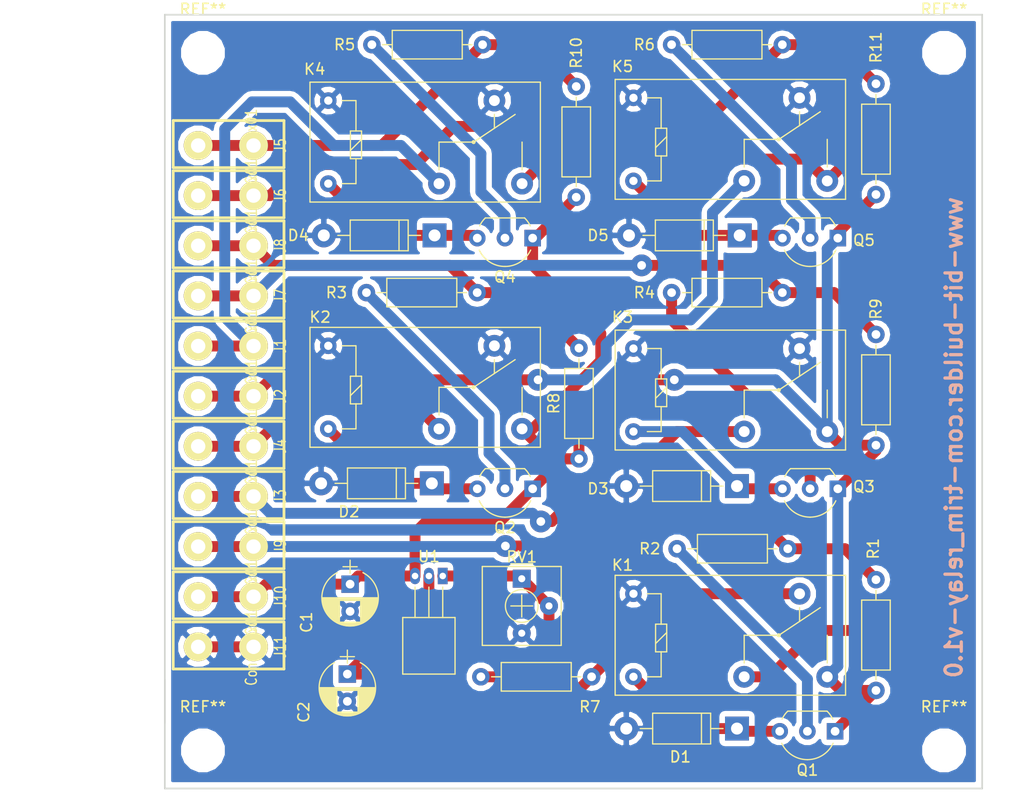
<source format=kicad_pcb>
(kicad_pcb (version 4) (host pcbnew 4.0.7-e2-6376~61~ubuntu18.04.1)

  (general
    (links 80)
    (no_connects 0)
    (area 25.178571 38.525 118.914286 112.575)
    (thickness 1.6)
    (drawings 18)
    (tracks 174)
    (zones 0)
    (modules 45)
    (nets 25)
  )

  (page USLetter)
  (title_block
    (title "RV Trim Relay")
    (rev 3.0)
  )

  (layers
    (0 F.Cu signal)
    (31 B.Cu signal)
    (32 B.Adhes user)
    (33 F.Adhes user)
    (34 B.Paste user)
    (35 F.Paste user)
    (36 B.SilkS user)
    (37 F.SilkS user)
    (38 B.Mask user)
    (39 F.Mask user)
    (40 Dwgs.User user)
    (41 Cmts.User user)
    (42 Eco1.User user)
    (43 Eco2.User user)
    (44 Edge.Cuts user)
    (45 Margin user)
    (46 B.CrtYd user)
    (47 F.CrtYd user)
    (48 B.Fab user)
    (49 F.Fab user)
  )

  (setup
    (last_trace_width 1)
    (user_trace_width 0.6)
    (user_trace_width 0.8)
    (user_trace_width 1)
    (trace_clearance 0.2)
    (zone_clearance 0.508)
    (zone_45_only no)
    (trace_min 0.2)
    (segment_width 0.2)
    (edge_width 0.15)
    (via_size 0.6)
    (via_drill 0.4)
    (via_min_size 0.4)
    (via_min_drill 0.3)
    (user_via 2 0.8)
    (uvia_size 0.3)
    (uvia_drill 0.1)
    (uvias_allowed no)
    (uvia_min_size 0.2)
    (uvia_min_drill 0.1)
    (pcb_text_width 0.3)
    (pcb_text_size 1.5 1.5)
    (mod_edge_width 0.15)
    (mod_text_size 1 1)
    (mod_text_width 0.15)
    (pad_size 1.524 1.524)
    (pad_drill 0.762)
    (pad_to_mask_clearance 0.2)
    (aux_axis_origin 0 0)
    (visible_elements FFFFFF7F)
    (pcbplotparams
      (layerselection 0x00030_80000001)
      (usegerberextensions false)
      (excludeedgelayer true)
      (linewidth 0.100000)
      (plotframeref false)
      (viasonmask false)
      (mode 1)
      (useauxorigin false)
      (hpglpennumber 1)
      (hpglpenspeed 20)
      (hpglpendiameter 15)
      (hpglpenoverlay 2)
      (psnegative false)
      (psa4output false)
      (plotreference true)
      (plotvalue true)
      (plotinvisibletext false)
      (padsonsilk false)
      (subtractmaskfromsilk false)
      (outputformat 1)
      (mirror false)
      (drillshape 1)
      (scaleselection 1)
      (outputdirectory ""))
  )

  (net 0 "")
  (net 1 +12V)
  (net 2 GND)
  (net 3 "Net-(D1-Pad1)")
  (net 4 V_ELEV)
  (net 5 V_ADJ)
  (net 6 TRIM_AL_UP_OUT)
  (net 7 TRIM_AL_DN_OUT)
  (net 8 TRIM_ELEV_UP_OUT)
  (net 9 TRIM_ELEV_DN_OUT)
  (net 10 "Net-(Q1-Pad2)")
  (net 11 "Net-(Q2-Pad2)")
  (net 12 "Net-(Q3-Pad2)")
  (net 13 "Net-(Q4-Pad2)")
  (net 14 "Net-(Q5-Pad2)")
  (net 15 FLAP_DN)
  (net 16 TRIM_AL_UP_IN)
  (net 17 TRIM_AL_DN_IN)
  (net 18 TRIM_ELEV_UP_IN)
  (net 19 TRIM_ELEV_DN_IN)
  (net 20 "Net-(R7-Pad1)")
  (net 21 "Net-(D2-Pad1)")
  (net 22 "Net-(D3-Pad1)")
  (net 23 "Net-(D4-Pad1)")
  (net 24 "Net-(D5-Pad1)")

  (net_class Default "This is the default net class."
    (clearance 0.2)
    (trace_width 0.25)
    (via_dia 0.6)
    (via_drill 0.4)
    (uvia_dia 0.3)
    (uvia_drill 0.1)
    (add_net +12V)
    (add_net FLAP_DN)
    (add_net GND)
    (add_net "Net-(D1-Pad1)")
    (add_net "Net-(D2-Pad1)")
    (add_net "Net-(D3-Pad1)")
    (add_net "Net-(D4-Pad1)")
    (add_net "Net-(D5-Pad1)")
    (add_net "Net-(Q1-Pad2)")
    (add_net "Net-(Q2-Pad2)")
    (add_net "Net-(Q3-Pad2)")
    (add_net "Net-(Q4-Pad2)")
    (add_net "Net-(Q5-Pad2)")
    (add_net "Net-(R7-Pad1)")
    (add_net TRIM_AL_DN_IN)
    (add_net TRIM_AL_DN_OUT)
    (add_net TRIM_AL_UP_IN)
    (add_net TRIM_AL_UP_OUT)
    (add_net TRIM_ELEV_DN_IN)
    (add_net TRIM_ELEV_DN_OUT)
    (add_net TRIM_ELEV_UP_IN)
    (add_net TRIM_ELEV_UP_OUT)
    (add_net V_ADJ)
    (add_net V_ELEV)
  )

  (module Capacitors_THT:CP_Radial_D5.0mm_P2.50mm (layer F.Cu) (tedit 5B5FA93C) (tstamp 5B5AB286)
    (at 57 92.25 270)
    (descr "CP, Radial series, Radial, pin pitch=2.50mm, , diameter=5mm, Electrolytic Capacitor")
    (tags "CP Radial series Radial pin pitch 2.50mm  diameter 5mm Electrolytic Capacitor")
    (path /5B5AE8F5)
    (fp_text reference C1 (at 3.5 4 270) (layer F.SilkS)
      (effects (font (size 1 1) (thickness 0.15)))
    )
    (fp_text value 0.68uF (at 1.25 3.81 270) (layer F.Fab)
      (effects (font (size 1 1) (thickness 0.15)))
    )
    (fp_arc (start 1.25 0) (end -1.05558 -1.18) (angle 125.8) (layer F.SilkS) (width 0.12))
    (fp_arc (start 1.25 0) (end -1.05558 1.18) (angle -125.8) (layer F.SilkS) (width 0.12))
    (fp_arc (start 1.25 0) (end 3.55558 -1.18) (angle 54.2) (layer F.SilkS) (width 0.12))
    (fp_circle (center 1.25 0) (end 3.75 0) (layer F.Fab) (width 0.1))
    (fp_line (start -2.2 0) (end -1 0) (layer F.Fab) (width 0.1))
    (fp_line (start -1.6 -0.65) (end -1.6 0.65) (layer F.Fab) (width 0.1))
    (fp_line (start 1.25 -2.55) (end 1.25 2.55) (layer F.SilkS) (width 0.12))
    (fp_line (start 1.29 -2.55) (end 1.29 2.55) (layer F.SilkS) (width 0.12))
    (fp_line (start 1.33 -2.549) (end 1.33 2.549) (layer F.SilkS) (width 0.12))
    (fp_line (start 1.37 -2.548) (end 1.37 2.548) (layer F.SilkS) (width 0.12))
    (fp_line (start 1.41 -2.546) (end 1.41 2.546) (layer F.SilkS) (width 0.12))
    (fp_line (start 1.45 -2.543) (end 1.45 2.543) (layer F.SilkS) (width 0.12))
    (fp_line (start 1.49 -2.539) (end 1.49 2.539) (layer F.SilkS) (width 0.12))
    (fp_line (start 1.53 -2.535) (end 1.53 -0.98) (layer F.SilkS) (width 0.12))
    (fp_line (start 1.53 0.98) (end 1.53 2.535) (layer F.SilkS) (width 0.12))
    (fp_line (start 1.57 -2.531) (end 1.57 -0.98) (layer F.SilkS) (width 0.12))
    (fp_line (start 1.57 0.98) (end 1.57 2.531) (layer F.SilkS) (width 0.12))
    (fp_line (start 1.61 -2.525) (end 1.61 -0.98) (layer F.SilkS) (width 0.12))
    (fp_line (start 1.61 0.98) (end 1.61 2.525) (layer F.SilkS) (width 0.12))
    (fp_line (start 1.65 -2.519) (end 1.65 -0.98) (layer F.SilkS) (width 0.12))
    (fp_line (start 1.65 0.98) (end 1.65 2.519) (layer F.SilkS) (width 0.12))
    (fp_line (start 1.69 -2.513) (end 1.69 -0.98) (layer F.SilkS) (width 0.12))
    (fp_line (start 1.69 0.98) (end 1.69 2.513) (layer F.SilkS) (width 0.12))
    (fp_line (start 1.73 -2.506) (end 1.73 -0.98) (layer F.SilkS) (width 0.12))
    (fp_line (start 1.73 0.98) (end 1.73 2.506) (layer F.SilkS) (width 0.12))
    (fp_line (start 1.77 -2.498) (end 1.77 -0.98) (layer F.SilkS) (width 0.12))
    (fp_line (start 1.77 0.98) (end 1.77 2.498) (layer F.SilkS) (width 0.12))
    (fp_line (start 1.81 -2.489) (end 1.81 -0.98) (layer F.SilkS) (width 0.12))
    (fp_line (start 1.81 0.98) (end 1.81 2.489) (layer F.SilkS) (width 0.12))
    (fp_line (start 1.85 -2.48) (end 1.85 -0.98) (layer F.SilkS) (width 0.12))
    (fp_line (start 1.85 0.98) (end 1.85 2.48) (layer F.SilkS) (width 0.12))
    (fp_line (start 1.89 -2.47) (end 1.89 -0.98) (layer F.SilkS) (width 0.12))
    (fp_line (start 1.89 0.98) (end 1.89 2.47) (layer F.SilkS) (width 0.12))
    (fp_line (start 1.93 -2.46) (end 1.93 -0.98) (layer F.SilkS) (width 0.12))
    (fp_line (start 1.93 0.98) (end 1.93 2.46) (layer F.SilkS) (width 0.12))
    (fp_line (start 1.971 -2.448) (end 1.971 -0.98) (layer F.SilkS) (width 0.12))
    (fp_line (start 1.971 0.98) (end 1.971 2.448) (layer F.SilkS) (width 0.12))
    (fp_line (start 2.011 -2.436) (end 2.011 -0.98) (layer F.SilkS) (width 0.12))
    (fp_line (start 2.011 0.98) (end 2.011 2.436) (layer F.SilkS) (width 0.12))
    (fp_line (start 2.051 -2.424) (end 2.051 -0.98) (layer F.SilkS) (width 0.12))
    (fp_line (start 2.051 0.98) (end 2.051 2.424) (layer F.SilkS) (width 0.12))
    (fp_line (start 2.091 -2.41) (end 2.091 -0.98) (layer F.SilkS) (width 0.12))
    (fp_line (start 2.091 0.98) (end 2.091 2.41) (layer F.SilkS) (width 0.12))
    (fp_line (start 2.131 -2.396) (end 2.131 -0.98) (layer F.SilkS) (width 0.12))
    (fp_line (start 2.131 0.98) (end 2.131 2.396) (layer F.SilkS) (width 0.12))
    (fp_line (start 2.171 -2.382) (end 2.171 -0.98) (layer F.SilkS) (width 0.12))
    (fp_line (start 2.171 0.98) (end 2.171 2.382) (layer F.SilkS) (width 0.12))
    (fp_line (start 2.211 -2.366) (end 2.211 -0.98) (layer F.SilkS) (width 0.12))
    (fp_line (start 2.211 0.98) (end 2.211 2.366) (layer F.SilkS) (width 0.12))
    (fp_line (start 2.251 -2.35) (end 2.251 -0.98) (layer F.SilkS) (width 0.12))
    (fp_line (start 2.251 0.98) (end 2.251 2.35) (layer F.SilkS) (width 0.12))
    (fp_line (start 2.291 -2.333) (end 2.291 -0.98) (layer F.SilkS) (width 0.12))
    (fp_line (start 2.291 0.98) (end 2.291 2.333) (layer F.SilkS) (width 0.12))
    (fp_line (start 2.331 -2.315) (end 2.331 -0.98) (layer F.SilkS) (width 0.12))
    (fp_line (start 2.331 0.98) (end 2.331 2.315) (layer F.SilkS) (width 0.12))
    (fp_line (start 2.371 -2.296) (end 2.371 -0.98) (layer F.SilkS) (width 0.12))
    (fp_line (start 2.371 0.98) (end 2.371 2.296) (layer F.SilkS) (width 0.12))
    (fp_line (start 2.411 -2.276) (end 2.411 -0.98) (layer F.SilkS) (width 0.12))
    (fp_line (start 2.411 0.98) (end 2.411 2.276) (layer F.SilkS) (width 0.12))
    (fp_line (start 2.451 -2.256) (end 2.451 -0.98) (layer F.SilkS) (width 0.12))
    (fp_line (start 2.451 0.98) (end 2.451 2.256) (layer F.SilkS) (width 0.12))
    (fp_line (start 2.491 -2.234) (end 2.491 -0.98) (layer F.SilkS) (width 0.12))
    (fp_line (start 2.491 0.98) (end 2.491 2.234) (layer F.SilkS) (width 0.12))
    (fp_line (start 2.531 -2.212) (end 2.531 -0.98) (layer F.SilkS) (width 0.12))
    (fp_line (start 2.531 0.98) (end 2.531 2.212) (layer F.SilkS) (width 0.12))
    (fp_line (start 2.571 -2.189) (end 2.571 -0.98) (layer F.SilkS) (width 0.12))
    (fp_line (start 2.571 0.98) (end 2.571 2.189) (layer F.SilkS) (width 0.12))
    (fp_line (start 2.611 -2.165) (end 2.611 -0.98) (layer F.SilkS) (width 0.12))
    (fp_line (start 2.611 0.98) (end 2.611 2.165) (layer F.SilkS) (width 0.12))
    (fp_line (start 2.651 -2.14) (end 2.651 -0.98) (layer F.SilkS) (width 0.12))
    (fp_line (start 2.651 0.98) (end 2.651 2.14) (layer F.SilkS) (width 0.12))
    (fp_line (start 2.691 -2.113) (end 2.691 -0.98) (layer F.SilkS) (width 0.12))
    (fp_line (start 2.691 0.98) (end 2.691 2.113) (layer F.SilkS) (width 0.12))
    (fp_line (start 2.731 -2.086) (end 2.731 -0.98) (layer F.SilkS) (width 0.12))
    (fp_line (start 2.731 0.98) (end 2.731 2.086) (layer F.SilkS) (width 0.12))
    (fp_line (start 2.771 -2.058) (end 2.771 -0.98) (layer F.SilkS) (width 0.12))
    (fp_line (start 2.771 0.98) (end 2.771 2.058) (layer F.SilkS) (width 0.12))
    (fp_line (start 2.811 -2.028) (end 2.811 -0.98) (layer F.SilkS) (width 0.12))
    (fp_line (start 2.811 0.98) (end 2.811 2.028) (layer F.SilkS) (width 0.12))
    (fp_line (start 2.851 -1.997) (end 2.851 -0.98) (layer F.SilkS) (width 0.12))
    (fp_line (start 2.851 0.98) (end 2.851 1.997) (layer F.SilkS) (width 0.12))
    (fp_line (start 2.891 -1.965) (end 2.891 -0.98) (layer F.SilkS) (width 0.12))
    (fp_line (start 2.891 0.98) (end 2.891 1.965) (layer F.SilkS) (width 0.12))
    (fp_line (start 2.931 -1.932) (end 2.931 -0.98) (layer F.SilkS) (width 0.12))
    (fp_line (start 2.931 0.98) (end 2.931 1.932) (layer F.SilkS) (width 0.12))
    (fp_line (start 2.971 -1.897) (end 2.971 -0.98) (layer F.SilkS) (width 0.12))
    (fp_line (start 2.971 0.98) (end 2.971 1.897) (layer F.SilkS) (width 0.12))
    (fp_line (start 3.011 -1.861) (end 3.011 -0.98) (layer F.SilkS) (width 0.12))
    (fp_line (start 3.011 0.98) (end 3.011 1.861) (layer F.SilkS) (width 0.12))
    (fp_line (start 3.051 -1.823) (end 3.051 -0.98) (layer F.SilkS) (width 0.12))
    (fp_line (start 3.051 0.98) (end 3.051 1.823) (layer F.SilkS) (width 0.12))
    (fp_line (start 3.091 -1.783) (end 3.091 -0.98) (layer F.SilkS) (width 0.12))
    (fp_line (start 3.091 0.98) (end 3.091 1.783) (layer F.SilkS) (width 0.12))
    (fp_line (start 3.131 -1.742) (end 3.131 -0.98) (layer F.SilkS) (width 0.12))
    (fp_line (start 3.131 0.98) (end 3.131 1.742) (layer F.SilkS) (width 0.12))
    (fp_line (start 3.171 -1.699) (end 3.171 -0.98) (layer F.SilkS) (width 0.12))
    (fp_line (start 3.171 0.98) (end 3.171 1.699) (layer F.SilkS) (width 0.12))
    (fp_line (start 3.211 -1.654) (end 3.211 -0.98) (layer F.SilkS) (width 0.12))
    (fp_line (start 3.211 0.98) (end 3.211 1.654) (layer F.SilkS) (width 0.12))
    (fp_line (start 3.251 -1.606) (end 3.251 -0.98) (layer F.SilkS) (width 0.12))
    (fp_line (start 3.251 0.98) (end 3.251 1.606) (layer F.SilkS) (width 0.12))
    (fp_line (start 3.291 -1.556) (end 3.291 -0.98) (layer F.SilkS) (width 0.12))
    (fp_line (start 3.291 0.98) (end 3.291 1.556) (layer F.SilkS) (width 0.12))
    (fp_line (start 3.331 -1.504) (end 3.331 -0.98) (layer F.SilkS) (width 0.12))
    (fp_line (start 3.331 0.98) (end 3.331 1.504) (layer F.SilkS) (width 0.12))
    (fp_line (start 3.371 -1.448) (end 3.371 -0.98) (layer F.SilkS) (width 0.12))
    (fp_line (start 3.371 0.98) (end 3.371 1.448) (layer F.SilkS) (width 0.12))
    (fp_line (start 3.411 -1.39) (end 3.411 -0.98) (layer F.SilkS) (width 0.12))
    (fp_line (start 3.411 0.98) (end 3.411 1.39) (layer F.SilkS) (width 0.12))
    (fp_line (start 3.451 -1.327) (end 3.451 -0.98) (layer F.SilkS) (width 0.12))
    (fp_line (start 3.451 0.98) (end 3.451 1.327) (layer F.SilkS) (width 0.12))
    (fp_line (start 3.491 -1.261) (end 3.491 1.261) (layer F.SilkS) (width 0.12))
    (fp_line (start 3.531 -1.189) (end 3.531 1.189) (layer F.SilkS) (width 0.12))
    (fp_line (start 3.571 -1.112) (end 3.571 1.112) (layer F.SilkS) (width 0.12))
    (fp_line (start 3.611 -1.028) (end 3.611 1.028) (layer F.SilkS) (width 0.12))
    (fp_line (start 3.651 -0.934) (end 3.651 0.934) (layer F.SilkS) (width 0.12))
    (fp_line (start 3.691 -0.829) (end 3.691 0.829) (layer F.SilkS) (width 0.12))
    (fp_line (start 3.731 -0.707) (end 3.731 0.707) (layer F.SilkS) (width 0.12))
    (fp_line (start 3.771 -0.559) (end 3.771 0.559) (layer F.SilkS) (width 0.12))
    (fp_line (start 3.811 -0.354) (end 3.811 0.354) (layer F.SilkS) (width 0.12))
    (fp_line (start -2.2 0) (end -1 0) (layer F.SilkS) (width 0.12))
    (fp_line (start -1.6 -0.65) (end -1.6 0.65) (layer F.SilkS) (width 0.12))
    (fp_line (start -1.6 -2.85) (end -1.6 2.85) (layer F.CrtYd) (width 0.05))
    (fp_line (start -1.6 2.85) (end 4.1 2.85) (layer F.CrtYd) (width 0.05))
    (fp_line (start 4.1 2.85) (end 4.1 -2.85) (layer F.CrtYd) (width 0.05))
    (fp_line (start 4.1 -2.85) (end -1.6 -2.85) (layer F.CrtYd) (width 0.05))
    (fp_text user %R (at 1.25 0 270) (layer F.Fab)
      (effects (font (size 1 1) (thickness 0.15)))
    )
    (pad 1 thru_hole rect (at 0 0 270) (size 1.6 1.6) (drill 0.8) (layers *.Cu *.Mask)
      (net 1 +12V))
    (pad 2 thru_hole circle (at 2.5 0 270) (size 1.6 1.6) (drill 0.8) (layers *.Cu *.Mask)
      (net 2 GND))
    (model ${KISYS3DMOD}/Capacitors_THT.3dshapes/CP_Radial_D5.0mm_P2.50mm.wrl
      (at (xyz 0 0 0))
      (scale (xyz 1 1 1))
      (rotate (xyz 0 0 0))
    )
  )

  (module Capacitors_THT:CP_Radial_D5.0mm_P2.50mm (layer F.Cu) (tedit 5B5FA93F) (tstamp 5B5AB28C)
    (at 56.75 100.5 270)
    (descr "CP, Radial series, Radial, pin pitch=2.50mm, , diameter=5mm, Electrolytic Capacitor")
    (tags "CP Radial series Radial pin pitch 2.50mm  diameter 5mm Electrolytic Capacitor")
    (path /5B5AE9CC)
    (fp_text reference C2 (at 3.5 4 270) (layer F.SilkS)
      (effects (font (size 1 1) (thickness 0.15)))
    )
    (fp_text value 0.68uF (at 1.25 3.81 270) (layer F.Fab)
      (effects (font (size 1 1) (thickness 0.15)))
    )
    (fp_arc (start 1.25 0) (end -1.05558 -1.18) (angle 125.8) (layer F.SilkS) (width 0.12))
    (fp_arc (start 1.25 0) (end -1.05558 1.18) (angle -125.8) (layer F.SilkS) (width 0.12))
    (fp_arc (start 1.25 0) (end 3.55558 -1.18) (angle 54.2) (layer F.SilkS) (width 0.12))
    (fp_circle (center 1.25 0) (end 3.75 0) (layer F.Fab) (width 0.1))
    (fp_line (start -2.2 0) (end -1 0) (layer F.Fab) (width 0.1))
    (fp_line (start -1.6 -0.65) (end -1.6 0.65) (layer F.Fab) (width 0.1))
    (fp_line (start 1.25 -2.55) (end 1.25 2.55) (layer F.SilkS) (width 0.12))
    (fp_line (start 1.29 -2.55) (end 1.29 2.55) (layer F.SilkS) (width 0.12))
    (fp_line (start 1.33 -2.549) (end 1.33 2.549) (layer F.SilkS) (width 0.12))
    (fp_line (start 1.37 -2.548) (end 1.37 2.548) (layer F.SilkS) (width 0.12))
    (fp_line (start 1.41 -2.546) (end 1.41 2.546) (layer F.SilkS) (width 0.12))
    (fp_line (start 1.45 -2.543) (end 1.45 2.543) (layer F.SilkS) (width 0.12))
    (fp_line (start 1.49 -2.539) (end 1.49 2.539) (layer F.SilkS) (width 0.12))
    (fp_line (start 1.53 -2.535) (end 1.53 -0.98) (layer F.SilkS) (width 0.12))
    (fp_line (start 1.53 0.98) (end 1.53 2.535) (layer F.SilkS) (width 0.12))
    (fp_line (start 1.57 -2.531) (end 1.57 -0.98) (layer F.SilkS) (width 0.12))
    (fp_line (start 1.57 0.98) (end 1.57 2.531) (layer F.SilkS) (width 0.12))
    (fp_line (start 1.61 -2.525) (end 1.61 -0.98) (layer F.SilkS) (width 0.12))
    (fp_line (start 1.61 0.98) (end 1.61 2.525) (layer F.SilkS) (width 0.12))
    (fp_line (start 1.65 -2.519) (end 1.65 -0.98) (layer F.SilkS) (width 0.12))
    (fp_line (start 1.65 0.98) (end 1.65 2.519) (layer F.SilkS) (width 0.12))
    (fp_line (start 1.69 -2.513) (end 1.69 -0.98) (layer F.SilkS) (width 0.12))
    (fp_line (start 1.69 0.98) (end 1.69 2.513) (layer F.SilkS) (width 0.12))
    (fp_line (start 1.73 -2.506) (end 1.73 -0.98) (layer F.SilkS) (width 0.12))
    (fp_line (start 1.73 0.98) (end 1.73 2.506) (layer F.SilkS) (width 0.12))
    (fp_line (start 1.77 -2.498) (end 1.77 -0.98) (layer F.SilkS) (width 0.12))
    (fp_line (start 1.77 0.98) (end 1.77 2.498) (layer F.SilkS) (width 0.12))
    (fp_line (start 1.81 -2.489) (end 1.81 -0.98) (layer F.SilkS) (width 0.12))
    (fp_line (start 1.81 0.98) (end 1.81 2.489) (layer F.SilkS) (width 0.12))
    (fp_line (start 1.85 -2.48) (end 1.85 -0.98) (layer F.SilkS) (width 0.12))
    (fp_line (start 1.85 0.98) (end 1.85 2.48) (layer F.SilkS) (width 0.12))
    (fp_line (start 1.89 -2.47) (end 1.89 -0.98) (layer F.SilkS) (width 0.12))
    (fp_line (start 1.89 0.98) (end 1.89 2.47) (layer F.SilkS) (width 0.12))
    (fp_line (start 1.93 -2.46) (end 1.93 -0.98) (layer F.SilkS) (width 0.12))
    (fp_line (start 1.93 0.98) (end 1.93 2.46) (layer F.SilkS) (width 0.12))
    (fp_line (start 1.971 -2.448) (end 1.971 -0.98) (layer F.SilkS) (width 0.12))
    (fp_line (start 1.971 0.98) (end 1.971 2.448) (layer F.SilkS) (width 0.12))
    (fp_line (start 2.011 -2.436) (end 2.011 -0.98) (layer F.SilkS) (width 0.12))
    (fp_line (start 2.011 0.98) (end 2.011 2.436) (layer F.SilkS) (width 0.12))
    (fp_line (start 2.051 -2.424) (end 2.051 -0.98) (layer F.SilkS) (width 0.12))
    (fp_line (start 2.051 0.98) (end 2.051 2.424) (layer F.SilkS) (width 0.12))
    (fp_line (start 2.091 -2.41) (end 2.091 -0.98) (layer F.SilkS) (width 0.12))
    (fp_line (start 2.091 0.98) (end 2.091 2.41) (layer F.SilkS) (width 0.12))
    (fp_line (start 2.131 -2.396) (end 2.131 -0.98) (layer F.SilkS) (width 0.12))
    (fp_line (start 2.131 0.98) (end 2.131 2.396) (layer F.SilkS) (width 0.12))
    (fp_line (start 2.171 -2.382) (end 2.171 -0.98) (layer F.SilkS) (width 0.12))
    (fp_line (start 2.171 0.98) (end 2.171 2.382) (layer F.SilkS) (width 0.12))
    (fp_line (start 2.211 -2.366) (end 2.211 -0.98) (layer F.SilkS) (width 0.12))
    (fp_line (start 2.211 0.98) (end 2.211 2.366) (layer F.SilkS) (width 0.12))
    (fp_line (start 2.251 -2.35) (end 2.251 -0.98) (layer F.SilkS) (width 0.12))
    (fp_line (start 2.251 0.98) (end 2.251 2.35) (layer F.SilkS) (width 0.12))
    (fp_line (start 2.291 -2.333) (end 2.291 -0.98) (layer F.SilkS) (width 0.12))
    (fp_line (start 2.291 0.98) (end 2.291 2.333) (layer F.SilkS) (width 0.12))
    (fp_line (start 2.331 -2.315) (end 2.331 -0.98) (layer F.SilkS) (width 0.12))
    (fp_line (start 2.331 0.98) (end 2.331 2.315) (layer F.SilkS) (width 0.12))
    (fp_line (start 2.371 -2.296) (end 2.371 -0.98) (layer F.SilkS) (width 0.12))
    (fp_line (start 2.371 0.98) (end 2.371 2.296) (layer F.SilkS) (width 0.12))
    (fp_line (start 2.411 -2.276) (end 2.411 -0.98) (layer F.SilkS) (width 0.12))
    (fp_line (start 2.411 0.98) (end 2.411 2.276) (layer F.SilkS) (width 0.12))
    (fp_line (start 2.451 -2.256) (end 2.451 -0.98) (layer F.SilkS) (width 0.12))
    (fp_line (start 2.451 0.98) (end 2.451 2.256) (layer F.SilkS) (width 0.12))
    (fp_line (start 2.491 -2.234) (end 2.491 -0.98) (layer F.SilkS) (width 0.12))
    (fp_line (start 2.491 0.98) (end 2.491 2.234) (layer F.SilkS) (width 0.12))
    (fp_line (start 2.531 -2.212) (end 2.531 -0.98) (layer F.SilkS) (width 0.12))
    (fp_line (start 2.531 0.98) (end 2.531 2.212) (layer F.SilkS) (width 0.12))
    (fp_line (start 2.571 -2.189) (end 2.571 -0.98) (layer F.SilkS) (width 0.12))
    (fp_line (start 2.571 0.98) (end 2.571 2.189) (layer F.SilkS) (width 0.12))
    (fp_line (start 2.611 -2.165) (end 2.611 -0.98) (layer F.SilkS) (width 0.12))
    (fp_line (start 2.611 0.98) (end 2.611 2.165) (layer F.SilkS) (width 0.12))
    (fp_line (start 2.651 -2.14) (end 2.651 -0.98) (layer F.SilkS) (width 0.12))
    (fp_line (start 2.651 0.98) (end 2.651 2.14) (layer F.SilkS) (width 0.12))
    (fp_line (start 2.691 -2.113) (end 2.691 -0.98) (layer F.SilkS) (width 0.12))
    (fp_line (start 2.691 0.98) (end 2.691 2.113) (layer F.SilkS) (width 0.12))
    (fp_line (start 2.731 -2.086) (end 2.731 -0.98) (layer F.SilkS) (width 0.12))
    (fp_line (start 2.731 0.98) (end 2.731 2.086) (layer F.SilkS) (width 0.12))
    (fp_line (start 2.771 -2.058) (end 2.771 -0.98) (layer F.SilkS) (width 0.12))
    (fp_line (start 2.771 0.98) (end 2.771 2.058) (layer F.SilkS) (width 0.12))
    (fp_line (start 2.811 -2.028) (end 2.811 -0.98) (layer F.SilkS) (width 0.12))
    (fp_line (start 2.811 0.98) (end 2.811 2.028) (layer F.SilkS) (width 0.12))
    (fp_line (start 2.851 -1.997) (end 2.851 -0.98) (layer F.SilkS) (width 0.12))
    (fp_line (start 2.851 0.98) (end 2.851 1.997) (layer F.SilkS) (width 0.12))
    (fp_line (start 2.891 -1.965) (end 2.891 -0.98) (layer F.SilkS) (width 0.12))
    (fp_line (start 2.891 0.98) (end 2.891 1.965) (layer F.SilkS) (width 0.12))
    (fp_line (start 2.931 -1.932) (end 2.931 -0.98) (layer F.SilkS) (width 0.12))
    (fp_line (start 2.931 0.98) (end 2.931 1.932) (layer F.SilkS) (width 0.12))
    (fp_line (start 2.971 -1.897) (end 2.971 -0.98) (layer F.SilkS) (width 0.12))
    (fp_line (start 2.971 0.98) (end 2.971 1.897) (layer F.SilkS) (width 0.12))
    (fp_line (start 3.011 -1.861) (end 3.011 -0.98) (layer F.SilkS) (width 0.12))
    (fp_line (start 3.011 0.98) (end 3.011 1.861) (layer F.SilkS) (width 0.12))
    (fp_line (start 3.051 -1.823) (end 3.051 -0.98) (layer F.SilkS) (width 0.12))
    (fp_line (start 3.051 0.98) (end 3.051 1.823) (layer F.SilkS) (width 0.12))
    (fp_line (start 3.091 -1.783) (end 3.091 -0.98) (layer F.SilkS) (width 0.12))
    (fp_line (start 3.091 0.98) (end 3.091 1.783) (layer F.SilkS) (width 0.12))
    (fp_line (start 3.131 -1.742) (end 3.131 -0.98) (layer F.SilkS) (width 0.12))
    (fp_line (start 3.131 0.98) (end 3.131 1.742) (layer F.SilkS) (width 0.12))
    (fp_line (start 3.171 -1.699) (end 3.171 -0.98) (layer F.SilkS) (width 0.12))
    (fp_line (start 3.171 0.98) (end 3.171 1.699) (layer F.SilkS) (width 0.12))
    (fp_line (start 3.211 -1.654) (end 3.211 -0.98) (layer F.SilkS) (width 0.12))
    (fp_line (start 3.211 0.98) (end 3.211 1.654) (layer F.SilkS) (width 0.12))
    (fp_line (start 3.251 -1.606) (end 3.251 -0.98) (layer F.SilkS) (width 0.12))
    (fp_line (start 3.251 0.98) (end 3.251 1.606) (layer F.SilkS) (width 0.12))
    (fp_line (start 3.291 -1.556) (end 3.291 -0.98) (layer F.SilkS) (width 0.12))
    (fp_line (start 3.291 0.98) (end 3.291 1.556) (layer F.SilkS) (width 0.12))
    (fp_line (start 3.331 -1.504) (end 3.331 -0.98) (layer F.SilkS) (width 0.12))
    (fp_line (start 3.331 0.98) (end 3.331 1.504) (layer F.SilkS) (width 0.12))
    (fp_line (start 3.371 -1.448) (end 3.371 -0.98) (layer F.SilkS) (width 0.12))
    (fp_line (start 3.371 0.98) (end 3.371 1.448) (layer F.SilkS) (width 0.12))
    (fp_line (start 3.411 -1.39) (end 3.411 -0.98) (layer F.SilkS) (width 0.12))
    (fp_line (start 3.411 0.98) (end 3.411 1.39) (layer F.SilkS) (width 0.12))
    (fp_line (start 3.451 -1.327) (end 3.451 -0.98) (layer F.SilkS) (width 0.12))
    (fp_line (start 3.451 0.98) (end 3.451 1.327) (layer F.SilkS) (width 0.12))
    (fp_line (start 3.491 -1.261) (end 3.491 1.261) (layer F.SilkS) (width 0.12))
    (fp_line (start 3.531 -1.189) (end 3.531 1.189) (layer F.SilkS) (width 0.12))
    (fp_line (start 3.571 -1.112) (end 3.571 1.112) (layer F.SilkS) (width 0.12))
    (fp_line (start 3.611 -1.028) (end 3.611 1.028) (layer F.SilkS) (width 0.12))
    (fp_line (start 3.651 -0.934) (end 3.651 0.934) (layer F.SilkS) (width 0.12))
    (fp_line (start 3.691 -0.829) (end 3.691 0.829) (layer F.SilkS) (width 0.12))
    (fp_line (start 3.731 -0.707) (end 3.731 0.707) (layer F.SilkS) (width 0.12))
    (fp_line (start 3.771 -0.559) (end 3.771 0.559) (layer F.SilkS) (width 0.12))
    (fp_line (start 3.811 -0.354) (end 3.811 0.354) (layer F.SilkS) (width 0.12))
    (fp_line (start -2.2 0) (end -1 0) (layer F.SilkS) (width 0.12))
    (fp_line (start -1.6 -0.65) (end -1.6 0.65) (layer F.SilkS) (width 0.12))
    (fp_line (start -1.6 -2.85) (end -1.6 2.85) (layer F.CrtYd) (width 0.05))
    (fp_line (start -1.6 2.85) (end 4.1 2.85) (layer F.CrtYd) (width 0.05))
    (fp_line (start 4.1 2.85) (end 4.1 -2.85) (layer F.CrtYd) (width 0.05))
    (fp_line (start 4.1 -2.85) (end -1.6 -2.85) (layer F.CrtYd) (width 0.05))
    (fp_text user %R (at 1.25 0 270) (layer F.Fab)
      (effects (font (size 1 1) (thickness 0.15)))
    )
    (pad 1 thru_hole rect (at 0 0 270) (size 1.6 1.6) (drill 0.8) (layers *.Cu *.Mask)
      (net 5 V_ADJ))
    (pad 2 thru_hole circle (at 2.5 0 270) (size 1.6 1.6) (drill 0.8) (layers *.Cu *.Mask)
      (net 2 GND))
    (model ${KISYS3DMOD}/Capacitors_THT.3dshapes/CP_Radial_D5.0mm_P2.50mm.wrl
      (at (xyz 0 0 0))
      (scale (xyz 1 1 1))
      (rotate (xyz 0 0 0))
    )
  )

  (module Potentiometers:Potentiometer_Trimmer_Copal_CT-6EP (layer F.Cu) (tedit 59A855DB) (tstamp 5B5AB32B)
    (at 72.75 91.75)
    (descr "single turn cermet trimmer, Copal CT-6EP, https://www.nidec-copal-electronics.com/e/catalog/trimmer/ct-6.pdf")
    (tags "potentiometer trimmer")
    (path /5B5AEB59)
    (fp_text reference RV1 (at 0 -2) (layer F.SilkS)
      (effects (font (size 1 1) (thickness 0.15)))
    )
    (fp_text value 1K (at 0 7) (layer F.Fab)
      (effects (font (size 1 1) (thickness 0.15)))
    )
    (fp_circle (center 0 2.5) (end 1.5 2.5) (layer F.SilkS) (width 0.12))
    (fp_line (start 0 0) (end 1 -1) (layer F.Fab) (width 0.1))
    (fp_line (start 1 -1) (end 3.5 -1) (layer F.Fab) (width 0.1))
    (fp_line (start 3.5 -1) (end 3.5 6) (layer F.Fab) (width 0.1))
    (fp_line (start 3.5 6) (end -3.5 6) (layer F.Fab) (width 0.1))
    (fp_line (start -3.5 6) (end -3.5 -1) (layer F.Fab) (width 0.1))
    (fp_line (start -3.5 -1) (end -1 -1) (layer F.Fab) (width 0.1))
    (fp_line (start -1 -1) (end 0 0) (layer F.Fab) (width 0.1))
    (fp_line (start -3.62 -1.12) (end -3.62 6.12) (layer F.SilkS) (width 0.12))
    (fp_line (start -3.62 6.12) (end 3.62 6.12) (layer F.SilkS) (width 0.12))
    (fp_line (start 3.62 6.12) (end 3.62 -1.12) (layer F.SilkS) (width 0.12))
    (fp_line (start 3.62 -1.12) (end -3.62 -1.12) (layer F.SilkS) (width 0.12))
    (fp_line (start -1 -1.36) (end 1 -1.36) (layer F.SilkS) (width 0.12))
    (fp_line (start 0 1.5) (end 0 3.5) (layer F.SilkS) (width 0.12))
    (fp_line (start -1 2.5) (end 1 2.5) (layer F.SilkS) (width 0.12))
    (fp_line (start -3.75 -1.25) (end -3.75 6.25) (layer F.CrtYd) (width 0.05))
    (fp_line (start -3.75 6.25) (end 3.75 6.25) (layer F.CrtYd) (width 0.05))
    (fp_line (start 3.75 6.25) (end 3.75 -1.25) (layer F.CrtYd) (width 0.05))
    (fp_line (start 3.75 -1.25) (end -3.75 -1.25) (layer F.CrtYd) (width 0.05))
    (fp_text user %R (at 0 2.5) (layer F.Fab)
      (effects (font (size 1 1) (thickness 0.15)))
    )
    (pad 1 thru_hole rect (at 0 0) (size 1.65 1.65) (drill 0.65) (layers *.Cu *.Mask)
      (net 20 "Net-(R7-Pad1)"))
    (pad 2 thru_hole circle (at 2.5 2.5) (size 1.65 1.65) (drill 0.65) (layers *.Cu *.Mask)
      (net 20 "Net-(R7-Pad1)"))
    (pad 3 thru_hole circle (at 0 5) (size 1.65 1.65) (drill 0.65) (layers *.Cu *.Mask)
      (net 2 GND))
    (model ${KISYS3DMOD}/Potentiometers.3dshapes/Potentiometer_Trimmer_Copal_CT-6EP.wrl
      (at (xyz 0 0 0))
      (scale (xyz 1 1 1))
      (rotate (xyz 0 0 0))
    )
  )

  (module CustomComponents:FASTON-187-vert-90deg-terminal (layer F.Cu) (tedit 5B5FA9BA) (tstamp 5B5F6F39)
    (at 45.6 75 90)
    (path /5B5AF492)
    (fp_text reference J2 (at 0 5 90) (layer F.SilkS)
      (effects (font (size 1.016 0.762) (thickness 0.127)))
    )
    (fp_text value Conn_01x01 (at -0.1016 2.3368 90) (layer F.SilkS)
      (effects (font (size 1.016 0.762) (thickness 0.127)))
    )
    (fp_line (start -2.032 -4.826) (end 2.286 -4.826) (layer F.SilkS) (width 0.254))
    (fp_line (start 2.286 -4.826) (end 2.286 5.334) (layer F.SilkS) (width 0.254))
    (fp_line (start 2.286 5.334) (end -2.032 5.334) (layer F.SilkS) (width 0.254))
    (fp_line (start -2.032 5.334) (end -2.032 -4.826) (layer F.SilkS) (width 0.254))
    (pad 1 thru_hole circle (at 0 -2.54 90) (size 2.6416 2.6416) (drill 1.3208) (layers *.Cu *.Mask F.SilkS)
      (net 9 TRIM_ELEV_DN_OUT) (solder_mask_margin 0.0762) (clearance 0.254))
    (pad 1 thru_hole circle (at 0 2.54 90) (size 2.6416 2.6416) (drill 1.3208) (layers *.Cu *.Mask F.SilkS)
      (net 9 TRIM_ELEV_DN_OUT) (solder_mask_margin 0.0762) (clearance 0.254))
  )

  (module CustomComponents:FASTON-187-vert-90deg-terminal (layer F.Cu) (tedit 5B5FA9A8) (tstamp 5B5F6F43)
    (at 45.6 84.2 90)
    (path /5B5AF505)
    (fp_text reference J3 (at 0 5 90) (layer F.SilkS)
      (effects (font (size 1.016 0.762) (thickness 0.127)))
    )
    (fp_text value Conn_01x01 (at -0.1016 2.3368 90) (layer F.SilkS)
      (effects (font (size 1.016 0.762) (thickness 0.127)))
    )
    (fp_line (start -2.032 -4.826) (end 2.286 -4.826) (layer F.SilkS) (width 0.254))
    (fp_line (start 2.286 -4.826) (end 2.286 5.334) (layer F.SilkS) (width 0.254))
    (fp_line (start 2.286 5.334) (end -2.032 5.334) (layer F.SilkS) (width 0.254))
    (fp_line (start -2.032 5.334) (end -2.032 -4.826) (layer F.SilkS) (width 0.254))
    (pad 1 thru_hole circle (at 0 -2.54 90) (size 2.6416 2.6416) (drill 1.3208) (layers *.Cu *.Mask F.SilkS)
      (net 7 TRIM_AL_DN_OUT) (solder_mask_margin 0.0762) (clearance 0.254))
    (pad 1 thru_hole circle (at 0 2.54 90) (size 2.6416 2.6416) (drill 1.3208) (layers *.Cu *.Mask F.SilkS)
      (net 7 TRIM_AL_DN_OUT) (solder_mask_margin 0.0762) (clearance 0.254))
  )

  (module CustomComponents:FASTON-187-vert-90deg-terminal (layer F.Cu) (tedit 5B5FA9B6) (tstamp 5B5F6F4D)
    (at 45.6 79.6 90)
    (path /5B5AF57B)
    (fp_text reference J4 (at 0 5 90) (layer F.SilkS)
      (effects (font (size 1.016 0.762) (thickness 0.127)))
    )
    (fp_text value Conn_01x01 (at -0.1016 2.3368 90) (layer F.SilkS)
      (effects (font (size 1.016 0.762) (thickness 0.127)))
    )
    (fp_line (start -2.032 -4.826) (end 2.286 -4.826) (layer F.SilkS) (width 0.254))
    (fp_line (start 2.286 -4.826) (end 2.286 5.334) (layer F.SilkS) (width 0.254))
    (fp_line (start 2.286 5.334) (end -2.032 5.334) (layer F.SilkS) (width 0.254))
    (fp_line (start -2.032 5.334) (end -2.032 -4.826) (layer F.SilkS) (width 0.254))
    (pad 1 thru_hole circle (at 0 -2.54 90) (size 2.6416 2.6416) (drill 1.3208) (layers *.Cu *.Mask F.SilkS)
      (net 6 TRIM_AL_UP_OUT) (solder_mask_margin 0.0762) (clearance 0.254))
    (pad 1 thru_hole circle (at 0 2.54 90) (size 2.6416 2.6416) (drill 1.3208) (layers *.Cu *.Mask F.SilkS)
      (net 6 TRIM_AL_UP_OUT) (solder_mask_margin 0.0762) (clearance 0.254))
  )

  (module CustomComponents:FASTON-187-vert-90deg-terminal (layer F.Cu) (tedit 5B5FA9B1) (tstamp 5B5F6F57)
    (at 45.6 52 90)
    (path /5B5F93D3)
    (fp_text reference J5 (at 0 5 90) (layer F.SilkS)
      (effects (font (size 1.016 0.762) (thickness 0.127)))
    )
    (fp_text value Conn_01x01 (at -0.1016 2.3368 90) (layer F.SilkS)
      (effects (font (size 1.016 0.762) (thickness 0.127)))
    )
    (fp_line (start -2.032 -4.826) (end 2.286 -4.826) (layer F.SilkS) (width 0.254))
    (fp_line (start 2.286 -4.826) (end 2.286 5.334) (layer F.SilkS) (width 0.254))
    (fp_line (start 2.286 5.334) (end -2.032 5.334) (layer F.SilkS) (width 0.254))
    (fp_line (start -2.032 5.334) (end -2.032 -4.826) (layer F.SilkS) (width 0.254))
    (pad 1 thru_hole circle (at 0 -2.54 90) (size 2.6416 2.6416) (drill 1.3208) (layers *.Cu *.Mask F.SilkS)
      (net 18 TRIM_ELEV_UP_IN) (solder_mask_margin 0.0762) (clearance 0.254))
    (pad 1 thru_hole circle (at 0 2.54 90) (size 2.6416 2.6416) (drill 1.3208) (layers *.Cu *.Mask F.SilkS)
      (net 18 TRIM_ELEV_UP_IN) (solder_mask_margin 0.0762) (clearance 0.254))
  )

  (module Diodes_THT:D_DO-41_SOD81_P10.16mm_Horizontal (layer F.Cu) (tedit 5B64E42E) (tstamp 5B5F75EC)
    (at 92.5 105.5 180)
    (descr "D, DO-41_SOD81 series, Axial, Horizontal, pin pitch=10.16mm, , length*diameter=5.2*2.7mm^2, , http://www.diodes.com/_files/packages/DO-41%20(Plastic).pdf")
    (tags "D DO-41_SOD81 series Axial Horizontal pin pitch 10.16mm  length 5.2mm diameter 2.7mm")
    (path /5B5AA2A3)
    (fp_text reference D1 (at 5.2 -2.6 180) (layer F.SilkS)
      (effects (font (size 1 1) (thickness 0.15)))
    )
    (fp_text value D (at 5.08 2.41 180) (layer F.Fab)
      (effects (font (size 1 1) (thickness 0.15)))
    )
    (fp_text user %R (at 5.08 0 180) (layer F.Fab)
      (effects (font (size 1 1) (thickness 0.15)))
    )
    (fp_line (start 2.48 -1.35) (end 2.48 1.35) (layer F.Fab) (width 0.1))
    (fp_line (start 2.48 1.35) (end 7.68 1.35) (layer F.Fab) (width 0.1))
    (fp_line (start 7.68 1.35) (end 7.68 -1.35) (layer F.Fab) (width 0.1))
    (fp_line (start 7.68 -1.35) (end 2.48 -1.35) (layer F.Fab) (width 0.1))
    (fp_line (start 0 0) (end 2.48 0) (layer F.Fab) (width 0.1))
    (fp_line (start 10.16 0) (end 7.68 0) (layer F.Fab) (width 0.1))
    (fp_line (start 3.26 -1.35) (end 3.26 1.35) (layer F.Fab) (width 0.1))
    (fp_line (start 2.42 -1.41) (end 2.42 1.41) (layer F.SilkS) (width 0.12))
    (fp_line (start 2.42 1.41) (end 7.74 1.41) (layer F.SilkS) (width 0.12))
    (fp_line (start 7.74 1.41) (end 7.74 -1.41) (layer F.SilkS) (width 0.12))
    (fp_line (start 7.74 -1.41) (end 2.42 -1.41) (layer F.SilkS) (width 0.12))
    (fp_line (start 1.28 0) (end 2.42 0) (layer F.SilkS) (width 0.12))
    (fp_line (start 8.88 0) (end 7.74 0) (layer F.SilkS) (width 0.12))
    (fp_line (start 3.26 -1.41) (end 3.26 1.41) (layer F.SilkS) (width 0.12))
    (fp_line (start -1.35 -1.7) (end -1.35 1.7) (layer F.CrtYd) (width 0.05))
    (fp_line (start -1.35 1.7) (end 11.55 1.7) (layer F.CrtYd) (width 0.05))
    (fp_line (start 11.55 1.7) (end 11.55 -1.7) (layer F.CrtYd) (width 0.05))
    (fp_line (start 11.55 -1.7) (end -1.35 -1.7) (layer F.CrtYd) (width 0.05))
    (pad 1 thru_hole rect (at 0 0 180) (size 2.2 2.2) (drill 1.1) (layers *.Cu *.Mask)
      (net 3 "Net-(D1-Pad1)"))
    (pad 2 thru_hole oval (at 10.16 0 180) (size 2.2 2.2) (drill 1.1) (layers *.Cu *.Mask)
      (net 2 GND))
    (model ${KISYS3DMOD}/Diodes_THT.3dshapes/D_DO-41_SOD81_P10.16mm_Horizontal.wrl
      (at (xyz 0 0 0))
      (scale (xyz 0.393701 0.393701 0.393701))
      (rotate (xyz 0 0 0))
    )
  )

  (module Diodes_THT:D_DO-41_SOD81_P10.16mm_Horizontal (layer F.Cu) (tedit 5B63F271) (tstamp 5B5F75F2)
    (at 64.5 83 180)
    (descr "D, DO-41_SOD81 series, Axial, Horizontal, pin pitch=10.16mm, , length*diameter=5.2*2.7mm^2, , http://www.diodes.com/_files/packages/DO-41%20(Plastic).pdf")
    (tags "D DO-41_SOD81 series Axial Horizontal pin pitch 10.16mm  length 5.2mm diameter 2.7mm")
    (path /5B5AB0DD)
    (fp_text reference D2 (at 7.6 -2.6 180) (layer F.SilkS)
      (effects (font (size 1 1) (thickness 0.15)))
    )
    (fp_text value D (at 5.08 2.41 180) (layer F.Fab)
      (effects (font (size 1 1) (thickness 0.15)))
    )
    (fp_text user %R (at 5.08 0 180) (layer F.Fab)
      (effects (font (size 1 1) (thickness 0.15)))
    )
    (fp_line (start 2.48 -1.35) (end 2.48 1.35) (layer F.Fab) (width 0.1))
    (fp_line (start 2.48 1.35) (end 7.68 1.35) (layer F.Fab) (width 0.1))
    (fp_line (start 7.68 1.35) (end 7.68 -1.35) (layer F.Fab) (width 0.1))
    (fp_line (start 7.68 -1.35) (end 2.48 -1.35) (layer F.Fab) (width 0.1))
    (fp_line (start 0 0) (end 2.48 0) (layer F.Fab) (width 0.1))
    (fp_line (start 10.16 0) (end 7.68 0) (layer F.Fab) (width 0.1))
    (fp_line (start 3.26 -1.35) (end 3.26 1.35) (layer F.Fab) (width 0.1))
    (fp_line (start 2.42 -1.41) (end 2.42 1.41) (layer F.SilkS) (width 0.12))
    (fp_line (start 2.42 1.41) (end 7.74 1.41) (layer F.SilkS) (width 0.12))
    (fp_line (start 7.74 1.41) (end 7.74 -1.41) (layer F.SilkS) (width 0.12))
    (fp_line (start 7.74 -1.41) (end 2.42 -1.41) (layer F.SilkS) (width 0.12))
    (fp_line (start 1.28 0) (end 2.42 0) (layer F.SilkS) (width 0.12))
    (fp_line (start 8.88 0) (end 7.74 0) (layer F.SilkS) (width 0.12))
    (fp_line (start 3.26 -1.41) (end 3.26 1.41) (layer F.SilkS) (width 0.12))
    (fp_line (start -1.35 -1.7) (end -1.35 1.7) (layer F.CrtYd) (width 0.05))
    (fp_line (start -1.35 1.7) (end 11.55 1.7) (layer F.CrtYd) (width 0.05))
    (fp_line (start 11.55 1.7) (end 11.55 -1.7) (layer F.CrtYd) (width 0.05))
    (fp_line (start 11.55 -1.7) (end -1.35 -1.7) (layer F.CrtYd) (width 0.05))
    (pad 1 thru_hole rect (at 0 0 180) (size 2.2 2.2) (drill 1.1) (layers *.Cu *.Mask)
      (net 21 "Net-(D2-Pad1)"))
    (pad 2 thru_hole oval (at 10.16 0 180) (size 2.2 2.2) (drill 1.1) (layers *.Cu *.Mask)
      (net 2 GND))
    (model ${KISYS3DMOD}/Diodes_THT.3dshapes/D_DO-41_SOD81_P10.16mm_Horizontal.wrl
      (at (xyz 0 0 0))
      (scale (xyz 0.393701 0.393701 0.393701))
      (rotate (xyz 0 0 0))
    )
  )

  (module Diodes_THT:D_DO-41_SOD81_P10.16mm_Horizontal (layer F.Cu) (tedit 5B64FE6F) (tstamp 5B5F75F8)
    (at 92.5 83.25 180)
    (descr "D, DO-41_SOD81 series, Axial, Horizontal, pin pitch=10.16mm, , length*diameter=5.2*2.7mm^2, , http://www.diodes.com/_files/packages/DO-41%20(Plastic).pdf")
    (tags "D DO-41_SOD81 series Axial Horizontal pin pitch 10.16mm  length 5.2mm diameter 2.7mm")
    (path /5B5AB1B4)
    (fp_text reference D3 (at 12.75 -0.25 180) (layer F.SilkS)
      (effects (font (size 1 1) (thickness 0.15)))
    )
    (fp_text value D (at 5.08 2.41 180) (layer F.Fab)
      (effects (font (size 1 1) (thickness 0.15)))
    )
    (fp_text user %R (at 5.08 0 180) (layer F.Fab)
      (effects (font (size 1 1) (thickness 0.15)))
    )
    (fp_line (start 2.48 -1.35) (end 2.48 1.35) (layer F.Fab) (width 0.1))
    (fp_line (start 2.48 1.35) (end 7.68 1.35) (layer F.Fab) (width 0.1))
    (fp_line (start 7.68 1.35) (end 7.68 -1.35) (layer F.Fab) (width 0.1))
    (fp_line (start 7.68 -1.35) (end 2.48 -1.35) (layer F.Fab) (width 0.1))
    (fp_line (start 0 0) (end 2.48 0) (layer F.Fab) (width 0.1))
    (fp_line (start 10.16 0) (end 7.68 0) (layer F.Fab) (width 0.1))
    (fp_line (start 3.26 -1.35) (end 3.26 1.35) (layer F.Fab) (width 0.1))
    (fp_line (start 2.42 -1.41) (end 2.42 1.41) (layer F.SilkS) (width 0.12))
    (fp_line (start 2.42 1.41) (end 7.74 1.41) (layer F.SilkS) (width 0.12))
    (fp_line (start 7.74 1.41) (end 7.74 -1.41) (layer F.SilkS) (width 0.12))
    (fp_line (start 7.74 -1.41) (end 2.42 -1.41) (layer F.SilkS) (width 0.12))
    (fp_line (start 1.28 0) (end 2.42 0) (layer F.SilkS) (width 0.12))
    (fp_line (start 8.88 0) (end 7.74 0) (layer F.SilkS) (width 0.12))
    (fp_line (start 3.26 -1.41) (end 3.26 1.41) (layer F.SilkS) (width 0.12))
    (fp_line (start -1.35 -1.7) (end -1.35 1.7) (layer F.CrtYd) (width 0.05))
    (fp_line (start -1.35 1.7) (end 11.55 1.7) (layer F.CrtYd) (width 0.05))
    (fp_line (start 11.55 1.7) (end 11.55 -1.7) (layer F.CrtYd) (width 0.05))
    (fp_line (start 11.55 -1.7) (end -1.35 -1.7) (layer F.CrtYd) (width 0.05))
    (pad 1 thru_hole rect (at 0 0 180) (size 2.2 2.2) (drill 1.1) (layers *.Cu *.Mask)
      (net 22 "Net-(D3-Pad1)"))
    (pad 2 thru_hole oval (at 10.16 0 180) (size 2.2 2.2) (drill 1.1) (layers *.Cu *.Mask)
      (net 2 GND))
    (model ${KISYS3DMOD}/Diodes_THT.3dshapes/D_DO-41_SOD81_P10.16mm_Horizontal.wrl
      (at (xyz 0 0 0))
      (scale (xyz 0.393701 0.393701 0.393701))
      (rotate (xyz 0 0 0))
    )
  )

  (module Diodes_THT:D_DO-41_SOD81_P10.16mm_Horizontal (layer F.Cu) (tedit 5B64FE9A) (tstamp 5B5F75FE)
    (at 64.75 60.25 180)
    (descr "D, DO-41_SOD81 series, Axial, Horizontal, pin pitch=10.16mm, , length*diameter=5.2*2.7mm^2, , http://www.diodes.com/_files/packages/DO-41%20(Plastic).pdf")
    (tags "D DO-41_SOD81 series Axial Horizontal pin pitch 10.16mm  length 5.2mm diameter 2.7mm")
    (path /5B5AE2B5)
    (fp_text reference D4 (at 12.5 0 180) (layer F.SilkS)
      (effects (font (size 1 1) (thickness 0.15)))
    )
    (fp_text value D (at 5.08 2.41 180) (layer F.Fab)
      (effects (font (size 1 1) (thickness 0.15)))
    )
    (fp_text user %R (at 5.08 0 270) (layer F.Fab)
      (effects (font (size 1 1) (thickness 0.15)))
    )
    (fp_line (start 2.48 -1.35) (end 2.48 1.35) (layer F.Fab) (width 0.1))
    (fp_line (start 2.48 1.35) (end 7.68 1.35) (layer F.Fab) (width 0.1))
    (fp_line (start 7.68 1.35) (end 7.68 -1.35) (layer F.Fab) (width 0.1))
    (fp_line (start 7.68 -1.35) (end 2.48 -1.35) (layer F.Fab) (width 0.1))
    (fp_line (start 0 0) (end 2.48 0) (layer F.Fab) (width 0.1))
    (fp_line (start 10.16 0) (end 7.68 0) (layer F.Fab) (width 0.1))
    (fp_line (start 3.26 -1.35) (end 3.26 1.35) (layer F.Fab) (width 0.1))
    (fp_line (start 2.42 -1.41) (end 2.42 1.41) (layer F.SilkS) (width 0.12))
    (fp_line (start 2.42 1.41) (end 7.74 1.41) (layer F.SilkS) (width 0.12))
    (fp_line (start 7.74 1.41) (end 7.74 -1.41) (layer F.SilkS) (width 0.12))
    (fp_line (start 7.74 -1.41) (end 2.42 -1.41) (layer F.SilkS) (width 0.12))
    (fp_line (start 1.28 0) (end 2.42 0) (layer F.SilkS) (width 0.12))
    (fp_line (start 8.88 0) (end 7.74 0) (layer F.SilkS) (width 0.12))
    (fp_line (start 3.26 -1.41) (end 3.26 1.41) (layer F.SilkS) (width 0.12))
    (fp_line (start -1.35 -1.7) (end -1.35 1.7) (layer F.CrtYd) (width 0.05))
    (fp_line (start -1.35 1.7) (end 11.55 1.7) (layer F.CrtYd) (width 0.05))
    (fp_line (start 11.55 1.7) (end 11.55 -1.7) (layer F.CrtYd) (width 0.05))
    (fp_line (start 11.55 -1.7) (end -1.35 -1.7) (layer F.CrtYd) (width 0.05))
    (pad 1 thru_hole rect (at 0 0 180) (size 2.2 2.2) (drill 1.1) (layers *.Cu *.Mask)
      (net 23 "Net-(D4-Pad1)"))
    (pad 2 thru_hole oval (at 10.16 0 180) (size 2.2 2.2) (drill 1.1) (layers *.Cu *.Mask)
      (net 2 GND))
    (model ${KISYS3DMOD}/Diodes_THT.3dshapes/D_DO-41_SOD81_P10.16mm_Horizontal.wrl
      (at (xyz 0 0 0))
      (scale (xyz 0.393701 0.393701 0.393701))
      (rotate (xyz 0 0 0))
    )
  )

  (module Diodes_THT:D_DO-41_SOD81_P10.16mm_Horizontal (layer F.Cu) (tedit 5B64FE5A) (tstamp 5B5F7604)
    (at 92.75 60.25 180)
    (descr "D, DO-41_SOD81 series, Axial, Horizontal, pin pitch=10.16mm, , length*diameter=5.2*2.7mm^2, , http://www.diodes.com/_files/packages/DO-41%20(Plastic).pdf")
    (tags "D DO-41_SOD81 series Axial Horizontal pin pitch 10.16mm  length 5.2mm diameter 2.7mm")
    (path /5B5AE2BC)
    (fp_text reference D5 (at 13 0 180) (layer F.SilkS)
      (effects (font (size 1 1) (thickness 0.15)))
    )
    (fp_text value D (at 5.08 2.41 180) (layer F.Fab)
      (effects (font (size 1 1) (thickness 0.15)))
    )
    (fp_text user %R (at 5.08 0 270) (layer F.Fab)
      (effects (font (size 1 1) (thickness 0.15)))
    )
    (fp_line (start 2.48 -1.35) (end 2.48 1.35) (layer F.Fab) (width 0.1))
    (fp_line (start 2.48 1.35) (end 7.68 1.35) (layer F.Fab) (width 0.1))
    (fp_line (start 7.68 1.35) (end 7.68 -1.35) (layer F.Fab) (width 0.1))
    (fp_line (start 7.68 -1.35) (end 2.48 -1.35) (layer F.Fab) (width 0.1))
    (fp_line (start 0 0) (end 2.48 0) (layer F.Fab) (width 0.1))
    (fp_line (start 10.16 0) (end 7.68 0) (layer F.Fab) (width 0.1))
    (fp_line (start 3.26 -1.35) (end 3.26 1.35) (layer F.Fab) (width 0.1))
    (fp_line (start 2.42 -1.41) (end 2.42 1.41) (layer F.SilkS) (width 0.12))
    (fp_line (start 2.42 1.41) (end 7.74 1.41) (layer F.SilkS) (width 0.12))
    (fp_line (start 7.74 1.41) (end 7.74 -1.41) (layer F.SilkS) (width 0.12))
    (fp_line (start 7.74 -1.41) (end 2.42 -1.41) (layer F.SilkS) (width 0.12))
    (fp_line (start 1.28 0) (end 2.42 0) (layer F.SilkS) (width 0.12))
    (fp_line (start 8.88 0) (end 7.74 0) (layer F.SilkS) (width 0.12))
    (fp_line (start 3.26 -1.41) (end 3.26 1.41) (layer F.SilkS) (width 0.12))
    (fp_line (start -1.35 -1.7) (end -1.35 1.7) (layer F.CrtYd) (width 0.05))
    (fp_line (start -1.35 1.7) (end 11.55 1.7) (layer F.CrtYd) (width 0.05))
    (fp_line (start 11.55 1.7) (end 11.55 -1.7) (layer F.CrtYd) (width 0.05))
    (fp_line (start 11.55 -1.7) (end -1.35 -1.7) (layer F.CrtYd) (width 0.05))
    (pad 1 thru_hole rect (at 0 0 180) (size 2.2 2.2) (drill 1.1) (layers *.Cu *.Mask)
      (net 24 "Net-(D5-Pad1)"))
    (pad 2 thru_hole oval (at 10.16 0 180) (size 2.2 2.2) (drill 1.1) (layers *.Cu *.Mask)
      (net 2 GND))
    (model ${KISYS3DMOD}/Diodes_THT.3dshapes/D_DO-41_SOD81_P10.16mm_Horizontal.wrl
      (at (xyz 0 0 0))
      (scale (xyz 0.393701 0.393701 0.393701))
      (rotate (xyz 0 0 0))
    )
  )

  (module Resistors_THT:R_Axial_DIN0207_L6.3mm_D2.5mm_P10.16mm_Horizontal (layer F.Cu) (tedit 5B64FECE) (tstamp 5B5F760A)
    (at 105.25 102 90)
    (descr "Resistor, Axial_DIN0207 series, Axial, Horizontal, pin pitch=10.16mm, 0.25W = 1/4W, length*diameter=6.3*2.5mm^2, http://cdn-reichelt.de/documents/datenblatt/B400/1_4W%23YAG.pdf")
    (tags "Resistor Axial_DIN0207 series Axial Horizontal pin pitch 10.16mm 0.25W = 1/4W length 6.3mm diameter 2.5mm")
    (path /5B5AACF0)
    (fp_text reference R1 (at 13 -0.25 90) (layer F.SilkS)
      (effects (font (size 1 1) (thickness 0.15)))
    )
    (fp_text value 10K (at 5.08 2.31 90) (layer F.Fab)
      (effects (font (size 1 1) (thickness 0.15)))
    )
    (fp_line (start 1.93 -1.25) (end 1.93 1.25) (layer F.Fab) (width 0.1))
    (fp_line (start 1.93 1.25) (end 8.23 1.25) (layer F.Fab) (width 0.1))
    (fp_line (start 8.23 1.25) (end 8.23 -1.25) (layer F.Fab) (width 0.1))
    (fp_line (start 8.23 -1.25) (end 1.93 -1.25) (layer F.Fab) (width 0.1))
    (fp_line (start 0 0) (end 1.93 0) (layer F.Fab) (width 0.1))
    (fp_line (start 10.16 0) (end 8.23 0) (layer F.Fab) (width 0.1))
    (fp_line (start 1.87 -1.31) (end 1.87 1.31) (layer F.SilkS) (width 0.12))
    (fp_line (start 1.87 1.31) (end 8.29 1.31) (layer F.SilkS) (width 0.12))
    (fp_line (start 8.29 1.31) (end 8.29 -1.31) (layer F.SilkS) (width 0.12))
    (fp_line (start 8.29 -1.31) (end 1.87 -1.31) (layer F.SilkS) (width 0.12))
    (fp_line (start 0.98 0) (end 1.87 0) (layer F.SilkS) (width 0.12))
    (fp_line (start 9.18 0) (end 8.29 0) (layer F.SilkS) (width 0.12))
    (fp_line (start -1.05 -1.6) (end -1.05 1.6) (layer F.CrtYd) (width 0.05))
    (fp_line (start -1.05 1.6) (end 11.25 1.6) (layer F.CrtYd) (width 0.05))
    (fp_line (start 11.25 1.6) (end 11.25 -1.6) (layer F.CrtYd) (width 0.05))
    (fp_line (start 11.25 -1.6) (end -1.05 -1.6) (layer F.CrtYd) (width 0.05))
    (pad 1 thru_hole circle (at 0 0 90) (size 1.6 1.6) (drill 0.8) (layers *.Cu *.Mask)
      (net 1 +12V))
    (pad 2 thru_hole oval (at 10.16 0 90) (size 1.6 1.6) (drill 0.8) (layers *.Cu *.Mask)
      (net 15 FLAP_DN))
    (model ${KISYS3DMOD}/Resistors_THT.3dshapes/R_Axial_DIN0207_L6.3mm_D2.5mm_P10.16mm_Horizontal.wrl
      (at (xyz 0 0 0))
      (scale (xyz 0.393701 0.393701 0.393701))
      (rotate (xyz 0 0 0))
    )
  )

  (module Resistors_THT:R_Axial_DIN0207_L6.3mm_D2.5mm_P10.16mm_Horizontal (layer F.Cu) (tedit 5B64FE72) (tstamp 5B5F7610)
    (at 87 89)
    (descr "Resistor, Axial_DIN0207 series, Axial, Horizontal, pin pitch=10.16mm, 0.25W = 1/4W, length*diameter=6.3*2.5mm^2, http://cdn-reichelt.de/documents/datenblatt/B400/1_4W%23YAG.pdf")
    (tags "Resistor Axial_DIN0207 series Axial Horizontal pin pitch 10.16mm 0.25W = 1/4W length 6.3mm diameter 2.5mm")
    (path /5B5AA34E)
    (fp_text reference R2 (at -2.5 0) (layer F.SilkS)
      (effects (font (size 1 1) (thickness 0.15)))
    )
    (fp_text value 3K9 (at 5.08 2.31) (layer F.Fab)
      (effects (font (size 1 1) (thickness 0.15)))
    )
    (fp_line (start 1.93 -1.25) (end 1.93 1.25) (layer F.Fab) (width 0.1))
    (fp_line (start 1.93 1.25) (end 8.23 1.25) (layer F.Fab) (width 0.1))
    (fp_line (start 8.23 1.25) (end 8.23 -1.25) (layer F.Fab) (width 0.1))
    (fp_line (start 8.23 -1.25) (end 1.93 -1.25) (layer F.Fab) (width 0.1))
    (fp_line (start 0 0) (end 1.93 0) (layer F.Fab) (width 0.1))
    (fp_line (start 10.16 0) (end 8.23 0) (layer F.Fab) (width 0.1))
    (fp_line (start 1.87 -1.31) (end 1.87 1.31) (layer F.SilkS) (width 0.12))
    (fp_line (start 1.87 1.31) (end 8.29 1.31) (layer F.SilkS) (width 0.12))
    (fp_line (start 8.29 1.31) (end 8.29 -1.31) (layer F.SilkS) (width 0.12))
    (fp_line (start 8.29 -1.31) (end 1.87 -1.31) (layer F.SilkS) (width 0.12))
    (fp_line (start 0.98 0) (end 1.87 0) (layer F.SilkS) (width 0.12))
    (fp_line (start 9.18 0) (end 8.29 0) (layer F.SilkS) (width 0.12))
    (fp_line (start -1.05 -1.6) (end -1.05 1.6) (layer F.CrtYd) (width 0.05))
    (fp_line (start -1.05 1.6) (end 11.25 1.6) (layer F.CrtYd) (width 0.05))
    (fp_line (start 11.25 1.6) (end 11.25 -1.6) (layer F.CrtYd) (width 0.05))
    (fp_line (start 11.25 -1.6) (end -1.05 -1.6) (layer F.CrtYd) (width 0.05))
    (pad 1 thru_hole circle (at 0 0) (size 1.6 1.6) (drill 0.8) (layers *.Cu *.Mask)
      (net 10 "Net-(Q1-Pad2)"))
    (pad 2 thru_hole oval (at 10.16 0) (size 1.6 1.6) (drill 0.8) (layers *.Cu *.Mask)
      (net 15 FLAP_DN))
    (model ${KISYS3DMOD}/Resistors_THT.3dshapes/R_Axial_DIN0207_L6.3mm_D2.5mm_P10.16mm_Horizontal.wrl
      (at (xyz 0 0 0))
      (scale (xyz 0.393701 0.393701 0.393701))
      (rotate (xyz 0 0 0))
    )
  )

  (module Resistors_THT:R_Axial_DIN0207_L6.3mm_D2.5mm_P10.16mm_Horizontal (layer F.Cu) (tedit 5B64FE9F) (tstamp 5B5F7616)
    (at 58.5 65.5)
    (descr "Resistor, Axial_DIN0207 series, Axial, Horizontal, pin pitch=10.16mm, 0.25W = 1/4W, length*diameter=6.3*2.5mm^2, http://cdn-reichelt.de/documents/datenblatt/B400/1_4W%23YAG.pdf")
    (tags "Resistor Axial_DIN0207 series Axial Horizontal pin pitch 10.16mm 0.25W = 1/4W length 6.3mm diameter 2.5mm")
    (path /5B5AB776)
    (fp_text reference R3 (at -2.75 0) (layer F.SilkS)
      (effects (font (size 1 1) (thickness 0.15)))
    )
    (fp_text value 3K9 (at 5.08 2.31) (layer F.Fab)
      (effects (font (size 1 1) (thickness 0.15)))
    )
    (fp_line (start 1.93 -1.25) (end 1.93 1.25) (layer F.Fab) (width 0.1))
    (fp_line (start 1.93 1.25) (end 8.23 1.25) (layer F.Fab) (width 0.1))
    (fp_line (start 8.23 1.25) (end 8.23 -1.25) (layer F.Fab) (width 0.1))
    (fp_line (start 8.23 -1.25) (end 1.93 -1.25) (layer F.Fab) (width 0.1))
    (fp_line (start 0 0) (end 1.93 0) (layer F.Fab) (width 0.1))
    (fp_line (start 10.16 0) (end 8.23 0) (layer F.Fab) (width 0.1))
    (fp_line (start 1.87 -1.31) (end 1.87 1.31) (layer F.SilkS) (width 0.12))
    (fp_line (start 1.87 1.31) (end 8.29 1.31) (layer F.SilkS) (width 0.12))
    (fp_line (start 8.29 1.31) (end 8.29 -1.31) (layer F.SilkS) (width 0.12))
    (fp_line (start 8.29 -1.31) (end 1.87 -1.31) (layer F.SilkS) (width 0.12))
    (fp_line (start 0.98 0) (end 1.87 0) (layer F.SilkS) (width 0.12))
    (fp_line (start 9.18 0) (end 8.29 0) (layer F.SilkS) (width 0.12))
    (fp_line (start -1.05 -1.6) (end -1.05 1.6) (layer F.CrtYd) (width 0.05))
    (fp_line (start -1.05 1.6) (end 11.25 1.6) (layer F.CrtYd) (width 0.05))
    (fp_line (start 11.25 1.6) (end 11.25 -1.6) (layer F.CrtYd) (width 0.05))
    (fp_line (start 11.25 -1.6) (end -1.05 -1.6) (layer F.CrtYd) (width 0.05))
    (pad 1 thru_hole circle (at 0 0) (size 1.6 1.6) (drill 0.8) (layers *.Cu *.Mask)
      (net 11 "Net-(Q2-Pad2)"))
    (pad 2 thru_hole oval (at 10.16 0) (size 1.6 1.6) (drill 0.8) (layers *.Cu *.Mask)
      (net 16 TRIM_AL_UP_IN))
    (model ${KISYS3DMOD}/Resistors_THT.3dshapes/R_Axial_DIN0207_L6.3mm_D2.5mm_P10.16mm_Horizontal.wrl
      (at (xyz 0 0 0))
      (scale (xyz 0.393701 0.393701 0.393701))
      (rotate (xyz 0 0 0))
    )
  )

  (module Resistors_THT:R_Axial_DIN0207_L6.3mm_D2.5mm_P10.16mm_Horizontal (layer F.Cu) (tedit 5B64FE63) (tstamp 5B5F761C)
    (at 86.5 65.5)
    (descr "Resistor, Axial_DIN0207 series, Axial, Horizontal, pin pitch=10.16mm, 0.25W = 1/4W, length*diameter=6.3*2.5mm^2, http://cdn-reichelt.de/documents/datenblatt/B400/1_4W%23YAG.pdf")
    (tags "Resistor Axial_DIN0207 series Axial Horizontal pin pitch 10.16mm 0.25W = 1/4W length 6.3mm diameter 2.5mm")
    (path /5B5AB7FE)
    (fp_text reference R4 (at -2.5 0) (layer F.SilkS)
      (effects (font (size 1 1) (thickness 0.15)))
    )
    (fp_text value 3K9 (at 5.08 2.31) (layer F.Fab)
      (effects (font (size 1 1) (thickness 0.15)))
    )
    (fp_line (start 1.93 -1.25) (end 1.93 1.25) (layer F.Fab) (width 0.1))
    (fp_line (start 1.93 1.25) (end 8.23 1.25) (layer F.Fab) (width 0.1))
    (fp_line (start 8.23 1.25) (end 8.23 -1.25) (layer F.Fab) (width 0.1))
    (fp_line (start 8.23 -1.25) (end 1.93 -1.25) (layer F.Fab) (width 0.1))
    (fp_line (start 0 0) (end 1.93 0) (layer F.Fab) (width 0.1))
    (fp_line (start 10.16 0) (end 8.23 0) (layer F.Fab) (width 0.1))
    (fp_line (start 1.87 -1.31) (end 1.87 1.31) (layer F.SilkS) (width 0.12))
    (fp_line (start 1.87 1.31) (end 8.29 1.31) (layer F.SilkS) (width 0.12))
    (fp_line (start 8.29 1.31) (end 8.29 -1.31) (layer F.SilkS) (width 0.12))
    (fp_line (start 8.29 -1.31) (end 1.87 -1.31) (layer F.SilkS) (width 0.12))
    (fp_line (start 0.98 0) (end 1.87 0) (layer F.SilkS) (width 0.12))
    (fp_line (start 9.18 0) (end 8.29 0) (layer F.SilkS) (width 0.12))
    (fp_line (start -1.05 -1.6) (end -1.05 1.6) (layer F.CrtYd) (width 0.05))
    (fp_line (start -1.05 1.6) (end 11.25 1.6) (layer F.CrtYd) (width 0.05))
    (fp_line (start 11.25 1.6) (end 11.25 -1.6) (layer F.CrtYd) (width 0.05))
    (fp_line (start 11.25 -1.6) (end -1.05 -1.6) (layer F.CrtYd) (width 0.05))
    (pad 1 thru_hole circle (at 0 0) (size 1.6 1.6) (drill 0.8) (layers *.Cu *.Mask)
      (net 12 "Net-(Q3-Pad2)"))
    (pad 2 thru_hole oval (at 10.16 0) (size 1.6 1.6) (drill 0.8) (layers *.Cu *.Mask)
      (net 17 TRIM_AL_DN_IN))
    (model ${KISYS3DMOD}/Resistors_THT.3dshapes/R_Axial_DIN0207_L6.3mm_D2.5mm_P10.16mm_Horizontal.wrl
      (at (xyz 0 0 0))
      (scale (xyz 0.393701 0.393701 0.393701))
      (rotate (xyz 0 0 0))
    )
  )

  (module Resistors_THT:R_Axial_DIN0207_L6.3mm_D2.5mm_P10.16mm_Horizontal (layer F.Cu) (tedit 5B64FE52) (tstamp 5B5F7622)
    (at 59 42.75)
    (descr "Resistor, Axial_DIN0207 series, Axial, Horizontal, pin pitch=10.16mm, 0.25W = 1/4W, length*diameter=6.3*2.5mm^2, http://cdn-reichelt.de/documents/datenblatt/B400/1_4W%23YAG.pdf")
    (tags "Resistor Axial_DIN0207 series Axial Horizontal pin pitch 10.16mm 0.25W = 1/4W length 6.3mm diameter 2.5mm")
    (path /5B5AE2D6)
    (fp_text reference R5 (at -2.5 0) (layer F.SilkS)
      (effects (font (size 1 1) (thickness 0.15)))
    )
    (fp_text value 3K9 (at 5.08 2.31) (layer F.Fab)
      (effects (font (size 1 1) (thickness 0.15)))
    )
    (fp_line (start 1.93 -1.25) (end 1.93 1.25) (layer F.Fab) (width 0.1))
    (fp_line (start 1.93 1.25) (end 8.23 1.25) (layer F.Fab) (width 0.1))
    (fp_line (start 8.23 1.25) (end 8.23 -1.25) (layer F.Fab) (width 0.1))
    (fp_line (start 8.23 -1.25) (end 1.93 -1.25) (layer F.Fab) (width 0.1))
    (fp_line (start 0 0) (end 1.93 0) (layer F.Fab) (width 0.1))
    (fp_line (start 10.16 0) (end 8.23 0) (layer F.Fab) (width 0.1))
    (fp_line (start 1.87 -1.31) (end 1.87 1.31) (layer F.SilkS) (width 0.12))
    (fp_line (start 1.87 1.31) (end 8.29 1.31) (layer F.SilkS) (width 0.12))
    (fp_line (start 8.29 1.31) (end 8.29 -1.31) (layer F.SilkS) (width 0.12))
    (fp_line (start 8.29 -1.31) (end 1.87 -1.31) (layer F.SilkS) (width 0.12))
    (fp_line (start 0.98 0) (end 1.87 0) (layer F.SilkS) (width 0.12))
    (fp_line (start 9.18 0) (end 8.29 0) (layer F.SilkS) (width 0.12))
    (fp_line (start -1.05 -1.6) (end -1.05 1.6) (layer F.CrtYd) (width 0.05))
    (fp_line (start -1.05 1.6) (end 11.25 1.6) (layer F.CrtYd) (width 0.05))
    (fp_line (start 11.25 1.6) (end 11.25 -1.6) (layer F.CrtYd) (width 0.05))
    (fp_line (start 11.25 -1.6) (end -1.05 -1.6) (layer F.CrtYd) (width 0.05))
    (pad 1 thru_hole circle (at 0 0) (size 1.6 1.6) (drill 0.8) (layers *.Cu *.Mask)
      (net 13 "Net-(Q4-Pad2)"))
    (pad 2 thru_hole oval (at 10.16 0) (size 1.6 1.6) (drill 0.8) (layers *.Cu *.Mask)
      (net 18 TRIM_ELEV_UP_IN))
    (model ${KISYS3DMOD}/Resistors_THT.3dshapes/R_Axial_DIN0207_L6.3mm_D2.5mm_P10.16mm_Horizontal.wrl
      (at (xyz 0 0 0))
      (scale (xyz 0.393701 0.393701 0.393701))
      (rotate (xyz 0 0 0))
    )
  )

  (module Resistors_THT:R_Axial_DIN0207_L6.3mm_D2.5mm_P10.16mm_Horizontal (layer F.Cu) (tedit 5B64FE4E) (tstamp 5B5F7628)
    (at 86.5 42.75)
    (descr "Resistor, Axial_DIN0207 series, Axial, Horizontal, pin pitch=10.16mm, 0.25W = 1/4W, length*diameter=6.3*2.5mm^2, http://cdn-reichelt.de/documents/datenblatt/B400/1_4W%23YAG.pdf")
    (tags "Resistor Axial_DIN0207 series Axial Horizontal pin pitch 10.16mm 0.25W = 1/4W length 6.3mm diameter 2.5mm")
    (path /5B5AE2DD)
    (fp_text reference R6 (at -2.5 0) (layer F.SilkS)
      (effects (font (size 1 1) (thickness 0.15)))
    )
    (fp_text value 3K9 (at 5.08 2.31) (layer F.Fab)
      (effects (font (size 1 1) (thickness 0.15)))
    )
    (fp_line (start 1.93 -1.25) (end 1.93 1.25) (layer F.Fab) (width 0.1))
    (fp_line (start 1.93 1.25) (end 8.23 1.25) (layer F.Fab) (width 0.1))
    (fp_line (start 8.23 1.25) (end 8.23 -1.25) (layer F.Fab) (width 0.1))
    (fp_line (start 8.23 -1.25) (end 1.93 -1.25) (layer F.Fab) (width 0.1))
    (fp_line (start 0 0) (end 1.93 0) (layer F.Fab) (width 0.1))
    (fp_line (start 10.16 0) (end 8.23 0) (layer F.Fab) (width 0.1))
    (fp_line (start 1.87 -1.31) (end 1.87 1.31) (layer F.SilkS) (width 0.12))
    (fp_line (start 1.87 1.31) (end 8.29 1.31) (layer F.SilkS) (width 0.12))
    (fp_line (start 8.29 1.31) (end 8.29 -1.31) (layer F.SilkS) (width 0.12))
    (fp_line (start 8.29 -1.31) (end 1.87 -1.31) (layer F.SilkS) (width 0.12))
    (fp_line (start 0.98 0) (end 1.87 0) (layer F.SilkS) (width 0.12))
    (fp_line (start 9.18 0) (end 8.29 0) (layer F.SilkS) (width 0.12))
    (fp_line (start -1.05 -1.6) (end -1.05 1.6) (layer F.CrtYd) (width 0.05))
    (fp_line (start -1.05 1.6) (end 11.25 1.6) (layer F.CrtYd) (width 0.05))
    (fp_line (start 11.25 1.6) (end 11.25 -1.6) (layer F.CrtYd) (width 0.05))
    (fp_line (start 11.25 -1.6) (end -1.05 -1.6) (layer F.CrtYd) (width 0.05))
    (pad 1 thru_hole circle (at 0 0) (size 1.6 1.6) (drill 0.8) (layers *.Cu *.Mask)
      (net 14 "Net-(Q5-Pad2)"))
    (pad 2 thru_hole oval (at 10.16 0) (size 1.6 1.6) (drill 0.8) (layers *.Cu *.Mask)
      (net 19 TRIM_ELEV_DN_IN))
    (model ${KISYS3DMOD}/Resistors_THT.3dshapes/R_Axial_DIN0207_L6.3mm_D2.5mm_P10.16mm_Horizontal.wrl
      (at (xyz 0 0 0))
      (scale (xyz 0.393701 0.393701 0.393701))
      (rotate (xyz 0 0 0))
    )
  )

  (module Resistors_THT:R_Axial_DIN0207_L6.3mm_D2.5mm_P10.16mm_Horizontal (layer F.Cu) (tedit 5B64FE87) (tstamp 5B5F762E)
    (at 69 100.75)
    (descr "Resistor, Axial_DIN0207 series, Axial, Horizontal, pin pitch=10.16mm, 0.25W = 1/4W, length*diameter=6.3*2.5mm^2, http://cdn-reichelt.de/documents/datenblatt/B400/1_4W%23YAG.pdf")
    (tags "Resistor Axial_DIN0207 series Axial Horizontal pin pitch 10.16mm 0.25W = 1/4W length 6.3mm diameter 2.5mm")
    (path /5B5AEA9D)
    (fp_text reference R7 (at 10 2.75) (layer F.SilkS)
      (effects (font (size 1 1) (thickness 0.15)))
    )
    (fp_text value 120 (at 5.08 2.31) (layer F.Fab)
      (effects (font (size 1 1) (thickness 0.15)))
    )
    (fp_line (start 1.93 -1.25) (end 1.93 1.25) (layer F.Fab) (width 0.1))
    (fp_line (start 1.93 1.25) (end 8.23 1.25) (layer F.Fab) (width 0.1))
    (fp_line (start 8.23 1.25) (end 8.23 -1.25) (layer F.Fab) (width 0.1))
    (fp_line (start 8.23 -1.25) (end 1.93 -1.25) (layer F.Fab) (width 0.1))
    (fp_line (start 0 0) (end 1.93 0) (layer F.Fab) (width 0.1))
    (fp_line (start 10.16 0) (end 8.23 0) (layer F.Fab) (width 0.1))
    (fp_line (start 1.87 -1.31) (end 1.87 1.31) (layer F.SilkS) (width 0.12))
    (fp_line (start 1.87 1.31) (end 8.29 1.31) (layer F.SilkS) (width 0.12))
    (fp_line (start 8.29 1.31) (end 8.29 -1.31) (layer F.SilkS) (width 0.12))
    (fp_line (start 8.29 -1.31) (end 1.87 -1.31) (layer F.SilkS) (width 0.12))
    (fp_line (start 0.98 0) (end 1.87 0) (layer F.SilkS) (width 0.12))
    (fp_line (start 9.18 0) (end 8.29 0) (layer F.SilkS) (width 0.12))
    (fp_line (start -1.05 -1.6) (end -1.05 1.6) (layer F.CrtYd) (width 0.05))
    (fp_line (start -1.05 1.6) (end 11.25 1.6) (layer F.CrtYd) (width 0.05))
    (fp_line (start 11.25 1.6) (end 11.25 -1.6) (layer F.CrtYd) (width 0.05))
    (fp_line (start 11.25 -1.6) (end -1.05 -1.6) (layer F.CrtYd) (width 0.05))
    (pad 1 thru_hole circle (at 0 0) (size 1.6 1.6) (drill 0.8) (layers *.Cu *.Mask)
      (net 20 "Net-(R7-Pad1)"))
    (pad 2 thru_hole oval (at 10.16 0) (size 1.6 1.6) (drill 0.8) (layers *.Cu *.Mask)
      (net 5 V_ADJ))
    (model ${KISYS3DMOD}/Resistors_THT.3dshapes/R_Axial_DIN0207_L6.3mm_D2.5mm_P10.16mm_Horizontal.wrl
      (at (xyz 0 0 0))
      (scale (xyz 0.393701 0.393701 0.393701))
      (rotate (xyz 0 0 0))
    )
  )

  (module TO_SOT_Packages_THT:TO-92_Horizontal2_Inline_Narrow_Oval (layer F.Cu) (tedit 58CE52AF) (tstamp 5B5F7A47)
    (at 65.5 91.5 180)
    (descr "TO-92 horizontal, leads in-line, narrow, oval pads, drill 0.6mm (see NXP sot054_po.pdf)")
    (tags "to-92 sc-43 sc-43a sot54 PA33 transistor")
    (path /5B5AE6DC)
    (fp_text reference U1 (at 1.27 1.78 180) (layer F.SilkS)
      (effects (font (size 1 1) (thickness 0.15)))
    )
    (fp_text value LM317L_TO92 (at 1.27 -10.03 180) (layer F.Fab)
      (effects (font (size 1 1) (thickness 0.15)))
    )
    (fp_text user %R (at 1.27 1.78 180) (layer F.Fab)
      (effects (font (size 1 1) (thickness 0.15)))
    )
    (fp_line (start 2.54 -3.94) (end 2.54 -1.02) (layer F.Fab) (width 0.1))
    (fp_line (start 1.27 -3.94) (end 1.27 -1.02) (layer F.Fab) (width 0.1))
    (fp_line (start 0 -3.94) (end 0 -1.02) (layer F.Fab) (width 0.1))
    (fp_line (start -1.02 -8.89) (end -1.02 -3.94) (layer F.Fab) (width 0.1))
    (fp_line (start -1.02 -3.94) (end 3.56 -3.94) (layer F.Fab) (width 0.1))
    (fp_line (start 3.56 -3.94) (end 3.56 -8.89) (layer F.Fab) (width 0.1))
    (fp_line (start 3.56 -8.89) (end -1.02 -8.89) (layer F.Fab) (width 0.1))
    (fp_line (start 0 -1.02) (end 0 -3.81) (layer F.SilkS) (width 0.12))
    (fp_line (start 1.27 -1.02) (end 1.27 -3.81) (layer F.SilkS) (width 0.12))
    (fp_line (start 2.54 -1.02) (end 2.54 -3.81) (layer F.SilkS) (width 0.12))
    (fp_line (start -1.13 -3.81) (end 3.67 -3.81) (layer F.SilkS) (width 0.12))
    (fp_line (start 3.67 -3.81) (end 3.67 -9) (layer F.SilkS) (width 0.12))
    (fp_line (start 3.67 -9) (end -1.13 -9) (layer F.SilkS) (width 0.12))
    (fp_line (start -1.13 -9) (end -1.13 -3.81) (layer F.SilkS) (width 0.12))
    (fp_line (start -1.27 -9.14) (end 3.81 -9.14) (layer F.CrtYd) (width 0.05))
    (fp_line (start -1.27 -9.14) (end -1.27 1) (layer F.CrtYd) (width 0.05))
    (fp_line (start 3.81 1) (end 3.81 -9.14) (layer F.CrtYd) (width 0.05))
    (fp_line (start 3.81 1) (end -1.27 1) (layer F.CrtYd) (width 0.05))
    (pad 2 thru_hole oval (at 1.27 0) (size 0.9 1.5) (drill 0.6) (layers *.Cu *.Mask)
      (net 5 V_ADJ))
    (pad 3 thru_hole oval (at 2.54 0) (size 0.9 1.5) (drill 0.6) (layers *.Cu *.Mask)
      (net 1 +12V))
    (pad 1 thru_hole rect (at 0 0) (size 0.9 1.5) (drill 0.6) (layers *.Cu *.Mask)
      (net 20 "Net-(R7-Pad1)"))
    (model ${KISYS3DMOD}/TO_SOT_Packages_THT.3dshapes/TO-92_Horizontal2_Inline_Narrow_Oval.wrl
      (at (xyz 0.05 0 0))
      (scale (xyz 1 1 1))
      (rotate (xyz 0 0 90))
    )
  )

  (module CustomComponents:FASTON-187-vert-90deg-terminal (layer F.Cu) (tedit 5B5FA9BF) (tstamp 5B5F7ADE)
    (at 45.6 56.6 90)
    (path /5B5F93DA)
    (fp_text reference J6 (at 0 5 90) (layer F.SilkS)
      (effects (font (size 1.016 0.762) (thickness 0.127)))
    )
    (fp_text value Conn_01x01 (at -0.1016 2.3368 90) (layer F.SilkS)
      (effects (font (size 1.016 0.762) (thickness 0.127)))
    )
    (fp_line (start -2.032 -4.826) (end 2.286 -4.826) (layer F.SilkS) (width 0.254))
    (fp_line (start 2.286 -4.826) (end 2.286 5.334) (layer F.SilkS) (width 0.254))
    (fp_line (start 2.286 5.334) (end -2.032 5.334) (layer F.SilkS) (width 0.254))
    (fp_line (start -2.032 5.334) (end -2.032 -4.826) (layer F.SilkS) (width 0.254))
    (pad 1 thru_hole circle (at 0 -2.54 90) (size 2.6416 2.6416) (drill 1.3208) (layers *.Cu *.Mask F.SilkS)
      (net 19 TRIM_ELEV_DN_IN) (solder_mask_margin 0.0762) (clearance 0.254))
    (pad 1 thru_hole circle (at 0 2.54 90) (size 2.6416 2.6416) (drill 1.3208) (layers *.Cu *.Mask F.SilkS)
      (net 19 TRIM_ELEV_DN_IN) (solder_mask_margin 0.0762) (clearance 0.254))
  )

  (module CustomComponents:FASTON-187-vert-90deg-terminal (layer F.Cu) (tedit 5B5FA9C3) (tstamp 5B5F7AE8)
    (at 45.6 65.8 90)
    (path /5B5F93E1)
    (fp_text reference J7 (at 0 5 90) (layer F.SilkS)
      (effects (font (size 1.016 0.762) (thickness 0.127)))
    )
    (fp_text value Conn_01x01 (at -0.1016 2.3368 90) (layer F.SilkS)
      (effects (font (size 1.016 0.762) (thickness 0.127)))
    )
    (fp_line (start -2.032 -4.826) (end 2.286 -4.826) (layer F.SilkS) (width 0.254))
    (fp_line (start 2.286 -4.826) (end 2.286 5.334) (layer F.SilkS) (width 0.254))
    (fp_line (start 2.286 5.334) (end -2.032 5.334) (layer F.SilkS) (width 0.254))
    (fp_line (start -2.032 5.334) (end -2.032 -4.826) (layer F.SilkS) (width 0.254))
    (pad 1 thru_hole circle (at 0 -2.54 90) (size 2.6416 2.6416) (drill 1.3208) (layers *.Cu *.Mask F.SilkS)
      (net 17 TRIM_AL_DN_IN) (solder_mask_margin 0.0762) (clearance 0.254))
    (pad 1 thru_hole circle (at 0 2.54 90) (size 2.6416 2.6416) (drill 1.3208) (layers *.Cu *.Mask F.SilkS)
      (net 17 TRIM_AL_DN_IN) (solder_mask_margin 0.0762) (clearance 0.254))
  )

  (module CustomComponents:FASTON-187-vert-90deg-terminal (layer F.Cu) (tedit 5B5FA9C8) (tstamp 5B5F7AF2)
    (at 45.6 61.2 90)
    (path /5B5F93E8)
    (fp_text reference J8 (at 0 5 90) (layer F.SilkS)
      (effects (font (size 1.016 0.762) (thickness 0.127)))
    )
    (fp_text value Conn_01x01 (at -0.1016 2.3368 90) (layer F.SilkS)
      (effects (font (size 1.016 0.762) (thickness 0.127)))
    )
    (fp_line (start -2.032 -4.826) (end 2.286 -4.826) (layer F.SilkS) (width 0.254))
    (fp_line (start 2.286 -4.826) (end 2.286 5.334) (layer F.SilkS) (width 0.254))
    (fp_line (start 2.286 5.334) (end -2.032 5.334) (layer F.SilkS) (width 0.254))
    (fp_line (start -2.032 5.334) (end -2.032 -4.826) (layer F.SilkS) (width 0.254))
    (pad 1 thru_hole circle (at 0 -2.54 90) (size 2.6416 2.6416) (drill 1.3208) (layers *.Cu *.Mask F.SilkS)
      (net 16 TRIM_AL_UP_IN) (solder_mask_margin 0.0762) (clearance 0.254))
    (pad 1 thru_hole circle (at 0 2.54 90) (size 2.6416 2.6416) (drill 1.3208) (layers *.Cu *.Mask F.SilkS)
      (net 16 TRIM_AL_UP_IN) (solder_mask_margin 0.0762) (clearance 0.254))
  )

  (module CustomComponents:FASTON-187-vert-90deg-terminal (layer F.Cu) (tedit 5B5FA9CB) (tstamp 5B5F7AFC)
    (at 45.6 88.8 90)
    (path /5B5F95FA)
    (fp_text reference J9 (at 0 5 90) (layer F.SilkS)
      (effects (font (size 1.016 0.762) (thickness 0.127)))
    )
    (fp_text value Conn_01x01 (at -0.1016 2.3368 90) (layer F.SilkS)
      (effects (font (size 1.016 0.762) (thickness 0.127)))
    )
    (fp_line (start -2.032 -4.826) (end 2.286 -4.826) (layer F.SilkS) (width 0.254))
    (fp_line (start 2.286 -4.826) (end 2.286 5.334) (layer F.SilkS) (width 0.254))
    (fp_line (start 2.286 5.334) (end -2.032 5.334) (layer F.SilkS) (width 0.254))
    (fp_line (start -2.032 5.334) (end -2.032 -4.826) (layer F.SilkS) (width 0.254))
    (pad 1 thru_hole circle (at 0 -2.54 90) (size 2.6416 2.6416) (drill 1.3208) (layers *.Cu *.Mask F.SilkS)
      (net 15 FLAP_DN) (solder_mask_margin 0.0762) (clearance 0.254))
    (pad 1 thru_hole circle (at 0 2.54 90) (size 2.6416 2.6416) (drill 1.3208) (layers *.Cu *.Mask F.SilkS)
      (net 15 FLAP_DN) (solder_mask_margin 0.0762) (clearance 0.254))
  )

  (module CustomComponents:FASTON-187-vert-90deg-terminal (layer F.Cu) (tedit 5B5FA9D0) (tstamp 5B5F7B06)
    (at 45.6 93.4 90)
    (path /5B5F9608)
    (fp_text reference J10 (at 0 5 90) (layer F.SilkS)
      (effects (font (size 1.016 0.762) (thickness 0.127)))
    )
    (fp_text value Conn_01x01 (at -0.1016 2.3368 90) (layer F.SilkS)
      (effects (font (size 1.016 0.762) (thickness 0.127)))
    )
    (fp_line (start -2.032 -4.826) (end 2.286 -4.826) (layer F.SilkS) (width 0.254))
    (fp_line (start 2.286 -4.826) (end 2.286 5.334) (layer F.SilkS) (width 0.254))
    (fp_line (start 2.286 5.334) (end -2.032 5.334) (layer F.SilkS) (width 0.254))
    (fp_line (start -2.032 5.334) (end -2.032 -4.826) (layer F.SilkS) (width 0.254))
    (pad 1 thru_hole circle (at 0 -2.54 90) (size 2.6416 2.6416) (drill 1.3208) (layers *.Cu *.Mask F.SilkS)
      (net 1 +12V) (solder_mask_margin 0.0762) (clearance 0.254))
    (pad 1 thru_hole circle (at 0 2.54 90) (size 2.6416 2.6416) (drill 1.3208) (layers *.Cu *.Mask F.SilkS)
      (net 1 +12V) (solder_mask_margin 0.0762) (clearance 0.254))
  )

  (module CustomComponents:FASTON-187-vert-90deg-terminal (layer F.Cu) (tedit 5B5FA9D4) (tstamp 5B5F7B10)
    (at 45.6 98 90)
    (path /5B5F960F)
    (fp_text reference J11 (at 0 5 90) (layer F.SilkS)
      (effects (font (size 1.016 0.762) (thickness 0.127)))
    )
    (fp_text value Conn_01x01 (at -0.1016 2.3368 90) (layer F.SilkS)
      (effects (font (size 1.016 0.762) (thickness 0.127)))
    )
    (fp_line (start -2.032 -4.826) (end 2.286 -4.826) (layer F.SilkS) (width 0.254))
    (fp_line (start 2.286 -4.826) (end 2.286 5.334) (layer F.SilkS) (width 0.254))
    (fp_line (start 2.286 5.334) (end -2.032 5.334) (layer F.SilkS) (width 0.254))
    (fp_line (start -2.032 5.334) (end -2.032 -4.826) (layer F.SilkS) (width 0.254))
    (pad 1 thru_hole circle (at 0 -2.54 90) (size 2.6416 2.6416) (drill 1.3208) (layers *.Cu *.Mask F.SilkS)
      (net 2 GND) (solder_mask_margin 0.0762) (clearance 0.254))
    (pad 1 thru_hole circle (at 0 2.54 90) (size 2.6416 2.6416) (drill 1.3208) (layers *.Cu *.Mask F.SilkS)
      (net 2 GND) (solder_mask_margin 0.0762) (clearance 0.254))
  )

  (module CustomComponents:FASTON-187-vert-90deg-terminal (layer F.Cu) (tedit 5B5FA9AC) (tstamp 5B5F7BF0)
    (at 45.6 70.4 90)
    (path /5B5AF317)
    (fp_text reference J1 (at 0 5 90) (layer F.SilkS)
      (effects (font (size 1.016 0.762) (thickness 0.127)))
    )
    (fp_text value Conn_01x01 (at -0.1016 2.3368 90) (layer F.SilkS)
      (effects (font (size 1.016 0.762) (thickness 0.127)))
    )
    (fp_line (start -2.032 -4.826) (end 2.286 -4.826) (layer F.SilkS) (width 0.254))
    (fp_line (start 2.286 -4.826) (end 2.286 5.334) (layer F.SilkS) (width 0.254))
    (fp_line (start 2.286 5.334) (end -2.032 5.334) (layer F.SilkS) (width 0.254))
    (fp_line (start -2.032 5.334) (end -2.032 -4.826) (layer F.SilkS) (width 0.254))
    (pad 1 thru_hole circle (at 0 -2.54 90) (size 2.6416 2.6416) (drill 1.3208) (layers *.Cu *.Mask F.SilkS)
      (net 8 TRIM_ELEV_UP_OUT) (solder_mask_margin 0.0762) (clearance 0.254))
    (pad 1 thru_hole circle (at 0 2.54 90) (size 2.6416 2.6416) (drill 1.3208) (layers *.Cu *.Mask F.SilkS)
      (net 8 TRIM_ELEV_UP_OUT) (solder_mask_margin 0.0762) (clearance 0.254))
  )

  (module Mounting_Holes:MountingHole_3mm (layer F.Cu) (tedit 56D1B4CB) (tstamp 5B5FA0B9)
    (at 43.5 43.5)
    (descr "Mounting Hole 3mm, no annular")
    (tags "mounting hole 3mm no annular")
    (attr virtual)
    (fp_text reference REF** (at 0 -4) (layer F.SilkS)
      (effects (font (size 1 1) (thickness 0.15)))
    )
    (fp_text value MountingHole_3mm (at 0 4) (layer F.Fab)
      (effects (font (size 1 1) (thickness 0.15)))
    )
    (fp_text user %R (at 0.3 0) (layer F.Fab)
      (effects (font (size 1 1) (thickness 0.15)))
    )
    (fp_circle (center 0 0) (end 3 0) (layer Cmts.User) (width 0.15))
    (fp_circle (center 0 0) (end 3.25 0) (layer F.CrtYd) (width 0.05))
    (pad 1 np_thru_hole circle (at 0 0) (size 3 3) (drill 3) (layers *.Cu *.Mask))
  )

  (module Mounting_Holes:MountingHole_3mm (layer F.Cu) (tedit 56D1B4CB) (tstamp 5B5FA0CE)
    (at 111.5 43.5)
    (descr "Mounting Hole 3mm, no annular")
    (tags "mounting hole 3mm no annular")
    (attr virtual)
    (fp_text reference REF** (at 0 -4) (layer F.SilkS)
      (effects (font (size 1 1) (thickness 0.15)))
    )
    (fp_text value MountingHole_3mm (at 0 4) (layer F.Fab)
      (effects (font (size 1 1) (thickness 0.15)))
    )
    (fp_text user %R (at 0.3 0) (layer F.Fab)
      (effects (font (size 1 1) (thickness 0.15)))
    )
    (fp_circle (center 0 0) (end 3 0) (layer Cmts.User) (width 0.15))
    (fp_circle (center 0 0) (end 3.25 0) (layer F.CrtYd) (width 0.05))
    (pad 1 np_thru_hole circle (at 0 0) (size 3 3) (drill 3) (layers *.Cu *.Mask))
  )

  (module Mounting_Holes:MountingHole_3mm (layer F.Cu) (tedit 56D1B4CB) (tstamp 5B5FA0D2)
    (at 43.5 107.5)
    (descr "Mounting Hole 3mm, no annular")
    (tags "mounting hole 3mm no annular")
    (attr virtual)
    (fp_text reference REF** (at 0 -4) (layer F.SilkS)
      (effects (font (size 1 1) (thickness 0.15)))
    )
    (fp_text value MountingHole_3mm (at 0 4) (layer F.Fab)
      (effects (font (size 1 1) (thickness 0.15)))
    )
    (fp_text user %R (at 0.3 0) (layer F.Fab)
      (effects (font (size 1 1) (thickness 0.15)))
    )
    (fp_circle (center 0 0) (end 3 0) (layer Cmts.User) (width 0.15))
    (fp_circle (center 0 0) (end 3.25 0) (layer F.CrtYd) (width 0.05))
    (pad 1 np_thru_hole circle (at 0 0) (size 3 3) (drill 3) (layers *.Cu *.Mask))
  )

  (module Mounting_Holes:MountingHole_3mm (layer F.Cu) (tedit 56D1B4CB) (tstamp 5B5FA0D6)
    (at 111.5 107.5)
    (descr "Mounting Hole 3mm, no annular")
    (tags "mounting hole 3mm no annular")
    (attr virtual)
    (fp_text reference REF** (at 0 -4) (layer F.SilkS)
      (effects (font (size 1 1) (thickness 0.15)))
    )
    (fp_text value MountingHole_3mm (at 0 4) (layer F.Fab)
      (effects (font (size 1 1) (thickness 0.15)))
    )
    (fp_text user %R (at 0.3 0) (layer F.Fab)
      (effects (font (size 1 1) (thickness 0.15)))
    )
    (fp_circle (center 0 0) (end 3 0) (layer Cmts.User) (width 0.15))
    (fp_circle (center 0 0) (end 3.25 0) (layer F.CrtYd) (width 0.05))
    (pad 1 np_thru_hole circle (at 0 0) (size 3 3) (drill 3) (layers *.Cu *.Mask))
  )

  (module Resistors_THT:R_Axial_DIN0207_L6.3mm_D2.5mm_P10.16mm_Horizontal (layer F.Cu) (tedit 5874F706) (tstamp 5B63E598)
    (at 78 80.75 90)
    (descr "Resistor, Axial_DIN0207 series, Axial, Horizontal, pin pitch=10.16mm, 0.25W = 1/4W, length*diameter=6.3*2.5mm^2, http://cdn-reichelt.de/documents/datenblatt/B400/1_4W%23YAG.pdf")
    (tags "Resistor Axial_DIN0207 series Axial Horizontal pin pitch 10.16mm 0.25W = 1/4W length 6.3mm diameter 2.5mm")
    (path /5B640077)
    (fp_text reference R8 (at 5.08 -2.31 90) (layer F.SilkS)
      (effects (font (size 1 1) (thickness 0.15)))
    )
    (fp_text value 10K (at 5.08 2.31 90) (layer F.Fab)
      (effects (font (size 1 1) (thickness 0.15)))
    )
    (fp_line (start 1.93 -1.25) (end 1.93 1.25) (layer F.Fab) (width 0.1))
    (fp_line (start 1.93 1.25) (end 8.23 1.25) (layer F.Fab) (width 0.1))
    (fp_line (start 8.23 1.25) (end 8.23 -1.25) (layer F.Fab) (width 0.1))
    (fp_line (start 8.23 -1.25) (end 1.93 -1.25) (layer F.Fab) (width 0.1))
    (fp_line (start 0 0) (end 1.93 0) (layer F.Fab) (width 0.1))
    (fp_line (start 10.16 0) (end 8.23 0) (layer F.Fab) (width 0.1))
    (fp_line (start 1.87 -1.31) (end 1.87 1.31) (layer F.SilkS) (width 0.12))
    (fp_line (start 1.87 1.31) (end 8.29 1.31) (layer F.SilkS) (width 0.12))
    (fp_line (start 8.29 1.31) (end 8.29 -1.31) (layer F.SilkS) (width 0.12))
    (fp_line (start 8.29 -1.31) (end 1.87 -1.31) (layer F.SilkS) (width 0.12))
    (fp_line (start 0.98 0) (end 1.87 0) (layer F.SilkS) (width 0.12))
    (fp_line (start 9.18 0) (end 8.29 0) (layer F.SilkS) (width 0.12))
    (fp_line (start -1.05 -1.6) (end -1.05 1.6) (layer F.CrtYd) (width 0.05))
    (fp_line (start -1.05 1.6) (end 11.25 1.6) (layer F.CrtYd) (width 0.05))
    (fp_line (start 11.25 1.6) (end 11.25 -1.6) (layer F.CrtYd) (width 0.05))
    (fp_line (start 11.25 -1.6) (end -1.05 -1.6) (layer F.CrtYd) (width 0.05))
    (pad 1 thru_hole circle (at 0 0 90) (size 1.6 1.6) (drill 0.8) (layers *.Cu *.Mask)
      (net 1 +12V))
    (pad 2 thru_hole oval (at 10.16 0 90) (size 1.6 1.6) (drill 0.8) (layers *.Cu *.Mask)
      (net 16 TRIM_AL_UP_IN))
    (model ${KISYS3DMOD}/Resistors_THT.3dshapes/R_Axial_DIN0207_L6.3mm_D2.5mm_P10.16mm_Horizontal.wrl
      (at (xyz 0 0 0))
      (scale (xyz 0.393701 0.393701 0.393701))
      (rotate (xyz 0 0 0))
    )
  )

  (module Resistors_THT:R_Axial_DIN0207_L6.3mm_D2.5mm_P10.16mm_Horizontal (layer F.Cu) (tedit 5B64FE69) (tstamp 5B63E59E)
    (at 105.25 79.5 90)
    (descr "Resistor, Axial_DIN0207 series, Axial, Horizontal, pin pitch=10.16mm, 0.25W = 1/4W, length*diameter=6.3*2.5mm^2, http://cdn-reichelt.de/documents/datenblatt/B400/1_4W%23YAG.pdf")
    (tags "Resistor Axial_DIN0207 series Axial Horizontal pin pitch 10.16mm 0.25W = 1/4W length 6.3mm diameter 2.5mm")
    (path /5B64082F)
    (fp_text reference R9 (at 12.5 0 90) (layer F.SilkS)
      (effects (font (size 1 1) (thickness 0.15)))
    )
    (fp_text value 10K (at 5.08 2.31 90) (layer F.Fab)
      (effects (font (size 1 1) (thickness 0.15)))
    )
    (fp_line (start 1.93 -1.25) (end 1.93 1.25) (layer F.Fab) (width 0.1))
    (fp_line (start 1.93 1.25) (end 8.23 1.25) (layer F.Fab) (width 0.1))
    (fp_line (start 8.23 1.25) (end 8.23 -1.25) (layer F.Fab) (width 0.1))
    (fp_line (start 8.23 -1.25) (end 1.93 -1.25) (layer F.Fab) (width 0.1))
    (fp_line (start 0 0) (end 1.93 0) (layer F.Fab) (width 0.1))
    (fp_line (start 10.16 0) (end 8.23 0) (layer F.Fab) (width 0.1))
    (fp_line (start 1.87 -1.31) (end 1.87 1.31) (layer F.SilkS) (width 0.12))
    (fp_line (start 1.87 1.31) (end 8.29 1.31) (layer F.SilkS) (width 0.12))
    (fp_line (start 8.29 1.31) (end 8.29 -1.31) (layer F.SilkS) (width 0.12))
    (fp_line (start 8.29 -1.31) (end 1.87 -1.31) (layer F.SilkS) (width 0.12))
    (fp_line (start 0.98 0) (end 1.87 0) (layer F.SilkS) (width 0.12))
    (fp_line (start 9.18 0) (end 8.29 0) (layer F.SilkS) (width 0.12))
    (fp_line (start -1.05 -1.6) (end -1.05 1.6) (layer F.CrtYd) (width 0.05))
    (fp_line (start -1.05 1.6) (end 11.25 1.6) (layer F.CrtYd) (width 0.05))
    (fp_line (start 11.25 1.6) (end 11.25 -1.6) (layer F.CrtYd) (width 0.05))
    (fp_line (start 11.25 -1.6) (end -1.05 -1.6) (layer F.CrtYd) (width 0.05))
    (pad 1 thru_hole circle (at 0 0 90) (size 1.6 1.6) (drill 0.8) (layers *.Cu *.Mask)
      (net 1 +12V))
    (pad 2 thru_hole oval (at 10.16 0 90) (size 1.6 1.6) (drill 0.8) (layers *.Cu *.Mask)
      (net 17 TRIM_AL_DN_IN))
    (model ${KISYS3DMOD}/Resistors_THT.3dshapes/R_Axial_DIN0207_L6.3mm_D2.5mm_P10.16mm_Horizontal.wrl
      (at (xyz 0 0 0))
      (scale (xyz 0.393701 0.393701 0.393701))
      (rotate (xyz 0 0 0))
    )
  )

  (module Resistors_THT:R_Axial_DIN0207_L6.3mm_D2.5mm_P10.16mm_Horizontal (layer F.Cu) (tedit 5B64FE57) (tstamp 5B63E5A4)
    (at 77.75 56.75 90)
    (descr "Resistor, Axial_DIN0207 series, Axial, Horizontal, pin pitch=10.16mm, 0.25W = 1/4W, length*diameter=6.3*2.5mm^2, http://cdn-reichelt.de/documents/datenblatt/B400/1_4W%23YAG.pdf")
    (tags "Resistor Axial_DIN0207 series Axial Horizontal pin pitch 10.16mm 0.25W = 1/4W length 6.3mm diameter 2.5mm")
    (path /5B64333C)
    (fp_text reference R10 (at 13.25 0 90) (layer F.SilkS)
      (effects (font (size 1 1) (thickness 0.15)))
    )
    (fp_text value 10K (at 5.08 2.31 90) (layer F.Fab)
      (effects (font (size 1 1) (thickness 0.15)))
    )
    (fp_line (start 1.93 -1.25) (end 1.93 1.25) (layer F.Fab) (width 0.1))
    (fp_line (start 1.93 1.25) (end 8.23 1.25) (layer F.Fab) (width 0.1))
    (fp_line (start 8.23 1.25) (end 8.23 -1.25) (layer F.Fab) (width 0.1))
    (fp_line (start 8.23 -1.25) (end 1.93 -1.25) (layer F.Fab) (width 0.1))
    (fp_line (start 0 0) (end 1.93 0) (layer F.Fab) (width 0.1))
    (fp_line (start 10.16 0) (end 8.23 0) (layer F.Fab) (width 0.1))
    (fp_line (start 1.87 -1.31) (end 1.87 1.31) (layer F.SilkS) (width 0.12))
    (fp_line (start 1.87 1.31) (end 8.29 1.31) (layer F.SilkS) (width 0.12))
    (fp_line (start 8.29 1.31) (end 8.29 -1.31) (layer F.SilkS) (width 0.12))
    (fp_line (start 8.29 -1.31) (end 1.87 -1.31) (layer F.SilkS) (width 0.12))
    (fp_line (start 0.98 0) (end 1.87 0) (layer F.SilkS) (width 0.12))
    (fp_line (start 9.18 0) (end 8.29 0) (layer F.SilkS) (width 0.12))
    (fp_line (start -1.05 -1.6) (end -1.05 1.6) (layer F.CrtYd) (width 0.05))
    (fp_line (start -1.05 1.6) (end 11.25 1.6) (layer F.CrtYd) (width 0.05))
    (fp_line (start 11.25 1.6) (end 11.25 -1.6) (layer F.CrtYd) (width 0.05))
    (fp_line (start 11.25 -1.6) (end -1.05 -1.6) (layer F.CrtYd) (width 0.05))
    (pad 1 thru_hole circle (at 0 0 90) (size 1.6 1.6) (drill 0.8) (layers *.Cu *.Mask)
      (net 1 +12V))
    (pad 2 thru_hole oval (at 10.16 0 90) (size 1.6 1.6) (drill 0.8) (layers *.Cu *.Mask)
      (net 18 TRIM_ELEV_UP_IN))
    (model ${KISYS3DMOD}/Resistors_THT.3dshapes/R_Axial_DIN0207_L6.3mm_D2.5mm_P10.16mm_Horizontal.wrl
      (at (xyz 0 0 0))
      (scale (xyz 0.393701 0.393701 0.393701))
      (rotate (xyz 0 0 0))
    )
  )

  (module Resistors_THT:R_Axial_DIN0207_L6.3mm_D2.5mm_P10.16mm_Horizontal (layer F.Cu) (tedit 5B64FE5D) (tstamp 5B63E5AA)
    (at 105.25 56.5 90)
    (descr "Resistor, Axial_DIN0207 series, Axial, Horizontal, pin pitch=10.16mm, 0.25W = 1/4W, length*diameter=6.3*2.5mm^2, http://cdn-reichelt.de/documents/datenblatt/B400/1_4W%23YAG.pdf")
    (tags "Resistor Axial_DIN0207 series Axial Horizontal pin pitch 10.16mm 0.25W = 1/4W length 6.3mm diameter 2.5mm")
    (path /5B643428)
    (fp_text reference R11 (at 13.5 0 90) (layer F.SilkS)
      (effects (font (size 1 1) (thickness 0.15)))
    )
    (fp_text value 10K (at 5.08 2.31 90) (layer F.Fab)
      (effects (font (size 1 1) (thickness 0.15)))
    )
    (fp_line (start 1.93 -1.25) (end 1.93 1.25) (layer F.Fab) (width 0.1))
    (fp_line (start 1.93 1.25) (end 8.23 1.25) (layer F.Fab) (width 0.1))
    (fp_line (start 8.23 1.25) (end 8.23 -1.25) (layer F.Fab) (width 0.1))
    (fp_line (start 8.23 -1.25) (end 1.93 -1.25) (layer F.Fab) (width 0.1))
    (fp_line (start 0 0) (end 1.93 0) (layer F.Fab) (width 0.1))
    (fp_line (start 10.16 0) (end 8.23 0) (layer F.Fab) (width 0.1))
    (fp_line (start 1.87 -1.31) (end 1.87 1.31) (layer F.SilkS) (width 0.12))
    (fp_line (start 1.87 1.31) (end 8.29 1.31) (layer F.SilkS) (width 0.12))
    (fp_line (start 8.29 1.31) (end 8.29 -1.31) (layer F.SilkS) (width 0.12))
    (fp_line (start 8.29 -1.31) (end 1.87 -1.31) (layer F.SilkS) (width 0.12))
    (fp_line (start 0.98 0) (end 1.87 0) (layer F.SilkS) (width 0.12))
    (fp_line (start 9.18 0) (end 8.29 0) (layer F.SilkS) (width 0.12))
    (fp_line (start -1.05 -1.6) (end -1.05 1.6) (layer F.CrtYd) (width 0.05))
    (fp_line (start -1.05 1.6) (end 11.25 1.6) (layer F.CrtYd) (width 0.05))
    (fp_line (start 11.25 1.6) (end 11.25 -1.6) (layer F.CrtYd) (width 0.05))
    (fp_line (start 11.25 -1.6) (end -1.05 -1.6) (layer F.CrtYd) (width 0.05))
    (pad 1 thru_hole circle (at 0 0 90) (size 1.6 1.6) (drill 0.8) (layers *.Cu *.Mask)
      (net 1 +12V))
    (pad 2 thru_hole oval (at 10.16 0 90) (size 1.6 1.6) (drill 0.8) (layers *.Cu *.Mask)
      (net 19 TRIM_ELEV_DN_IN))
    (model ${KISYS3DMOD}/Resistors_THT.3dshapes/R_Axial_DIN0207_L6.3mm_D2.5mm_P10.16mm_Horizontal.wrl
      (at (xyz 0 0 0))
      (scale (xyz 0.393701 0.393701 0.393701))
      (rotate (xyz 0 0 0))
    )
  )

  (module TO_SOT_Packages_THT:TO-92_Inline_Wide (layer F.Cu) (tedit 58CE52AF) (tstamp 5B64D22C)
    (at 101.5 105.75 180)
    (descr "TO-92 leads in-line, wide, drill 0.8mm (see NXP sot054_po.pdf)")
    (tags "to-92 sc-43 sc-43a sot54 PA33 transistor")
    (path /5B5AA42F)
    (fp_text reference Q1 (at 2.54 -3.56 360) (layer F.SilkS)
      (effects (font (size 1 1) (thickness 0.15)))
    )
    (fp_text value 2N3906 (at 2.54 2.79 180) (layer F.Fab)
      (effects (font (size 1 1) (thickness 0.15)))
    )
    (fp_text user %R (at 2.54 -3.56 360) (layer F.Fab)
      (effects (font (size 1 1) (thickness 0.15)))
    )
    (fp_line (start 0.74 1.85) (end 4.34 1.85) (layer F.SilkS) (width 0.12))
    (fp_line (start 0.8 1.75) (end 4.3 1.75) (layer F.Fab) (width 0.1))
    (fp_line (start -1.01 -2.73) (end 6.09 -2.73) (layer F.CrtYd) (width 0.05))
    (fp_line (start -1.01 -2.73) (end -1.01 2.01) (layer F.CrtYd) (width 0.05))
    (fp_line (start 6.09 2.01) (end 6.09 -2.73) (layer F.CrtYd) (width 0.05))
    (fp_line (start 6.09 2.01) (end -1.01 2.01) (layer F.CrtYd) (width 0.05))
    (fp_arc (start 2.54 0) (end 0.74 1.85) (angle 20) (layer F.SilkS) (width 0.12))
    (fp_arc (start 2.54 0) (end 2.54 -2.6) (angle -65) (layer F.SilkS) (width 0.12))
    (fp_arc (start 2.54 0) (end 2.54 -2.6) (angle 65) (layer F.SilkS) (width 0.12))
    (fp_arc (start 2.54 0) (end 2.54 -2.48) (angle 135) (layer F.Fab) (width 0.1))
    (fp_arc (start 2.54 0) (end 2.54 -2.48) (angle -135) (layer F.Fab) (width 0.1))
    (fp_arc (start 2.54 0) (end 4.34 1.85) (angle -20) (layer F.SilkS) (width 0.12))
    (pad 2 thru_hole circle (at 2.54 0 270) (size 1.52 1.52) (drill 0.8) (layers *.Cu *.Mask)
      (net 10 "Net-(Q1-Pad2)"))
    (pad 3 thru_hole circle (at 5.08 0 270) (size 1.52 1.52) (drill 0.8) (layers *.Cu *.Mask)
      (net 3 "Net-(D1-Pad1)"))
    (pad 1 thru_hole rect (at 0 0 270) (size 1.52 1.52) (drill 0.8) (layers *.Cu *.Mask)
      (net 1 +12V))
    (model ${KISYS3DMOD}/TO_SOT_Packages_THT.3dshapes/TO-92_Inline_Wide.wrl
      (at (xyz 0.1 0 0))
      (scale (xyz 1 1 1))
      (rotate (xyz 0 0 -90))
    )
  )

  (module TO_SOT_Packages_THT:TO-92_Inline_Wide (layer F.Cu) (tedit 58CE52AF) (tstamp 5B64D233)
    (at 73.75 83.5 180)
    (descr "TO-92 leads in-line, wide, drill 0.8mm (see NXP sot054_po.pdf)")
    (tags "to-92 sc-43 sc-43a sot54 PA33 transistor")
    (path /5B63F905)
    (fp_text reference Q2 (at 2.54 -3.56 360) (layer F.SilkS)
      (effects (font (size 1 1) (thickness 0.15)))
    )
    (fp_text value 2N3906 (at 2.54 2.79 180) (layer F.Fab)
      (effects (font (size 1 1) (thickness 0.15)))
    )
    (fp_text user %R (at 2.54 -3.56 360) (layer F.Fab)
      (effects (font (size 1 1) (thickness 0.15)))
    )
    (fp_line (start 0.74 1.85) (end 4.34 1.85) (layer F.SilkS) (width 0.12))
    (fp_line (start 0.8 1.75) (end 4.3 1.75) (layer F.Fab) (width 0.1))
    (fp_line (start -1.01 -2.73) (end 6.09 -2.73) (layer F.CrtYd) (width 0.05))
    (fp_line (start -1.01 -2.73) (end -1.01 2.01) (layer F.CrtYd) (width 0.05))
    (fp_line (start 6.09 2.01) (end 6.09 -2.73) (layer F.CrtYd) (width 0.05))
    (fp_line (start 6.09 2.01) (end -1.01 2.01) (layer F.CrtYd) (width 0.05))
    (fp_arc (start 2.54 0) (end 0.74 1.85) (angle 20) (layer F.SilkS) (width 0.12))
    (fp_arc (start 2.54 0) (end 2.54 -2.6) (angle -65) (layer F.SilkS) (width 0.12))
    (fp_arc (start 2.54 0) (end 2.54 -2.6) (angle 65) (layer F.SilkS) (width 0.12))
    (fp_arc (start 2.54 0) (end 2.54 -2.48) (angle 135) (layer F.Fab) (width 0.1))
    (fp_arc (start 2.54 0) (end 2.54 -2.48) (angle -135) (layer F.Fab) (width 0.1))
    (fp_arc (start 2.54 0) (end 4.34 1.85) (angle -20) (layer F.SilkS) (width 0.12))
    (pad 2 thru_hole circle (at 2.54 0 270) (size 1.52 1.52) (drill 0.8) (layers *.Cu *.Mask)
      (net 11 "Net-(Q2-Pad2)"))
    (pad 3 thru_hole circle (at 5.08 0 270) (size 1.52 1.52) (drill 0.8) (layers *.Cu *.Mask)
      (net 21 "Net-(D2-Pad1)"))
    (pad 1 thru_hole rect (at 0 0 270) (size 1.52 1.52) (drill 0.8) (layers *.Cu *.Mask)
      (net 1 +12V))
    (model ${KISYS3DMOD}/TO_SOT_Packages_THT.3dshapes/TO-92_Inline_Wide.wrl
      (at (xyz 0.1 0 0))
      (scale (xyz 1 1 1))
      (rotate (xyz 0 0 -90))
    )
  )

  (module TO_SOT_Packages_THT:TO-92_Inline_Wide (layer F.Cu) (tedit 5B64E422) (tstamp 5B64D23A)
    (at 101.75 83.5 180)
    (descr "TO-92 leads in-line, wide, drill 0.8mm (see NXP sot054_po.pdf)")
    (tags "to-92 sc-43 sc-43a sot54 PA33 transistor")
    (path /5B63FA9B)
    (fp_text reference Q3 (at -2.4 0.2 360) (layer F.SilkS)
      (effects (font (size 1 1) (thickness 0.15)))
    )
    (fp_text value 2N3906 (at 2.54 2.79 180) (layer F.Fab)
      (effects (font (size 1 1) (thickness 0.15)))
    )
    (fp_text user %R (at 2.54 -3.56 360) (layer F.Fab)
      (effects (font (size 1 1) (thickness 0.15)))
    )
    (fp_line (start 0.74 1.85) (end 4.34 1.85) (layer F.SilkS) (width 0.12))
    (fp_line (start 0.8 1.75) (end 4.3 1.75) (layer F.Fab) (width 0.1))
    (fp_line (start -1.01 -2.73) (end 6.09 -2.73) (layer F.CrtYd) (width 0.05))
    (fp_line (start -1.01 -2.73) (end -1.01 2.01) (layer F.CrtYd) (width 0.05))
    (fp_line (start 6.09 2.01) (end 6.09 -2.73) (layer F.CrtYd) (width 0.05))
    (fp_line (start 6.09 2.01) (end -1.01 2.01) (layer F.CrtYd) (width 0.05))
    (fp_arc (start 2.54 0) (end 0.74 1.85) (angle 20) (layer F.SilkS) (width 0.12))
    (fp_arc (start 2.54 0) (end 2.54 -2.6) (angle -65) (layer F.SilkS) (width 0.12))
    (fp_arc (start 2.54 0) (end 2.54 -2.6) (angle 65) (layer F.SilkS) (width 0.12))
    (fp_arc (start 2.54 0) (end 2.54 -2.48) (angle 135) (layer F.Fab) (width 0.1))
    (fp_arc (start 2.54 0) (end 2.54 -2.48) (angle -135) (layer F.Fab) (width 0.1))
    (fp_arc (start 2.54 0) (end 4.34 1.85) (angle -20) (layer F.SilkS) (width 0.12))
    (pad 2 thru_hole circle (at 2.54 0 270) (size 1.52 1.52) (drill 0.8) (layers *.Cu *.Mask)
      (net 12 "Net-(Q3-Pad2)"))
    (pad 3 thru_hole circle (at 5.08 0 270) (size 1.52 1.52) (drill 0.8) (layers *.Cu *.Mask)
      (net 22 "Net-(D3-Pad1)"))
    (pad 1 thru_hole rect (at 0 0 270) (size 1.52 1.52) (drill 0.8) (layers *.Cu *.Mask)
      (net 1 +12V))
    (model ${KISYS3DMOD}/TO_SOT_Packages_THT.3dshapes/TO-92_Inline_Wide.wrl
      (at (xyz 0.1 0 0))
      (scale (xyz 1 1 1))
      (rotate (xyz 0 0 -90))
    )
  )

  (module TO_SOT_Packages_THT:TO-92_Inline_Wide (layer F.Cu) (tedit 58CE52AF) (tstamp 5B64D241)
    (at 73.75 60.5 180)
    (descr "TO-92 leads in-line, wide, drill 0.8mm (see NXP sot054_po.pdf)")
    (tags "to-92 sc-43 sc-43a sot54 PA33 transistor")
    (path /5B643F3A)
    (fp_text reference Q4 (at 2.54 -3.56 360) (layer F.SilkS)
      (effects (font (size 1 1) (thickness 0.15)))
    )
    (fp_text value 2N3906 (at 2.54 2.79 180) (layer F.Fab)
      (effects (font (size 1 1) (thickness 0.15)))
    )
    (fp_text user %R (at 2.54 -3.56 360) (layer F.Fab)
      (effects (font (size 1 1) (thickness 0.15)))
    )
    (fp_line (start 0.74 1.85) (end 4.34 1.85) (layer F.SilkS) (width 0.12))
    (fp_line (start 0.8 1.75) (end 4.3 1.75) (layer F.Fab) (width 0.1))
    (fp_line (start -1.01 -2.73) (end 6.09 -2.73) (layer F.CrtYd) (width 0.05))
    (fp_line (start -1.01 -2.73) (end -1.01 2.01) (layer F.CrtYd) (width 0.05))
    (fp_line (start 6.09 2.01) (end 6.09 -2.73) (layer F.CrtYd) (width 0.05))
    (fp_line (start 6.09 2.01) (end -1.01 2.01) (layer F.CrtYd) (width 0.05))
    (fp_arc (start 2.54 0) (end 0.74 1.85) (angle 20) (layer F.SilkS) (width 0.12))
    (fp_arc (start 2.54 0) (end 2.54 -2.6) (angle -65) (layer F.SilkS) (width 0.12))
    (fp_arc (start 2.54 0) (end 2.54 -2.6) (angle 65) (layer F.SilkS) (width 0.12))
    (fp_arc (start 2.54 0) (end 2.54 -2.48) (angle 135) (layer F.Fab) (width 0.1))
    (fp_arc (start 2.54 0) (end 2.54 -2.48) (angle -135) (layer F.Fab) (width 0.1))
    (fp_arc (start 2.54 0) (end 4.34 1.85) (angle -20) (layer F.SilkS) (width 0.12))
    (pad 2 thru_hole circle (at 2.54 0 270) (size 1.52 1.52) (drill 0.8) (layers *.Cu *.Mask)
      (net 13 "Net-(Q4-Pad2)"))
    (pad 3 thru_hole circle (at 5.08 0 270) (size 1.52 1.52) (drill 0.8) (layers *.Cu *.Mask)
      (net 23 "Net-(D4-Pad1)"))
    (pad 1 thru_hole rect (at 0 0 270) (size 1.52 1.52) (drill 0.8) (layers *.Cu *.Mask)
      (net 1 +12V))
    (model ${KISYS3DMOD}/TO_SOT_Packages_THT.3dshapes/TO-92_Inline_Wide.wrl
      (at (xyz 0.1 0 0))
      (scale (xyz 1 1 1))
      (rotate (xyz 0 0 -90))
    )
  )

  (module TO_SOT_Packages_THT:TO-92_Inline_Wide (layer F.Cu) (tedit 5B64E411) (tstamp 5B64D248)
    (at 101.75 60.5 180)
    (descr "TO-92 leads in-line, wide, drill 0.8mm (see NXP sot054_po.pdf)")
    (tags "to-92 sc-43 sc-43a sot54 PA33 transistor")
    (path /5B643E22)
    (fp_text reference Q5 (at -2.4 -0.2 360) (layer F.SilkS)
      (effects (font (size 1 1) (thickness 0.15)))
    )
    (fp_text value 2N3906 (at 2.54 2.79 180) (layer F.Fab)
      (effects (font (size 1 1) (thickness 0.15)))
    )
    (fp_text user %R (at 2.54 -3.56 360) (layer F.Fab)
      (effects (font (size 1 1) (thickness 0.15)))
    )
    (fp_line (start 0.74 1.85) (end 4.34 1.85) (layer F.SilkS) (width 0.12))
    (fp_line (start 0.8 1.75) (end 4.3 1.75) (layer F.Fab) (width 0.1))
    (fp_line (start -1.01 -2.73) (end 6.09 -2.73) (layer F.CrtYd) (width 0.05))
    (fp_line (start -1.01 -2.73) (end -1.01 2.01) (layer F.CrtYd) (width 0.05))
    (fp_line (start 6.09 2.01) (end 6.09 -2.73) (layer F.CrtYd) (width 0.05))
    (fp_line (start 6.09 2.01) (end -1.01 2.01) (layer F.CrtYd) (width 0.05))
    (fp_arc (start 2.54 0) (end 0.74 1.85) (angle 20) (layer F.SilkS) (width 0.12))
    (fp_arc (start 2.54 0) (end 2.54 -2.6) (angle -65) (layer F.SilkS) (width 0.12))
    (fp_arc (start 2.54 0) (end 2.54 -2.6) (angle 65) (layer F.SilkS) (width 0.12))
    (fp_arc (start 2.54 0) (end 2.54 -2.48) (angle 135) (layer F.Fab) (width 0.1))
    (fp_arc (start 2.54 0) (end 2.54 -2.48) (angle -135) (layer F.Fab) (width 0.1))
    (fp_arc (start 2.54 0) (end 4.34 1.85) (angle -20) (layer F.SilkS) (width 0.12))
    (pad 2 thru_hole circle (at 2.54 0 270) (size 1.52 1.52) (drill 0.8) (layers *.Cu *.Mask)
      (net 14 "Net-(Q5-Pad2)"))
    (pad 3 thru_hole circle (at 5.08 0 270) (size 1.52 1.52) (drill 0.8) (layers *.Cu *.Mask)
      (net 24 "Net-(D5-Pad1)"))
    (pad 1 thru_hole rect (at 0 0 270) (size 1.52 1.52) (drill 0.8) (layers *.Cu *.Mask)
      (net 1 +12V))
    (model ${KISYS3DMOD}/TO_SOT_Packages_THT.3dshapes/TO-92_Inline_Wide.wrl
      (at (xyz 0.1 0 0))
      (scale (xyz 1 1 1))
      (rotate (xyz 0 0 -90))
    )
  )

  (module Relays_THT:Relay_SPDT_OMRON-G5Q (layer F.Cu) (tedit 5B64FEC2) (tstamp 5B64F369)
    (at 83 100.75)
    (descr "Relay SPDT Omron Serie G5Q")
    (tags "Relay SPDT Omron Serie G5Q")
    (path /5B654FB4)
    (fp_text reference K1 (at -1 -10.25 180) (layer F.SilkS)
      (effects (font (size 1 1) (thickness 0.15)))
    )
    (fp_text value "G5Q-14 DC12" (at 9 3 180) (layer F.Fab)
      (effects (font (size 1 1) (thickness 0.15)))
    )
    (fp_text user %R (at 8.89 -3.81) (layer F.Fab)
      (effects (font (size 1 1) (thickness 0.15)))
    )
    (fp_line (start 17.78 -1.27) (end 17.78 -3.81) (layer F.SilkS) (width 0.12))
    (fp_line (start 13.335 -3.81) (end 17.145 -6.35) (layer F.SilkS) (width 0.12))
    (fp_line (start 15.24 -6.35) (end 15.24 -5.08) (layer F.SilkS) (width 0.12))
    (fp_line (start 10.16 -1.27) (end 10.16 -3.81) (layer F.SilkS) (width 0.12))
    (fp_line (start 10.16 -3.81) (end 13.335 -3.81) (layer F.SilkS) (width 0.12))
    (fp_line (start 0 -1) (end 0 -6.5) (layer F.Fab) (width 0.1))
    (fp_line (start 18.96 -8.81) (end 18.96 1.19) (layer F.Fab) (width 0.1))
    (fp_line (start 18.96 1.19) (end -1.18 1.19) (layer F.Fab) (width 0.1))
    (fp_line (start -1.18 1.19) (end -1.18 -8.81) (layer F.Fab) (width 0.1))
    (fp_line (start -1.18 -8.81) (end 18.96 -8.81) (layer F.Fab) (width 0.1))
    (fp_line (start -1.95 -9.55) (end 19.7 -9.55) (layer F.CrtYd) (width 0.05))
    (fp_line (start 19.7 -9.55) (end 19.7 1.95) (layer F.CrtYd) (width 0.05))
    (fp_line (start 19.7 1.95) (end -1.95 1.95) (layer F.CrtYd) (width 0.05))
    (fp_line (start -1.95 1.95) (end -1.95 -9.55) (layer F.CrtYd) (width 0.05))
    (fp_line (start 2.03 -3.05) (end 3.05 -4.06) (layer F.SilkS) (width 0.12))
    (fp_line (start 2.54 -7.62) (end 1.27 -7.62) (layer F.SilkS) (width 0.12))
    (fp_line (start 2.54 -4.83) (end 2.54 -7.62) (layer F.SilkS) (width 0.12))
    (fp_line (start 2.54 0) (end 2.54 -2.29) (layer F.SilkS) (width 0.12))
    (fp_line (start 1.27 0) (end 2.54 0) (layer F.SilkS) (width 0.12))
    (fp_line (start 2.54 -2.29) (end 2.03 -2.29) (layer F.SilkS) (width 0.12))
    (fp_line (start 2.03 -2.29) (end 2.03 -4.83) (layer F.SilkS) (width 0.12))
    (fp_line (start 2.03 -4.83) (end 2.54 -4.83) (layer F.SilkS) (width 0.12))
    (fp_line (start 2.54 -4.83) (end 3.05 -4.83) (layer F.SilkS) (width 0.12))
    (fp_line (start 3.05 -4.83) (end 3.05 -2.29) (layer F.SilkS) (width 0.12))
    (fp_line (start 3.05 -2.29) (end 2.54 -2.29) (layer F.SilkS) (width 0.12))
    (fp_line (start -1.68 1.69) (end 19.46 1.69) (layer F.SilkS) (width 0.12))
    (fp_line (start 19.46 1.69) (end 19.46 -9.31) (layer F.SilkS) (width 0.12))
    (fp_line (start -1.68 1.69) (end -1.68 -9.31) (layer F.SilkS) (width 0.12))
    (fp_line (start -1.68 -9.31) (end 19.46 -9.31) (layer F.SilkS) (width 0.12))
    (fp_circle (center 13.335 -3.81) (end 13.462 -3.81) (layer F.SilkS) (width 0.12))
    (pad 1 thru_hole circle (at 0 0 180) (size 1.52 1.52) (drill 0.76) (layers *.Cu *.Mask)
      (net 3 "Net-(D1-Pad1)"))
    (pad 2 thru_hole circle (at 10.16 0 180) (size 2 2) (drill 1) (layers *.Cu *.Mask)
      (net 4 V_ELEV))
    (pad 3 thru_hole circle (at 17.78 0 180) (size 2 2) (drill 1) (layers *.Cu *.Mask)
      (net 1 +12V))
    (pad 4 thru_hole circle (at 15.24 -7.62 180) (size 2 2) (drill 1) (layers *.Cu *.Mask)
      (net 5 V_ADJ))
    (pad 5 thru_hole circle (at 0 -7.62 180) (size 1.52 1.52) (drill 0.76) (layers *.Cu *.Mask)
      (net 2 GND))
    (model ${KISYS3DMOD}/Relays_THT.3dshapes/Relay_SPDT_OMRON-G5Q.wrl
      (at (xyz 0 0 0))
      (scale (xyz 1 1 1))
      (rotate (xyz 0 0 0))
    )
  )

  (module Relays_THT:Relay_SPDT_OMRON-G5Q (layer F.Cu) (tedit 5B64FEBD) (tstamp 5B64F372)
    (at 55 78)
    (descr "Relay SPDT Omron Serie G5Q")
    (tags "Relay SPDT Omron Serie G5Q")
    (path /5B656700)
    (fp_text reference K2 (at -0.75 -10.25 180) (layer F.SilkS)
      (effects (font (size 1 1) (thickness 0.15)))
    )
    (fp_text value "G5Q-14 DC12" (at 9 3 180) (layer F.Fab)
      (effects (font (size 1 1) (thickness 0.15)))
    )
    (fp_text user %R (at 8.89 -3.81) (layer F.Fab)
      (effects (font (size 1 1) (thickness 0.15)))
    )
    (fp_line (start 17.78 -1.27) (end 17.78 -3.81) (layer F.SilkS) (width 0.12))
    (fp_line (start 13.335 -3.81) (end 17.145 -6.35) (layer F.SilkS) (width 0.12))
    (fp_line (start 15.24 -6.35) (end 15.24 -5.08) (layer F.SilkS) (width 0.12))
    (fp_line (start 10.16 -1.27) (end 10.16 -3.81) (layer F.SilkS) (width 0.12))
    (fp_line (start 10.16 -3.81) (end 13.335 -3.81) (layer F.SilkS) (width 0.12))
    (fp_line (start 0 -1) (end 0 -6.5) (layer F.Fab) (width 0.1))
    (fp_line (start 18.96 -8.81) (end 18.96 1.19) (layer F.Fab) (width 0.1))
    (fp_line (start 18.96 1.19) (end -1.18 1.19) (layer F.Fab) (width 0.1))
    (fp_line (start -1.18 1.19) (end -1.18 -8.81) (layer F.Fab) (width 0.1))
    (fp_line (start -1.18 -8.81) (end 18.96 -8.81) (layer F.Fab) (width 0.1))
    (fp_line (start -1.95 -9.55) (end 19.7 -9.55) (layer F.CrtYd) (width 0.05))
    (fp_line (start 19.7 -9.55) (end 19.7 1.95) (layer F.CrtYd) (width 0.05))
    (fp_line (start 19.7 1.95) (end -1.95 1.95) (layer F.CrtYd) (width 0.05))
    (fp_line (start -1.95 1.95) (end -1.95 -9.55) (layer F.CrtYd) (width 0.05))
    (fp_line (start 2.03 -3.05) (end 3.05 -4.06) (layer F.SilkS) (width 0.12))
    (fp_line (start 2.54 -7.62) (end 1.27 -7.62) (layer F.SilkS) (width 0.12))
    (fp_line (start 2.54 -4.83) (end 2.54 -7.62) (layer F.SilkS) (width 0.12))
    (fp_line (start 2.54 0) (end 2.54 -2.29) (layer F.SilkS) (width 0.12))
    (fp_line (start 1.27 0) (end 2.54 0) (layer F.SilkS) (width 0.12))
    (fp_line (start 2.54 -2.29) (end 2.03 -2.29) (layer F.SilkS) (width 0.12))
    (fp_line (start 2.03 -2.29) (end 2.03 -4.83) (layer F.SilkS) (width 0.12))
    (fp_line (start 2.03 -4.83) (end 2.54 -4.83) (layer F.SilkS) (width 0.12))
    (fp_line (start 2.54 -4.83) (end 3.05 -4.83) (layer F.SilkS) (width 0.12))
    (fp_line (start 3.05 -4.83) (end 3.05 -2.29) (layer F.SilkS) (width 0.12))
    (fp_line (start 3.05 -2.29) (end 2.54 -2.29) (layer F.SilkS) (width 0.12))
    (fp_line (start -1.68 1.69) (end 19.46 1.69) (layer F.SilkS) (width 0.12))
    (fp_line (start 19.46 1.69) (end 19.46 -9.31) (layer F.SilkS) (width 0.12))
    (fp_line (start -1.68 1.69) (end -1.68 -9.31) (layer F.SilkS) (width 0.12))
    (fp_line (start -1.68 -9.31) (end 19.46 -9.31) (layer F.SilkS) (width 0.12))
    (fp_circle (center 13.335 -3.81) (end 13.462 -3.81) (layer F.SilkS) (width 0.12))
    (pad 1 thru_hole circle (at 0 0 180) (size 1.52 1.52) (drill 0.76) (layers *.Cu *.Mask)
      (net 21 "Net-(D2-Pad1)"))
    (pad 2 thru_hole circle (at 10.16 0 180) (size 2 2) (drill 1) (layers *.Cu *.Mask)
      (net 6 TRIM_AL_UP_OUT))
    (pad 3 thru_hole circle (at 17.78 0 180) (size 2 2) (drill 1) (layers *.Cu *.Mask)
      (net 1 +12V))
    (pad 4 thru_hole circle (at 15.24 -7.62 180) (size 2 2) (drill 1) (layers *.Cu *.Mask)
      (net 2 GND))
    (pad 5 thru_hole circle (at 0 -7.62 180) (size 1.52 1.52) (drill 0.76) (layers *.Cu *.Mask)
      (net 2 GND))
    (model ${KISYS3DMOD}/Relays_THT.3dshapes/Relay_SPDT_OMRON-G5Q.wrl
      (at (xyz 0 0 0))
      (scale (xyz 1 1 1))
      (rotate (xyz 0 0 0))
    )
  )

  (module Relays_THT:Relay_SPDT_OMRON-G5Q (layer F.Cu) (tedit 5B64FEBA) (tstamp 5B64F37B)
    (at 83 78.25)
    (descr "Relay SPDT Omron Serie G5Q")
    (tags "Relay SPDT Omron Serie G5Q")
    (path /5B658809)
    (fp_text reference K3 (at -1 -10.5 180) (layer F.SilkS)
      (effects (font (size 1 1) (thickness 0.15)))
    )
    (fp_text value "G5Q-14 DC12" (at 9 3 180) (layer F.Fab)
      (effects (font (size 1 1) (thickness 0.15)))
    )
    (fp_text user %R (at 8.89 -3.81) (layer F.Fab)
      (effects (font (size 1 1) (thickness 0.15)))
    )
    (fp_line (start 17.78 -1.27) (end 17.78 -3.81) (layer F.SilkS) (width 0.12))
    (fp_line (start 13.335 -3.81) (end 17.145 -6.35) (layer F.SilkS) (width 0.12))
    (fp_line (start 15.24 -6.35) (end 15.24 -5.08) (layer F.SilkS) (width 0.12))
    (fp_line (start 10.16 -1.27) (end 10.16 -3.81) (layer F.SilkS) (width 0.12))
    (fp_line (start 10.16 -3.81) (end 13.335 -3.81) (layer F.SilkS) (width 0.12))
    (fp_line (start 0 -1) (end 0 -6.5) (layer F.Fab) (width 0.1))
    (fp_line (start 18.96 -8.81) (end 18.96 1.19) (layer F.Fab) (width 0.1))
    (fp_line (start 18.96 1.19) (end -1.18 1.19) (layer F.Fab) (width 0.1))
    (fp_line (start -1.18 1.19) (end -1.18 -8.81) (layer F.Fab) (width 0.1))
    (fp_line (start -1.18 -8.81) (end 18.96 -8.81) (layer F.Fab) (width 0.1))
    (fp_line (start -1.95 -9.55) (end 19.7 -9.55) (layer F.CrtYd) (width 0.05))
    (fp_line (start 19.7 -9.55) (end 19.7 1.95) (layer F.CrtYd) (width 0.05))
    (fp_line (start 19.7 1.95) (end -1.95 1.95) (layer F.CrtYd) (width 0.05))
    (fp_line (start -1.95 1.95) (end -1.95 -9.55) (layer F.CrtYd) (width 0.05))
    (fp_line (start 2.03 -3.05) (end 3.05 -4.06) (layer F.SilkS) (width 0.12))
    (fp_line (start 2.54 -7.62) (end 1.27 -7.62) (layer F.SilkS) (width 0.12))
    (fp_line (start 2.54 -4.83) (end 2.54 -7.62) (layer F.SilkS) (width 0.12))
    (fp_line (start 2.54 0) (end 2.54 -2.29) (layer F.SilkS) (width 0.12))
    (fp_line (start 1.27 0) (end 2.54 0) (layer F.SilkS) (width 0.12))
    (fp_line (start 2.54 -2.29) (end 2.03 -2.29) (layer F.SilkS) (width 0.12))
    (fp_line (start 2.03 -2.29) (end 2.03 -4.83) (layer F.SilkS) (width 0.12))
    (fp_line (start 2.03 -4.83) (end 2.54 -4.83) (layer F.SilkS) (width 0.12))
    (fp_line (start 2.54 -4.83) (end 3.05 -4.83) (layer F.SilkS) (width 0.12))
    (fp_line (start 3.05 -4.83) (end 3.05 -2.29) (layer F.SilkS) (width 0.12))
    (fp_line (start 3.05 -2.29) (end 2.54 -2.29) (layer F.SilkS) (width 0.12))
    (fp_line (start -1.68 1.69) (end 19.46 1.69) (layer F.SilkS) (width 0.12))
    (fp_line (start 19.46 1.69) (end 19.46 -9.31) (layer F.SilkS) (width 0.12))
    (fp_line (start -1.68 1.69) (end -1.68 -9.31) (layer F.SilkS) (width 0.12))
    (fp_line (start -1.68 -9.31) (end 19.46 -9.31) (layer F.SilkS) (width 0.12))
    (fp_circle (center 13.335 -3.81) (end 13.462 -3.81) (layer F.SilkS) (width 0.12))
    (pad 1 thru_hole circle (at 0 0 180) (size 1.52 1.52) (drill 0.76) (layers *.Cu *.Mask)
      (net 22 "Net-(D3-Pad1)"))
    (pad 2 thru_hole circle (at 10.16 0 180) (size 2 2) (drill 1) (layers *.Cu *.Mask)
      (net 7 TRIM_AL_DN_OUT))
    (pad 3 thru_hole circle (at 17.78 0 180) (size 2 2) (drill 1) (layers *.Cu *.Mask)
      (net 1 +12V))
    (pad 4 thru_hole circle (at 15.24 -7.62 180) (size 2 2) (drill 1) (layers *.Cu *.Mask)
      (net 2 GND))
    (pad 5 thru_hole circle (at 0 -7.62 180) (size 1.52 1.52) (drill 0.76) (layers *.Cu *.Mask)
      (net 2 GND))
    (model ${KISYS3DMOD}/Relays_THT.3dshapes/Relay_SPDT_OMRON-G5Q.wrl
      (at (xyz 0 0 0))
      (scale (xyz 1 1 1))
      (rotate (xyz 0 0 0))
    )
  )

  (module Relays_THT:Relay_SPDT_OMRON-G5Q (layer F.Cu) (tedit 5B64FEB3) (tstamp 5B64F384)
    (at 55 55.5)
    (descr "Relay SPDT Omron Serie G5Q")
    (tags "Relay SPDT Omron Serie G5Q")
    (path /5B659C50)
    (fp_text reference K4 (at -1.25 -10.5 180) (layer F.SilkS)
      (effects (font (size 1 1) (thickness 0.15)))
    )
    (fp_text value "G5Q-14 DC12" (at 9 3 180) (layer F.Fab)
      (effects (font (size 1 1) (thickness 0.15)))
    )
    (fp_text user %R (at 8.89 -3.81) (layer F.Fab)
      (effects (font (size 1 1) (thickness 0.15)))
    )
    (fp_line (start 17.78 -1.27) (end 17.78 -3.81) (layer F.SilkS) (width 0.12))
    (fp_line (start 13.335 -3.81) (end 17.145 -6.35) (layer F.SilkS) (width 0.12))
    (fp_line (start 15.24 -6.35) (end 15.24 -5.08) (layer F.SilkS) (width 0.12))
    (fp_line (start 10.16 -1.27) (end 10.16 -3.81) (layer F.SilkS) (width 0.12))
    (fp_line (start 10.16 -3.81) (end 13.335 -3.81) (layer F.SilkS) (width 0.12))
    (fp_line (start 0 -1) (end 0 -6.5) (layer F.Fab) (width 0.1))
    (fp_line (start 18.96 -8.81) (end 18.96 1.19) (layer F.Fab) (width 0.1))
    (fp_line (start 18.96 1.19) (end -1.18 1.19) (layer F.Fab) (width 0.1))
    (fp_line (start -1.18 1.19) (end -1.18 -8.81) (layer F.Fab) (width 0.1))
    (fp_line (start -1.18 -8.81) (end 18.96 -8.81) (layer F.Fab) (width 0.1))
    (fp_line (start -1.95 -9.55) (end 19.7 -9.55) (layer F.CrtYd) (width 0.05))
    (fp_line (start 19.7 -9.55) (end 19.7 1.95) (layer F.CrtYd) (width 0.05))
    (fp_line (start 19.7 1.95) (end -1.95 1.95) (layer F.CrtYd) (width 0.05))
    (fp_line (start -1.95 1.95) (end -1.95 -9.55) (layer F.CrtYd) (width 0.05))
    (fp_line (start 2.03 -3.05) (end 3.05 -4.06) (layer F.SilkS) (width 0.12))
    (fp_line (start 2.54 -7.62) (end 1.27 -7.62) (layer F.SilkS) (width 0.12))
    (fp_line (start 2.54 -4.83) (end 2.54 -7.62) (layer F.SilkS) (width 0.12))
    (fp_line (start 2.54 0) (end 2.54 -2.29) (layer F.SilkS) (width 0.12))
    (fp_line (start 1.27 0) (end 2.54 0) (layer F.SilkS) (width 0.12))
    (fp_line (start 2.54 -2.29) (end 2.03 -2.29) (layer F.SilkS) (width 0.12))
    (fp_line (start 2.03 -2.29) (end 2.03 -4.83) (layer F.SilkS) (width 0.12))
    (fp_line (start 2.03 -4.83) (end 2.54 -4.83) (layer F.SilkS) (width 0.12))
    (fp_line (start 2.54 -4.83) (end 3.05 -4.83) (layer F.SilkS) (width 0.12))
    (fp_line (start 3.05 -4.83) (end 3.05 -2.29) (layer F.SilkS) (width 0.12))
    (fp_line (start 3.05 -2.29) (end 2.54 -2.29) (layer F.SilkS) (width 0.12))
    (fp_line (start -1.68 1.69) (end 19.46 1.69) (layer F.SilkS) (width 0.12))
    (fp_line (start 19.46 1.69) (end 19.46 -9.31) (layer F.SilkS) (width 0.12))
    (fp_line (start -1.68 1.69) (end -1.68 -9.31) (layer F.SilkS) (width 0.12))
    (fp_line (start -1.68 -9.31) (end 19.46 -9.31) (layer F.SilkS) (width 0.12))
    (fp_circle (center 13.335 -3.81) (end 13.462 -3.81) (layer F.SilkS) (width 0.12))
    (pad 1 thru_hole circle (at 0 0 180) (size 1.52 1.52) (drill 0.76) (layers *.Cu *.Mask)
      (net 23 "Net-(D4-Pad1)"))
    (pad 2 thru_hole circle (at 10.16 0 180) (size 2 2) (drill 1) (layers *.Cu *.Mask)
      (net 8 TRIM_ELEV_UP_OUT))
    (pad 3 thru_hole circle (at 17.78 0 180) (size 2 2) (drill 1) (layers *.Cu *.Mask)
      (net 4 V_ELEV))
    (pad 4 thru_hole circle (at 15.24 -7.62 180) (size 2 2) (drill 1) (layers *.Cu *.Mask)
      (net 2 GND))
    (pad 5 thru_hole circle (at 0 -7.62 180) (size 1.52 1.52) (drill 0.76) (layers *.Cu *.Mask)
      (net 2 GND))
    (model ${KISYS3DMOD}/Relays_THT.3dshapes/Relay_SPDT_OMRON-G5Q.wrl
      (at (xyz 0 0 0))
      (scale (xyz 1 1 1))
      (rotate (xyz 0 0 0))
    )
  )

  (module Relays_THT:Relay_SPDT_OMRON-G5Q (layer F.Cu) (tedit 5B64FEB5) (tstamp 5B64F38D)
    (at 83 55.25)
    (descr "Relay SPDT Omron Serie G5Q")
    (tags "Relay SPDT Omron Serie G5Q")
    (path /5B65A6AE)
    (fp_text reference K5 (at -1 -10.5 180) (layer F.SilkS)
      (effects (font (size 1 1) (thickness 0.15)))
    )
    (fp_text value "G5Q-14 DC12" (at 9 3 180) (layer F.Fab)
      (effects (font (size 1 1) (thickness 0.15)))
    )
    (fp_text user %R (at 8.89 -3.81) (layer F.Fab)
      (effects (font (size 1 1) (thickness 0.15)))
    )
    (fp_line (start 17.78 -1.27) (end 17.78 -3.81) (layer F.SilkS) (width 0.12))
    (fp_line (start 13.335 -3.81) (end 17.145 -6.35) (layer F.SilkS) (width 0.12))
    (fp_line (start 15.24 -6.35) (end 15.24 -5.08) (layer F.SilkS) (width 0.12))
    (fp_line (start 10.16 -1.27) (end 10.16 -3.81) (layer F.SilkS) (width 0.12))
    (fp_line (start 10.16 -3.81) (end 13.335 -3.81) (layer F.SilkS) (width 0.12))
    (fp_line (start 0 -1) (end 0 -6.5) (layer F.Fab) (width 0.1))
    (fp_line (start 18.96 -8.81) (end 18.96 1.19) (layer F.Fab) (width 0.1))
    (fp_line (start 18.96 1.19) (end -1.18 1.19) (layer F.Fab) (width 0.1))
    (fp_line (start -1.18 1.19) (end -1.18 -8.81) (layer F.Fab) (width 0.1))
    (fp_line (start -1.18 -8.81) (end 18.96 -8.81) (layer F.Fab) (width 0.1))
    (fp_line (start -1.95 -9.55) (end 19.7 -9.55) (layer F.CrtYd) (width 0.05))
    (fp_line (start 19.7 -9.55) (end 19.7 1.95) (layer F.CrtYd) (width 0.05))
    (fp_line (start 19.7 1.95) (end -1.95 1.95) (layer F.CrtYd) (width 0.05))
    (fp_line (start -1.95 1.95) (end -1.95 -9.55) (layer F.CrtYd) (width 0.05))
    (fp_line (start 2.03 -3.05) (end 3.05 -4.06) (layer F.SilkS) (width 0.12))
    (fp_line (start 2.54 -7.62) (end 1.27 -7.62) (layer F.SilkS) (width 0.12))
    (fp_line (start 2.54 -4.83) (end 2.54 -7.62) (layer F.SilkS) (width 0.12))
    (fp_line (start 2.54 0) (end 2.54 -2.29) (layer F.SilkS) (width 0.12))
    (fp_line (start 1.27 0) (end 2.54 0) (layer F.SilkS) (width 0.12))
    (fp_line (start 2.54 -2.29) (end 2.03 -2.29) (layer F.SilkS) (width 0.12))
    (fp_line (start 2.03 -2.29) (end 2.03 -4.83) (layer F.SilkS) (width 0.12))
    (fp_line (start 2.03 -4.83) (end 2.54 -4.83) (layer F.SilkS) (width 0.12))
    (fp_line (start 2.54 -4.83) (end 3.05 -4.83) (layer F.SilkS) (width 0.12))
    (fp_line (start 3.05 -4.83) (end 3.05 -2.29) (layer F.SilkS) (width 0.12))
    (fp_line (start 3.05 -2.29) (end 2.54 -2.29) (layer F.SilkS) (width 0.12))
    (fp_line (start -1.68 1.69) (end 19.46 1.69) (layer F.SilkS) (width 0.12))
    (fp_line (start 19.46 1.69) (end 19.46 -9.31) (layer F.SilkS) (width 0.12))
    (fp_line (start -1.68 1.69) (end -1.68 -9.31) (layer F.SilkS) (width 0.12))
    (fp_line (start -1.68 -9.31) (end 19.46 -9.31) (layer F.SilkS) (width 0.12))
    (fp_circle (center 13.335 -3.81) (end 13.462 -3.81) (layer F.SilkS) (width 0.12))
    (pad 1 thru_hole circle (at 0 0 180) (size 1.52 1.52) (drill 0.76) (layers *.Cu *.Mask)
      (net 24 "Net-(D5-Pad1)"))
    (pad 2 thru_hole circle (at 10.16 0 180) (size 2 2) (drill 1) (layers *.Cu *.Mask)
      (net 9 TRIM_ELEV_DN_OUT))
    (pad 3 thru_hole circle (at 17.78 0 180) (size 2 2) (drill 1) (layers *.Cu *.Mask)
      (net 4 V_ELEV))
    (pad 4 thru_hole circle (at 15.24 -7.62 180) (size 2 2) (drill 1) (layers *.Cu *.Mask)
      (net 2 GND))
    (pad 5 thru_hole circle (at 0 -7.62 180) (size 1.52 1.52) (drill 0.76) (layers *.Cu *.Mask)
      (net 2 GND))
    (model ${KISYS3DMOD}/Relays_THT.3dshapes/Relay_SPDT_OMRON-G5Q.wrl
      (at (xyz 0 0 0))
      (scale (xyz 1 1 1))
      (rotate (xyz 0 0 0))
    )
  )

  (gr_line (start 115 40) (end 115 111) (angle 90) (layer Edge.Cuts) (width 0.15))
  (gr_text www-bit-builder.com-trim_relay-v1.0 (at 112.4 78.8 90) (layer B.SilkS)
    (effects (font (size 1.5 1.5) (thickness 0.3)) (justify mirror))
  )
  (gr_text GND (at 36.6 97.8) (layer F.Fab)
    (effects (font (size 1.5 1.5) (thickness 0.3)))
  )
  (gr_text 12V (at 36.6 93.2) (layer F.Fab)
    (effects (font (size 1.5 1.5) (thickness 0.3)))
  )
  (gr_text FLAP-DN (at 33.8 89) (layer F.Fab)
    (effects (font (size 1.5 1.5) (thickness 0.3)))
  )
  (gr_text AL-UP-IN (at 33 61.2) (layer F.Fab)
    (effects (font (size 1.5 1.5) (thickness 0.3)))
  )
  (gr_text AL-DN-IN (at 33 65.6) (layer F.Fab)
    (effects (font (size 1.5 1.5) (thickness 0.3)))
  )
  (gr_text EL-DN-IN (at 33 56.8) (layer F.Fab)
    (effects (font (size 1.5 1.5) (thickness 0.3)))
  )
  (gr_text EL-DN-OUT (at 32 75.2) (layer F.Fab)
    (effects (font (size 1.5 1.5) (thickness 0.3)))
  )
  (gr_text AL-UP-OUT (at 32 79.8) (layer F.Fab)
    (effects (font (size 1.5 1.5) (thickness 0.3)))
  )
  (gr_text EL-UP-IN (at 33 52.4) (layer F.Fab)
    (effects (font (size 1.5 1.5) (thickness 0.3)))
  )
  (gr_text EL-UP-OUT (at 32 70.4) (layer F.Fab)
    (effects (font (size 1.5 1.5) (thickness 0.3)))
  )
  (gr_text AL-DN-OUT (at 32 84.4) (layer F.Fab)
    (effects (font (size 1.5 1.5) (thickness 0.3)))
  )
  (gr_line (start 40 111) (end 40 101) (angle 90) (layer Edge.Cuts) (width 0.15))
  (gr_line (start 115 111) (end 40 111) (angle 90) (layer Edge.Cuts) (width 0.15))
  (gr_line (start 105 40) (end 115 40) (angle 90) (layer Edge.Cuts) (width 0.15))
  (gr_line (start 40 105) (end 40 40) (angle 90) (layer Edge.Cuts) (width 0.15))
  (gr_line (start 40 40) (end 105 40) (angle 90) (layer Edge.Cuts) (width 0.15))

  (segment (start 78 80.75) (end 78 78.5) (width 1) (layer F.Cu) (net 1) (status 10))
  (segment (start 96.03 73.5) (end 100.78 78.25) (width 1) (layer B.Cu) (net 1) (tstamp 5B64FF41) (status 20))
  (segment (start 86.75 73.5) (end 96.03 73.5) (width 1) (layer B.Cu) (net 1) (tstamp 5B64FF40))
  (via (at 86.75 73.5) (size 2) (drill 0.8) (layers F.Cu B.Cu) (net 1))
  (segment (start 83 73.5) (end 86.75 73.5) (width 1) (layer F.Cu) (net 1) (tstamp 5B64FF3E))
  (segment (start 78 78.5) (end 83 73.5) (width 1) (layer F.Cu) (net 1) (tstamp 5B64FF3D))
  (segment (start 43.06 93.4) (end 48.14 93.4) (width 1) (layer F.Cu) (net 1) (status 30))
  (segment (start 73.75 60.5) (end 73.75 63) (width 1) (layer F.Cu) (net 1) (status 10))
  (segment (start 80 71.75) (end 73.75 78) (width 1) (layer F.Cu) (net 1) (tstamp 5B64FF0E) (status 20))
  (segment (start 80 69.25) (end 80 71.75) (width 1) (layer F.Cu) (net 1) (tstamp 5B64FF0C))
  (segment (start 73.75 63) (end 80 69.25) (width 1) (layer F.Cu) (net 1) (tstamp 5B64FF0B))
  (segment (start 73.75 78) (end 72.78 78) (width 1) (layer F.Cu) (net 1) (tstamp 5B64FF0F) (status 30))
  (segment (start 100.78 78.25) (end 100.78 61.47) (width 1) (layer B.Cu) (net 1) (status 10))
  (segment (start 100.78 61.47) (end 101.75 60.5) (width 1) (layer B.Cu) (net 1) (tstamp 5B64FEA1) (status 20))
  (segment (start 100.78 100.75) (end 101.75 99.78) (width 1) (layer B.Cu) (net 1) (status 10))
  (segment (start 101.75 99.78) (end 101.75 83.5) (width 1) (layer B.Cu) (net 1) (tstamp 5B64FE97) (status 20))
  (segment (start 57 92.25) (end 57.75 91.5) (width 1) (layer F.Cu) (net 1) (status 30))
  (segment (start 57.75 91.5) (end 62.96 91.5) (width 1) (layer F.Cu) (net 1) (tstamp 5B64FE94) (status 30))
  (segment (start 48.14 93.4) (end 49.29 92.25) (width 1) (layer F.Cu) (net 1) (status 10))
  (segment (start 49.29 92.25) (end 57 92.25) (width 1) (layer F.Cu) (net 1) (tstamp 5B64FE91) (status 20))
  (segment (start 62.96 91.5) (end 62.96 87.54) (width 1) (layer F.Cu) (net 1) (status 10))
  (segment (start 70.75 86.5) (end 73.75 83.5) (width 1) (layer F.Cu) (net 1) (tstamp 5B64FE79) (status 20))
  (segment (start 64 86.5) (end 70.75 86.5) (width 1) (layer F.Cu) (net 1) (tstamp 5B64FE78))
  (segment (start 62.96 87.54) (end 64 86.5) (width 1) (layer F.Cu) (net 1) (tstamp 5B64FE77))
  (segment (start 78 80.75) (end 75.53 80.75) (width 1) (layer F.Cu) (net 1) (status 10))
  (segment (start 75.53 80.75) (end 72.78 78) (width 1) (layer F.Cu) (net 1) (tstamp 5B64FE63) (status 20))
  (segment (start 105.25 79.5) (end 102.03 79.5) (width 1) (layer F.Cu) (net 1) (status 10))
  (segment (start 102.03 79.5) (end 100.78 78.25) (width 1) (layer F.Cu) (net 1) (tstamp 5B64FE59) (status 20))
  (segment (start 105.25 102) (end 102.03 102) (width 1) (layer F.Cu) (net 1) (status 10))
  (segment (start 102.03 102) (end 100.78 100.75) (width 1) (layer F.Cu) (net 1) (tstamp 5B64FE56) (status 20))
  (segment (start 105.25 102) (end 101.5 105.75) (width 1) (layer F.Cu) (net 1) (status 30))
  (segment (start 78 80.75) (end 76.5 80.75) (width 1) (layer F.Cu) (net 1) (status 10))
  (segment (start 76.5 80.75) (end 73.75 83.5) (width 1) (layer F.Cu) (net 1) (tstamp 5B64FD6C) (status 20))
  (segment (start 105.25 79.5) (end 105.25 80) (width 1) (layer F.Cu) (net 1) (status 30))
  (segment (start 105.25 80) (end 101.75 83.5) (width 1) (layer F.Cu) (net 1) (tstamp 5B64FD69) (status 30))
  (segment (start 101.75 60.5) (end 101.75 60) (width 1) (layer F.Cu) (net 1) (status 30))
  (segment (start 101.75 60) (end 105.25 56.5) (width 1) (layer F.Cu) (net 1) (tstamp 5B64FD4D) (status 30))
  (segment (start 73.75 60.5) (end 74 60.5) (width 1) (layer F.Cu) (net 1) (status 30))
  (segment (start 74 60.5) (end 77.75 56.75) (width 1) (layer F.Cu) (net 1) (tstamp 5B64FD4A) (status 30))
  (segment (start 43.06 98) (end 48.14 98) (width 1) (layer F.Cu) (net 2) (status 30))
  (segment (start 92.5 105.5) (end 87.75 105.5) (width 1) (layer F.Cu) (net 3) (status 10))
  (segment (start 87.75 105.5) (end 83 100.75) (width 1) (layer F.Cu) (net 3) (tstamp 5B64FE5F) (status 20))
  (segment (start 96.42 105.75) (end 92.75 105.75) (width 1) (layer F.Cu) (net 3) (status 30))
  (segment (start 92.75 105.75) (end 92.5 105.5) (width 1) (layer F.Cu) (net 3) (tstamp 5B64FE5C) (status 30))
  (segment (start 100.78 55.25) (end 98.78 53.25) (width 1) (layer F.Cu) (net 4) (status 10))
  (segment (start 75.03 53.25) (end 72.78 55.5) (width 1) (layer F.Cu) (net 4) (tstamp 5B64FEEC) (status 20))
  (segment (start 98.78 53.25) (end 75.03 53.25) (width 1) (layer F.Cu) (net 4) (tstamp 5B64FEEB))
  (segment (start 93.16 100.75) (end 95.5 100.75) (width 1) (layer F.Cu) (net 4) (status 10))
  (segment (start 103.03 53) (end 100.78 55.25) (width 1) (layer F.Cu) (net 4) (tstamp 5B64FEE8) (status 20))
  (segment (start 105.5 53) (end 103.03 53) (width 1) (layer F.Cu) (net 4) (tstamp 5B64FEE7))
  (segment (start 108.5 56) (end 105.5 53) (width 1) (layer F.Cu) (net 4) (tstamp 5B64FEE6))
  (segment (start 108.5 92.75) (end 108.5 56) (width 1) (layer F.Cu) (net 4) (tstamp 5B64FEE5))
  (segment (start 104.75 96.5) (end 108.5 92.75) (width 1) (layer F.Cu) (net 4) (tstamp 5B64FEE3))
  (segment (start 99.75 96.5) (end 104.75 96.5) (width 1) (layer F.Cu) (net 4) (tstamp 5B64FEE1))
  (segment (start 95.5 100.75) (end 99.75 96.5) (width 1) (layer F.Cu) (net 4) (tstamp 5B64FEE0))
  (segment (start 56.75 100.5) (end 64.23 93.02) (width 1) (layer F.Cu) (net 5) (status 10))
  (segment (start 64.23 93.02) (end 64.23 91.5) (width 1) (layer F.Cu) (net 5) (tstamp 5B64FE8E) (status 20))
  (segment (start 56.75 100.5) (end 60.5 100.5) (width 1) (layer F.Cu) (net 5) (status 10))
  (segment (start 76.16 103.75) (end 79.16 100.75) (width 1) (layer F.Cu) (net 5) (tstamp 5B64FE8B) (status 20))
  (segment (start 63.75 103.75) (end 76.16 103.75) (width 1) (layer F.Cu) (net 5) (tstamp 5B64FE8A))
  (segment (start 60.5 100.5) (end 63.75 103.75) (width 1) (layer F.Cu) (net 5) (tstamp 5B64FE89))
  (segment (start 79.16 100.75) (end 86.78 93.13) (width 1) (layer F.Cu) (net 5) (status 10))
  (segment (start 86.78 93.13) (end 98.24 93.13) (width 1) (layer F.Cu) (net 5) (tstamp 5B64FE85) (status 20))
  (segment (start 43.06 79.6) (end 48.14 79.6) (width 1) (layer F.Cu) (net 6) (status 30))
  (segment (start 48.14 79.6) (end 51.74 76) (width 1) (layer F.Cu) (net 6) (status 10))
  (segment (start 63.16 76) (end 65.16 78) (width 1) (layer F.Cu) (net 6) (tstamp 5B64FECE) (status 20))
  (segment (start 51.74 76) (end 63.16 76) (width 1) (layer F.Cu) (net 6) (tstamp 5B64FECD))
  (segment (start 93.16 78.25) (end 87 78.25) (width 1) (layer F.Cu) (net 7) (status 10))
  (segment (start 49.69 85.75) (end 48.14 84.2) (width 1) (layer B.Cu) (net 7) (tstamp 5B64FF5B) (status 20))
  (segment (start 73.75 85.75) (end 49.69 85.75) (width 1) (layer B.Cu) (net 7) (tstamp 5B64FF5A))
  (segment (start 74.5 86.5) (end 73.75 85.75) (width 1) (layer B.Cu) (net 7) (tstamp 5B64FF59))
  (via (at 74.5 86.5) (size 2) (drill 0.8) (layers F.Cu B.Cu) (net 7))
  (segment (start 75.5 86.5) (end 74.5 86.5) (width 1) (layer F.Cu) (net 7) (tstamp 5B64FF57))
  (segment (start 81.25 80.75) (end 75.5 86.5) (width 1) (layer F.Cu) (net 7) (tstamp 5B64FF56))
  (segment (start 84.5 80.75) (end 81.25 80.75) (width 1) (layer F.Cu) (net 7) (tstamp 5B64FF55))
  (segment (start 87 78.25) (end 84.5 80.75) (width 1) (layer F.Cu) (net 7) (tstamp 5B64FF54))
  (segment (start 43.06 84.2) (end 48.14 84.2) (width 1) (layer F.Cu) (net 7) (status 30))
  (segment (start 43.06 70.4) (end 48.14 70.4) (width 1) (layer F.Cu) (net 8) (status 30))
  (segment (start 48.14 70.4) (end 45.5 67.76) (width 1) (layer B.Cu) (net 8) (status 10))
  (segment (start 61.66 52) (end 65.16 55.5) (width 1) (layer B.Cu) (net 8) (tstamp 5B64FEF5) (status 20))
  (segment (start 55.5 52) (end 61.66 52) (width 1) (layer B.Cu) (net 8) (tstamp 5B64FEF3))
  (segment (start 51.5 48) (end 55.5 52) (width 1) (layer B.Cu) (net 8) (tstamp 5B64FEF2))
  (segment (start 48 48) (end 51.5 48) (width 1) (layer B.Cu) (net 8) (tstamp 5B64FEF1))
  (segment (start 45.5 50.5) (end 48 48) (width 1) (layer B.Cu) (net 8) (tstamp 5B64FEF0))
  (segment (start 45.5 67.76) (end 45.5 50.5) (width 1) (layer B.Cu) (net 8) (tstamp 5B64FEEF))
  (segment (start 74.25 73.5) (end 78.5 73.5) (width 1) (layer B.Cu) (net 9))
  (segment (start 90.25 58.16) (end 93.16 55.25) (width 1) (layer B.Cu) (net 9) (tstamp 5B64FF80))
  (segment (start 90.25 66) (end 90.25 58.16) (width 1) (layer B.Cu) (net 9) (tstamp 5B64FF7F))
  (segment (start 88.25 68) (end 90.25 66) (width 1) (layer B.Cu) (net 9) (tstamp 5B64FF7E))
  (segment (start 82.75 68) (end 88.25 68) (width 1) (layer B.Cu) (net 9) (tstamp 5B64FF7D))
  (segment (start 80.5 70.25) (end 82.75 68) (width 1) (layer B.Cu) (net 9) (tstamp 5B64FF7C))
  (segment (start 80.5 71.5) (end 80.5 70.25) (width 1) (layer B.Cu) (net 9) (tstamp 5B64FF7B))
  (segment (start 78.5 73.5) (end 80.5 71.5) (width 1) (layer B.Cu) (net 9) (tstamp 5B64FF7A))
  (segment (start 48.14 75) (end 49.64 73.5) (width 1) (layer F.Cu) (net 9) (status 10))
  (via (at 74.25 73.5) (size 2) (drill 0.8) (layers F.Cu B.Cu) (net 9))
  (segment (start 49.64 73.5) (end 74.25 73.5) (width 1) (layer F.Cu) (net 9) (tstamp 5B64FF64))
  (segment (start 43.06 75) (end 48.14 75) (width 1) (layer F.Cu) (net 9) (status 30))
  (segment (start 98.96 105.75) (end 98.96 100.96) (width 1) (layer B.Cu) (net 10) (status 10))
  (segment (start 98.96 100.96) (end 87 89) (width 1) (layer B.Cu) (net 10) (tstamp 5B64FE9A) (status 20))
  (segment (start 58.5 65.5) (end 69.75 76.75) (width 1) (layer B.Cu) (net 11) (status 10))
  (segment (start 71.21 81.71) (end 71.21 83.5) (width 1) (layer B.Cu) (net 11) (tstamp 5B64FF6E) (status 20))
  (segment (start 69.75 80.25) (end 71.21 81.71) (width 1) (layer B.Cu) (net 11) (tstamp 5B64FF6D))
  (segment (start 69.75 76.75) (end 69.75 80.25) (width 1) (layer B.Cu) (net 11) (tstamp 5B64FF6B))
  (segment (start 86.5 65.5) (end 86.5 68) (width 1) (layer F.Cu) (net 12) (status 10))
  (segment (start 99.21 80.71) (end 99.21 83.5) (width 1) (layer F.Cu) (net 12) (tstamp 5B64FE6C) (status 20))
  (segment (start 86.5 68) (end 99.21 80.71) (width 1) (layer F.Cu) (net 12) (tstamp 5B64FE6B))
  (segment (start 59 42.75) (end 69 52.75) (width 1) (layer B.Cu) (net 13) (status 10))
  (segment (start 71.21 58.46) (end 71.21 60.5) (width 1) (layer B.Cu) (net 13) (tstamp 5B64FEAC) (status 20))
  (segment (start 69 56.25) (end 71.21 58.46) (width 1) (layer B.Cu) (net 13) (tstamp 5B64FEAB))
  (segment (start 69 52.75) (end 69 56.25) (width 1) (layer B.Cu) (net 13) (tstamp 5B64FEA9))
  (segment (start 86.5 42.75) (end 97.5 53.75) (width 1) (layer B.Cu) (net 14) (status 10))
  (segment (start 99.21 58.71) (end 99.21 60.5) (width 1) (layer B.Cu) (net 14) (tstamp 5B64FEA6) (status 20))
  (segment (start 97.5 57) (end 99.21 58.71) (width 1) (layer B.Cu) (net 14) (tstamp 5B64FEA5))
  (segment (start 97.5 53.75) (end 97.5 57) (width 1) (layer B.Cu) (net 14) (tstamp 5B64FEA4))
  (segment (start 43.06 88.8) (end 48.14 88.8) (width 1) (layer F.Cu) (net 15) (status 30))
  (segment (start 48.14 88.8) (end 71.2 88.8) (width 1) (layer B.Cu) (net 15) (status 10))
  (segment (start 94.91 86.75) (end 97.16 89) (width 1) (layer F.Cu) (net 15) (tstamp 5B64FEDD) (status 20))
  (segment (start 82.75 86.75) (end 94.91 86.75) (width 1) (layer F.Cu) (net 15) (tstamp 5B64FEDC))
  (segment (start 80.75 88.75) (end 82.75 86.75) (width 1) (layer F.Cu) (net 15) (tstamp 5B64FEDB))
  (segment (start 71.25 88.75) (end 80.75 88.75) (width 1) (layer F.Cu) (net 15) (tstamp 5B64FEDA))
  (via (at 71.25 88.75) (size 2) (drill 0.8) (layers F.Cu B.Cu) (net 15))
  (segment (start 71.2 88.8) (end 71.25 88.75) (width 1) (layer B.Cu) (net 15) (tstamp 5B64FED8))
  (segment (start 97.16 89) (end 102.41 89) (width 1) (layer F.Cu) (net 15) (status 10))
  (segment (start 102.41 89) (end 105.25 91.84) (width 1) (layer F.Cu) (net 15) (tstamp 5B64FE51) (status 20))
  (segment (start 43.06 61.2) (end 48.14 61.2) (width 1) (layer F.Cu) (net 16) (status 30))
  (segment (start 48.14 61.2) (end 49.94 63) (width 1) (layer F.Cu) (net 16) (status 10))
  (segment (start 66.16 63) (end 68.66 65.5) (width 1) (layer F.Cu) (net 16) (tstamp 5B64FE70) (status 20))
  (segment (start 49.94 63) (end 66.16 63) (width 1) (layer F.Cu) (net 16) (tstamp 5B64FE6F))
  (segment (start 68.66 65.5) (end 72.91 65.5) (width 1) (layer F.Cu) (net 16) (status 10))
  (segment (start 72.91 65.5) (end 78 70.59) (width 1) (layer F.Cu) (net 16) (tstamp 5B64FD62) (status 20))
  (segment (start 43.06 65.8) (end 48.14 65.8) (width 1) (layer F.Cu) (net 17) (status 30))
  (segment (start 96.66 65.5) (end 94.16 63) (width 1) (layer F.Cu) (net 17) (status 10))
  (segment (start 50.94 63) (end 83.75 63) (width 1) (layer B.Cu) (net 17) (tstamp 5B64FEB0))
  (segment (start 48.14 65.8) (end 50.94 63) (width 1) (layer B.Cu) (net 17) (status 10))
  (segment (start 94.16 63) (end 83.75 63) (width 1) (layer F.Cu) (net 17) (tstamp 5B64FEC0))
  (via (at 83.75 63) (size 2) (drill 0.8) (layers F.Cu B.Cu) (net 17))
  (segment (start 96.66 65.5) (end 101.41 65.5) (width 1) (layer F.Cu) (net 17) (status 10))
  (segment (start 101.41 65.5) (end 105.25 69.34) (width 1) (layer F.Cu) (net 17) (tstamp 5B64FD66) (status 20))
  (segment (start 43.06 52) (end 48.14 52) (width 1) (layer F.Cu) (net 18) (status 30))
  (segment (start 69.16 42.75) (end 73.91 42.75) (width 1) (layer F.Cu) (net 18) (status 10))
  (segment (start 73.91 42.75) (end 77.75 46.59) (width 1) (layer F.Cu) (net 18) (tstamp 5B64FD44) (status 20))
  (segment (start 48.14 52) (end 59.91 52) (width 1) (layer F.Cu) (net 18) (status 10))
  (segment (start 59.91 52) (end 69.16 42.75) (width 1) (layer F.Cu) (net 18) (tstamp 5B64FD40) (status 20))
  (segment (start 43.06 56.6) (end 48.14 56.6) (width 1) (layer F.Cu) (net 19) (status 30))
  (segment (start 48.14 56.6) (end 49.65 56.6) (width 1) (layer F.Cu) (net 19) (status 10))
  (segment (start 89.16 50.25) (end 96.66 42.75) (width 1) (layer F.Cu) (net 19) (tstamp 5B64FD5A) (status 20))
  (segment (start 66.5 50.25) (end 89.16 50.25) (width 1) (layer F.Cu) (net 19) (tstamp 5B64FD59))
  (segment (start 63 53.75) (end 66.5 50.25) (width 1) (layer F.Cu) (net 19) (tstamp 5B64FD58))
  (segment (start 52.5 53.75) (end 63 53.75) (width 1) (layer F.Cu) (net 19) (tstamp 5B64FD57))
  (segment (start 49.65 56.6) (end 52.5 53.75) (width 1) (layer F.Cu) (net 19) (tstamp 5B64FD56))
  (segment (start 96.66 42.75) (end 101.66 42.75) (width 1) (layer F.Cu) (net 19) (status 10))
  (segment (start 101.66 42.75) (end 105.25 46.34) (width 1) (layer F.Cu) (net 19) (tstamp 5B64FD47) (status 20))
  (segment (start 75.25 94.25) (end 75.25 99.5) (width 1) (layer F.Cu) (net 20) (status 10))
  (segment (start 74 100.75) (end 69 100.75) (width 1) (layer F.Cu) (net 20) (tstamp 5B64FE82) (status 20))
  (segment (start 75.25 99.5) (end 74 100.75) (width 1) (layer F.Cu) (net 20) (tstamp 5B64FE81))
  (segment (start 72.75 91.75) (end 75.25 94.25) (width 1) (layer F.Cu) (net 20) (status 30))
  (segment (start 65.5 91.5) (end 72.5 91.5) (width 1) (layer F.Cu) (net 20) (status 30))
  (segment (start 72.5 91.5) (end 72.75 91.75) (width 1) (layer F.Cu) (net 20) (tstamp 5B64FE7C) (status 30))
  (segment (start 64.5 83) (end 60 83) (width 1) (layer F.Cu) (net 21) (status 10))
  (segment (start 60 83) (end 55 78) (width 1) (layer F.Cu) (net 21) (tstamp 5B64FD82) (status 20))
  (segment (start 68.67 83.5) (end 65 83.5) (width 1) (layer F.Cu) (net 21) (status 30))
  (segment (start 65 83.5) (end 64.5 83) (width 1) (layer F.Cu) (net 21) (tstamp 5B64FD72) (status 30))
  (segment (start 83 78.25) (end 87.5 78.25) (width 1) (layer B.Cu) (net 22) (status 10))
  (segment (start 87.5 78.25) (end 92.5 83.25) (width 1) (layer B.Cu) (net 22) (tstamp 5B64FF50) (status 20))
  (segment (start 96.67 83.5) (end 92.75 83.5) (width 1) (layer F.Cu) (net 22) (status 30))
  (segment (start 92.75 83.5) (end 92.5 83.25) (width 1) (layer F.Cu) (net 22) (tstamp 5B64FD6F) (status 30))
  (segment (start 64.75 60.25) (end 59.75 60.25) (width 1) (layer F.Cu) (net 23) (status 10))
  (segment (start 59.75 60.25) (end 55 55.5) (width 1) (layer F.Cu) (net 23) (tstamp 5B64FD7E) (status 20))
  (segment (start 64.75 60.25) (end 68.42 60.25) (width 1) (layer F.Cu) (net 23) (status 30))
  (segment (start 68.42 60.25) (end 68.67 60.5) (width 1) (layer F.Cu) (net 23) (tstamp 5B64FD53) (status 30))
  (segment (start 92.75 60.25) (end 88 60.25) (width 1) (layer F.Cu) (net 24) (status 10))
  (segment (start 88 60.25) (end 83 55.25) (width 1) (layer F.Cu) (net 24) (tstamp 5B64FD79) (status 20))
  (segment (start 92.75 60.25) (end 96.42 60.25) (width 1) (layer F.Cu) (net 24) (status 30))
  (segment (start 96.42 60.25) (end 96.67 60.5) (width 1) (layer F.Cu) (net 24) (tstamp 5B64FD50) (status 30))

  (zone (net 2) (net_name GND) (layer B.Cu) (tstamp 5B64FFA9) (hatch edge 0.508)
    (connect_pads (clearance 0.508))
    (min_thickness 0.254)
    (fill yes (arc_segments 16) (thermal_gap 0.508) (thermal_bridge_width 0.508))
    (polygon
      (pts
        (xy 115 111) (xy 40 111) (xy 40 40) (xy 115 40)
      )
    )
    (filled_polygon
      (pts
        (xy 114.29 110.29) (xy 40.71 110.29) (xy 40.71 107.922815) (xy 41.36463 107.922815) (xy 41.68898 108.7078)
        (xy 42.289041 109.308909) (xy 43.073459 109.634628) (xy 43.922815 109.63537) (xy 44.7078 109.31102) (xy 45.308909 108.710959)
        (xy 45.634628 107.926541) (xy 45.634631 107.922815) (xy 109.36463 107.922815) (xy 109.68898 108.7078) (xy 110.289041 109.308909)
        (xy 111.073459 109.634628) (xy 111.922815 109.63537) (xy 112.7078 109.31102) (xy 113.308909 108.710959) (xy 113.634628 107.926541)
        (xy 113.63537 107.077185) (xy 113.31102 106.2922) (xy 112.710959 105.691091) (xy 111.926541 105.365372) (xy 111.077185 105.36463)
        (xy 110.2922 105.68898) (xy 109.691091 106.289041) (xy 109.365372 107.073459) (xy 109.36463 107.922815) (xy 45.634631 107.922815)
        (xy 45.63537 107.077185) (xy 45.31102 106.2922) (xy 44.915633 105.896122) (xy 80.650825 105.896122) (xy 80.865466 106.414332)
        (xy 81.327608 106.909012) (xy 81.943877 107.189183) (xy 82.213 107.071604) (xy 82.213 105.627) (xy 82.467 105.627)
        (xy 82.467 107.071604) (xy 82.736123 107.189183) (xy 83.352392 106.909012) (xy 83.814534 106.414332) (xy 84.029175 105.896122)
        (xy 83.911125 105.627) (xy 82.467 105.627) (xy 82.213 105.627) (xy 80.768875 105.627) (xy 80.650825 105.896122)
        (xy 44.915633 105.896122) (xy 44.710959 105.691091) (xy 43.926541 105.365372) (xy 43.077185 105.36463) (xy 42.2922 105.68898)
        (xy 41.691091 106.289041) (xy 41.365372 107.073459) (xy 41.36463 107.922815) (xy 40.71 107.922815) (xy 40.71 105.103878)
        (xy 80.650825 105.103878) (xy 80.768875 105.373) (xy 82.213 105.373) (xy 82.213 103.928396) (xy 82.467 103.928396)
        (xy 82.467 105.373) (xy 83.911125 105.373) (xy 84.029175 105.103878) (xy 83.814534 104.585668) (xy 83.641079 104.4)
        (xy 90.75256 104.4) (xy 90.75256 106.6) (xy 90.796838 106.835317) (xy 90.93591 107.051441) (xy 91.14811 107.196431)
        (xy 91.4 107.24744) (xy 93.6 107.24744) (xy 93.835317 107.203162) (xy 94.051441 107.06409) (xy 94.196431 106.85189)
        (xy 94.24744 106.6) (xy 94.24744 104.4) (xy 94.203162 104.164683) (xy 94.06409 103.948559) (xy 93.85189 103.803569)
        (xy 93.6 103.75256) (xy 91.4 103.75256) (xy 91.164683 103.796838) (xy 90.948559 103.93591) (xy 90.803569 104.14811)
        (xy 90.75256 104.4) (xy 83.641079 104.4) (xy 83.352392 104.090988) (xy 82.736123 103.810817) (xy 82.467 103.928396)
        (xy 82.213 103.928396) (xy 81.943877 103.810817) (xy 81.327608 104.090988) (xy 80.865466 104.585668) (xy 80.650825 105.103878)
        (xy 40.71 105.103878) (xy 40.71 104.007745) (xy 55.921861 104.007745) (xy 55.995995 104.253864) (xy 56.533223 104.446965)
        (xy 57.103454 104.419778) (xy 57.504005 104.253864) (xy 57.578139 104.007745) (xy 56.75 103.179605) (xy 55.921861 104.007745)
        (xy 40.71 104.007745) (xy 40.71 102.783223) (xy 55.303035 102.783223) (xy 55.330222 103.353454) (xy 55.496136 103.754005)
        (xy 55.742255 103.828139) (xy 56.570395 103) (xy 56.929605 103) (xy 57.757745 103.828139) (xy 58.003864 103.754005)
        (xy 58.196965 103.216777) (xy 58.169778 102.646546) (xy 58.003864 102.245995) (xy 57.757745 102.171861) (xy 56.929605 103)
        (xy 56.570395 103) (xy 55.742255 102.171861) (xy 55.496136 102.245995) (xy 55.303035 102.783223) (xy 40.71 102.783223)
        (xy 40.71 99.384492) (xy 41.855113 99.384492) (xy 41.993013 99.684648) (xy 42.718919 99.96473) (xy 43.496752 99.9457)
        (xy 44.126987 99.684648) (xy 44.264887 99.384492) (xy 46.935113 99.384492) (xy 47.073013 99.684648) (xy 47.798919 99.96473)
        (xy 48.576752 99.9457) (xy 49.169924 99.7) (xy 55.30256 99.7) (xy 55.30256 101.3) (xy 55.346838 101.535317)
        (xy 55.48591 101.751441) (xy 55.69811 101.896431) (xy 55.936201 101.944646) (xy 55.921861 101.992255) (xy 56.75 102.820395)
        (xy 57.578139 101.992255) (xy 57.563855 101.944833) (xy 57.785317 101.903162) (xy 58.001441 101.76409) (xy 58.146431 101.55189)
        (xy 58.19744 101.3) (xy 58.19744 101.034187) (xy 67.564752 101.034187) (xy 67.782757 101.5618) (xy 68.186077 101.965824)
        (xy 68.713309 102.18475) (xy 69.284187 102.185248) (xy 69.8118 101.967243) (xy 70.215824 101.563923) (xy 70.43475 101.036691)
        (xy 70.435 100.75) (xy 77.696887 100.75) (xy 77.80612 101.299151) (xy 78.117189 101.764698) (xy 78.582736 102.075767)
        (xy 79.131887 102.185) (xy 79.188113 102.185) (xy 79.737264 102.075767) (xy 80.202811 101.764698) (xy 80.51388 101.299151)
        (xy 80.56816 101.026265) (xy 81.604758 101.026265) (xy 81.816687 101.539172) (xy 82.208764 101.931934) (xy 82.7213 102.144758)
        (xy 83.276265 102.145242) (xy 83.789172 101.933313) (xy 84.181934 101.541236) (xy 84.376032 101.073795) (xy 91.524716 101.073795)
        (xy 91.773106 101.674943) (xy 92.232637 102.135278) (xy 92.833352 102.384716) (xy 93.483795 102.385284) (xy 94.084943 102.136894)
        (xy 94.545278 101.677363) (xy 94.794716 101.076648) (xy 94.795284 100.426205) (xy 94.546894 99.825057) (xy 94.087363 99.364722)
        (xy 93.486648 99.115284) (xy 92.836205 99.114716) (xy 92.235057 99.363106) (xy 91.774722 99.822637) (xy 91.525284 100.423352)
        (xy 91.524716 101.073795) (xy 84.376032 101.073795) (xy 84.394758 101.0287) (xy 84.395242 100.473735) (xy 84.183313 99.960828)
        (xy 83.791236 99.568066) (xy 83.2787 99.355242) (xy 82.723735 99.354758) (xy 82.210828 99.566687) (xy 81.818066 99.958764)
        (xy 81.605242 100.4713) (xy 81.604758 101.026265) (xy 80.56816 101.026265) (xy 80.623113 100.75) (xy 80.51388 100.200849)
        (xy 80.202811 99.735302) (xy 79.737264 99.424233) (xy 79.188113 99.315) (xy 79.131887 99.315) (xy 78.582736 99.424233)
        (xy 78.117189 99.735302) (xy 77.80612 100.200849) (xy 77.696887 100.75) (xy 70.435 100.75) (xy 70.435248 100.465813)
        (xy 70.217243 99.9382) (xy 69.813923 99.534176) (xy 69.286691 99.31525) (xy 68.715813 99.314752) (xy 68.1882 99.532757)
        (xy 67.784176 99.936077) (xy 67.56525 100.463309) (xy 67.564752 101.034187) (xy 58.19744 101.034187) (xy 58.19744 99.7)
        (xy 58.153162 99.464683) (xy 58.01409 99.248559) (xy 57.80189 99.103569) (xy 57.55 99.05256) (xy 55.95 99.05256)
        (xy 55.714683 99.096838) (xy 55.498559 99.23591) (xy 55.353569 99.44811) (xy 55.30256 99.7) (xy 49.169924 99.7)
        (xy 49.206987 99.684648) (xy 49.344887 99.384492) (xy 48.14 98.179605) (xy 46.935113 99.384492) (xy 44.264887 99.384492)
        (xy 43.06 98.179605) (xy 41.855113 99.384492) (xy 40.71 99.384492) (xy 40.71 97.658919) (xy 41.09527 97.658919)
        (xy 41.1143 98.436752) (xy 41.375352 99.066987) (xy 41.675508 99.204887) (xy 42.880395 98) (xy 43.239605 98)
        (xy 44.444492 99.204887) (xy 44.744648 99.066987) (xy 45.02473 98.341081) (xy 45.008041 97.658919) (xy 46.17527 97.658919)
        (xy 46.1943 98.436752) (xy 46.455352 99.066987) (xy 46.755508 99.204887) (xy 47.960395 98) (xy 48.319605 98)
        (xy 49.524492 99.204887) (xy 49.824648 99.066987) (xy 50.10473 98.341081) (xy 50.090902 97.775853) (xy 71.903752 97.775853)
        (xy 71.980956 98.024563) (xy 72.52725 98.221843) (xy 73.107456 98.195048) (xy 73.519044 98.024563) (xy 73.596248 97.775853)
        (xy 72.75 96.929605) (xy 71.903752 97.775853) (xy 50.090902 97.775853) (xy 50.0857 97.563248) (xy 49.824648 96.933013)
        (xy 49.524492 96.795113) (xy 48.319605 98) (xy 47.960395 98) (xy 46.755508 96.795113) (xy 46.455352 96.933013)
        (xy 46.17527 97.658919) (xy 45.008041 97.658919) (xy 45.0057 97.563248) (xy 44.744648 96.933013) (xy 44.444492 96.795113)
        (xy 43.239605 98) (xy 42.880395 98) (xy 41.675508 96.795113) (xy 41.375352 96.933013) (xy 41.09527 97.658919)
        (xy 40.71 97.658919) (xy 40.71 96.615508) (xy 41.855113 96.615508) (xy 43.06 97.820395) (xy 44.264887 96.615508)
        (xy 46.935113 96.615508) (xy 48.14 97.820395) (xy 49.344887 96.615508) (xy 49.304339 96.52725) (xy 71.278157 96.52725)
        (xy 71.304952 97.107456) (xy 71.475437 97.519044) (xy 71.724147 97.596248) (xy 72.570395 96.75) (xy 72.929605 96.75)
        (xy 73.775853 97.596248) (xy 74.024563 97.519044) (xy 74.221843 96.97275) (xy 74.195048 96.392544) (xy 74.024563 95.980956)
        (xy 73.775853 95.903752) (xy 72.929605 96.75) (xy 72.570395 96.75) (xy 71.724147 95.903752) (xy 71.475437 95.980956)
        (xy 71.278157 96.52725) (xy 49.304339 96.52725) (xy 49.206987 96.315352) (xy 48.481081 96.03527) (xy 47.703248 96.0543)
        (xy 47.073013 96.315352) (xy 46.935113 96.615508) (xy 44.264887 96.615508) (xy 44.126987 96.315352) (xy 43.401081 96.03527)
        (xy 42.623248 96.0543) (xy 41.993013 96.315352) (xy 41.855113 96.615508) (xy 40.71 96.615508) (xy 40.71 95.757745)
        (xy 56.171861 95.757745) (xy 56.245995 96.003864) (xy 56.783223 96.196965) (xy 57.353454 96.169778) (xy 57.754005 96.003864)
        (xy 57.828139 95.757745) (xy 57.794542 95.724147) (xy 71.903752 95.724147) (xy 72.75 96.570395) (xy 73.596248 95.724147)
        (xy 73.519044 95.475437) (xy 72.97275 95.278157) (xy 72.392544 95.304952) (xy 71.980956 95.475437) (xy 71.903752 95.724147)
        (xy 57.794542 95.724147) (xy 57 94.929605) (xy 56.171861 95.757745) (xy 40.71 95.757745) (xy 40.71 93.787326)
        (xy 41.103862 93.787326) (xy 41.400987 94.506424) (xy 41.950682 95.057079) (xy 42.669261 95.355459) (xy 43.447326 95.356138)
        (xy 44.166424 95.059013) (xy 44.717079 94.509318) (xy 45.015459 93.790739) (xy 45.015461 93.787326) (xy 46.183862 93.787326)
        (xy 46.480987 94.506424) (xy 47.030682 95.057079) (xy 47.749261 95.355459) (xy 48.527326 95.356138) (xy 49.246424 95.059013)
        (xy 49.773132 94.533223) (xy 55.553035 94.533223) (xy 55.580222 95.103454) (xy 55.746136 95.504005) (xy 55.992255 95.578139)
        (xy 56.820395 94.75) (xy 57.179605 94.75) (xy 58.007745 95.578139) (xy 58.253864 95.504005) (xy 58.446965 94.966777)
        (xy 58.426577 94.539138) (xy 73.789747 94.539138) (xy 74.011551 95.075943) (xy 74.421897 95.487006) (xy 74.958314 95.709746)
        (xy 75.539138 95.710253) (xy 76.075943 95.488449) (xy 76.487006 95.078103) (xy 76.709746 94.541686) (xy 76.710123 94.108764)
        (xy 82.200841 94.108764) (xy 82.270059 94.350742) (xy 82.79278 94.537155) (xy 83.347049 94.509341) (xy 83.729941 94.350742)
        (xy 83.799159 94.108764) (xy 83 93.309605) (xy 82.200841 94.108764) (xy 76.710123 94.108764) (xy 76.710253 93.960862)
        (xy 76.488449 93.424057) (xy 76.078103 93.012994) (xy 75.860844 92.92278) (xy 81.592845 92.92278) (xy 81.620659 93.477049)
        (xy 81.779258 93.859941) (xy 82.021236 93.929159) (xy 82.820395 93.13) (xy 83.179605 93.13) (xy 83.978764 93.929159)
        (xy 84.220742 93.859941) (xy 84.407155 93.33722) (xy 84.379341 92.782951) (xy 84.220742 92.400059) (xy 83.978764 92.330841)
        (xy 83.179605 93.13) (xy 82.820395 93.13) (xy 82.021236 92.330841) (xy 81.779258 92.400059) (xy 81.592845 92.92278)
        (xy 75.860844 92.92278) (xy 75.541686 92.790254) (xy 74.960862 92.789747) (xy 74.424057 93.011551) (xy 74.012994 93.421897)
        (xy 73.790254 93.958314) (xy 73.789747 94.539138) (xy 58.426577 94.539138) (xy 58.419778 94.396546) (xy 58.253864 93.995995)
        (xy 58.007745 93.921861) (xy 57.179605 94.75) (xy 56.820395 94.75) (xy 55.992255 93.921861) (xy 55.746136 93.995995)
        (xy 55.553035 94.533223) (xy 49.773132 94.533223) (xy 49.797079 94.509318) (xy 50.095459 93.790739) (xy 50.096138 93.012674)
        (xy 49.799013 92.293576) (xy 49.249318 91.742921) (xy 48.543886 91.45) (xy 55.55256 91.45) (xy 55.55256 93.05)
        (xy 55.596838 93.285317) (xy 55.73591 93.501441) (xy 55.94811 93.646431) (xy 56.186201 93.694646) (xy 56.171861 93.742255)
        (xy 57 94.570395) (xy 57.828139 93.742255) (xy 57.813855 93.694833) (xy 58.035317 93.653162) (xy 58.251441 93.51409)
        (xy 58.396431 93.30189) (xy 58.44744 93.05) (xy 58.44744 91.45) (xy 58.403162 91.214683) (xy 58.376254 91.172866)
        (xy 61.875 91.172866) (xy 61.875 91.827134) (xy 61.957591 92.242346) (xy 62.192789 92.594345) (xy 62.544788 92.829543)
        (xy 62.96 92.912134) (xy 63.375212 92.829543) (xy 63.595 92.682685) (xy 63.814788 92.829543) (xy 64.23 92.912134)
        (xy 64.645212 92.829543) (xy 64.710019 92.786241) (xy 64.79811 92.846431) (xy 65.05 92.89744) (xy 65.95 92.89744)
        (xy 66.185317 92.853162) (xy 66.401441 92.71409) (xy 66.546431 92.50189) (xy 66.59744 92.25) (xy 66.59744 90.75)
        (xy 66.553162 90.514683) (xy 66.41409 90.298559) (xy 66.20189 90.153569) (xy 65.95 90.10256) (xy 65.05 90.10256)
        (xy 64.814683 90.146838) (xy 64.710345 90.213978) (xy 64.645212 90.170457) (xy 64.23 90.087866) (xy 63.814788 90.170457)
        (xy 63.595 90.317315) (xy 63.375212 90.170457) (xy 62.96 90.087866) (xy 62.544788 90.170457) (xy 62.192789 90.405655)
        (xy 61.957591 90.757654) (xy 61.875 91.172866) (xy 58.376254 91.172866) (xy 58.26409 90.998559) (xy 58.05189 90.853569)
        (xy 57.8 90.80256) (xy 56.2 90.80256) (xy 55.964683 90.846838) (xy 55.748559 90.98591) (xy 55.603569 91.19811)
        (xy 55.55256 91.45) (xy 48.543886 91.45) (xy 48.530739 91.444541) (xy 47.752674 91.443862) (xy 47.033576 91.740987)
        (xy 46.482921 92.290682) (xy 46.184541 93.009261) (xy 46.183862 93.787326) (xy 45.015461 93.787326) (xy 45.016138 93.012674)
        (xy 44.719013 92.293576) (xy 44.169318 91.742921) (xy 43.450739 91.444541) (xy 42.672674 91.443862) (xy 41.953576 91.740987)
        (xy 41.402921 92.290682) (xy 41.104541 93.009261) (xy 41.103862 93.787326) (xy 40.71 93.787326) (xy 40.71 89.187326)
        (xy 41.103862 89.187326) (xy 41.400987 89.906424) (xy 41.950682 90.457079) (xy 42.669261 90.755459) (xy 43.447326 90.756138)
        (xy 44.166424 90.459013) (xy 44.717079 89.909318) (xy 45.015459 89.190739) (xy 45.015461 89.187326) (xy 46.183862 89.187326)
        (xy 46.480987 89.906424) (xy 47.030682 90.457079) (xy 47.749261 90.755459) (xy 48.527326 90.756138) (xy 49.246424 90.459013)
        (xy 49.771352 89.935) (xy 70.122709 89.935) (xy 70.322637 90.135278) (xy 70.923352 90.384716) (xy 71.573795 90.385284)
        (xy 71.622108 90.365322) (xy 71.473559 90.46091) (xy 71.328569 90.67311) (xy 71.27756 90.925) (xy 71.27756 92.575)
        (xy 71.321838 92.810317) (xy 71.46091 93.026441) (xy 71.67311 93.171431) (xy 71.925 93.22244) (xy 73.575 93.22244)
        (xy 73.810317 93.178162) (xy 74.026441 93.03909) (xy 74.171431 92.82689) (xy 74.22244 92.575) (xy 74.22244 92.151236)
        (xy 82.200841 92.151236) (xy 83 92.950395) (xy 83.799159 92.151236) (xy 83.729941 91.909258) (xy 83.20722 91.722845)
        (xy 82.652951 91.750659) (xy 82.270059 91.909258) (xy 82.200841 92.151236) (xy 74.22244 92.151236) (xy 74.22244 90.925)
        (xy 74.178162 90.689683) (xy 74.03909 90.473559) (xy 73.82689 90.328569) (xy 73.575 90.27756) (xy 71.925 90.27756)
        (xy 71.758838 90.308826) (xy 72.174943 90.136894) (xy 72.635278 89.677363) (xy 72.798538 89.284187) (xy 85.564752 89.284187)
        (xy 85.782757 89.8118) (xy 86.186077 90.215824) (xy 86.713309 90.43475) (xy 86.82972 90.434852) (xy 97.825 101.430132)
        (xy 97.825 104.911912) (xy 97.778066 104.958764) (xy 97.690046 105.170738) (xy 97.603313 104.960828) (xy 97.211236 104.568066)
        (xy 96.6987 104.355242) (xy 96.143735 104.354758) (xy 95.630828 104.566687) (xy 95.238066 104.958764) (xy 95.025242 105.4713)
        (xy 95.024758 106.026265) (xy 95.236687 106.539172) (xy 95.628764 106.931934) (xy 96.1413 107.144758) (xy 96.696265 107.145242)
        (xy 97.209172 106.933313) (xy 97.601934 106.541236) (xy 97.689954 106.329262) (xy 97.776687 106.539172) (xy 98.168764 106.931934)
        (xy 98.6813 107.144758) (xy 99.236265 107.145242) (xy 99.749172 106.933313) (xy 100.105316 106.57779) (xy 100.136838 106.745317)
        (xy 100.27591 106.961441) (xy 100.48811 107.106431) (xy 100.74 107.15744) (xy 102.26 107.15744) (xy 102.495317 107.113162)
        (xy 102.711441 106.97409) (xy 102.856431 106.76189) (xy 102.90744 106.51) (xy 102.90744 104.99) (xy 102.863162 104.754683)
        (xy 102.72409 104.538559) (xy 102.51189 104.393569) (xy 102.26 104.34256) (xy 100.74 104.34256) (xy 100.504683 104.386838)
        (xy 100.288559 104.52591) (xy 100.143569 104.73811) (xy 100.106031 104.92348) (xy 100.095 104.912431) (xy 100.095 102.235916)
        (xy 100.453352 102.384716) (xy 101.103795 102.385284) (xy 101.348467 102.284187) (xy 103.814752 102.284187) (xy 104.032757 102.8118)
        (xy 104.436077 103.215824) (xy 104.963309 103.43475) (xy 105.534187 103.435248) (xy 106.0618 103.217243) (xy 106.465824 102.813923)
        (xy 106.68475 102.286691) (xy 106.685248 101.715813) (xy 106.467243 101.1882) (xy 106.063923 100.784176) (xy 105.536691 100.56525)
        (xy 104.965813 100.564752) (xy 104.4382 100.782757) (xy 104.034176 101.186077) (xy 103.81525 101.713309) (xy 103.814752 102.284187)
        (xy 101.348467 102.284187) (xy 101.704943 102.136894) (xy 102.165278 101.677363) (xy 102.414716 101.076648) (xy 102.415027 100.720105)
        (xy 102.552566 100.582566) (xy 102.609102 100.497954) (xy 102.798603 100.214346) (xy 102.885 99.78) (xy 102.885 91.811887)
        (xy 103.815 91.811887) (xy 103.815 91.868113) (xy 103.924233 92.417264) (xy 104.235302 92.882811) (xy 104.700849 93.19388)
        (xy 105.25 93.303113) (xy 105.799151 93.19388) (xy 106.264698 92.882811) (xy 106.575767 92.417264) (xy 106.685 91.868113)
        (xy 106.685 91.811887) (xy 106.575767 91.262736) (xy 106.264698 90.797189) (xy 105.799151 90.48612) (xy 105.25 90.376887)
        (xy 104.700849 90.48612) (xy 104.235302 90.797189) (xy 103.924233 91.262736) (xy 103.815 91.811887) (xy 102.885 91.811887)
        (xy 102.885 84.773278) (xy 102.961441 84.72409) (xy 103.106431 84.51189) (xy 103.15744 84.26) (xy 103.15744 82.74)
        (xy 103.113162 82.504683) (xy 102.97409 82.288559) (xy 102.76189 82.143569) (xy 102.51 82.09256) (xy 100.99 82.09256)
        (xy 100.754683 82.136838) (xy 100.538559 82.27591) (xy 100.393569 82.48811) (xy 100.356031 82.67348) (xy 100.001236 82.318066)
        (xy 99.4887 82.105242) (xy 98.933735 82.104758) (xy 98.420828 82.316687) (xy 98.028066 82.708764) (xy 97.940046 82.920738)
        (xy 97.853313 82.710828) (xy 97.461236 82.318066) (xy 96.9487 82.105242) (xy 96.393735 82.104758) (xy 95.880828 82.316687)
        (xy 95.488066 82.708764) (xy 95.275242 83.2213) (xy 95.274758 83.776265) (xy 95.486687 84.289172) (xy 95.878764 84.681934)
        (xy 96.3913 84.894758) (xy 96.946265 84.895242) (xy 97.459172 84.683313) (xy 97.851934 84.291236) (xy 97.939954 84.079262)
        (xy 98.026687 84.289172) (xy 98.418764 84.681934) (xy 98.9313 84.894758) (xy 99.486265 84.895242) (xy 99.999172 84.683313)
        (xy 100.355316 84.32779) (xy 100.386838 84.495317) (xy 100.52591 84.711441) (xy 100.615 84.772314) (xy 100.615 99.114855)
        (xy 100.456205 99.114716) (xy 99.855057 99.363106) (xy 99.41126 99.806128) (xy 93.058927 93.453795) (xy 96.604716 93.453795)
        (xy 96.853106 94.054943) (xy 97.312637 94.515278) (xy 97.913352 94.764716) (xy 98.563795 94.765284) (xy 99.164943 94.516894)
        (xy 99.625278 94.057363) (xy 99.874716 93.456648) (xy 99.875284 92.806205) (xy 99.626894 92.205057) (xy 99.167363 91.744722)
        (xy 98.566648 91.495284) (xy 97.916205 91.494716) (xy 97.315057 91.743106) (xy 96.854722 92.202637) (xy 96.605284 92.803352)
        (xy 96.604716 93.453795) (xy 93.058927 93.453795) (xy 88.605132 89) (xy 95.696887 89) (xy 95.80612 89.549151)
        (xy 96.117189 90.014698) (xy 96.582736 90.325767) (xy 97.131887 90.435) (xy 97.188113 90.435) (xy 97.737264 90.325767)
        (xy 98.202811 90.014698) (xy 98.51388 89.549151) (xy 98.623113 89) (xy 98.51388 88.450849) (xy 98.202811 87.985302)
        (xy 97.737264 87.674233) (xy 97.188113 87.565) (xy 97.131887 87.565) (xy 96.582736 87.674233) (xy 96.117189 87.985302)
        (xy 95.80612 88.450849) (xy 95.696887 89) (xy 88.605132 89) (xy 88.435148 88.830016) (xy 88.435248 88.715813)
        (xy 88.217243 88.1882) (xy 87.813923 87.784176) (xy 87.286691 87.56525) (xy 86.715813 87.564752) (xy 86.1882 87.782757)
        (xy 85.784176 88.186077) (xy 85.56525 88.713309) (xy 85.564752 89.284187) (xy 72.798538 89.284187) (xy 72.884716 89.076648)
        (xy 72.885284 88.426205) (xy 72.636894 87.825057) (xy 72.177363 87.364722) (xy 71.576648 87.115284) (xy 70.926205 87.114716)
        (xy 70.325057 87.363106) (xy 70.022635 87.665) (xy 49.770487 87.665) (xy 49.249318 87.142921) (xy 48.530739 86.844541)
        (xy 47.752674 86.843862) (xy 47.033576 87.140987) (xy 46.482921 87.690682) (xy 46.184541 88.409261) (xy 46.183862 89.187326)
        (xy 45.015461 89.187326) (xy 45.016138 88.412674) (xy 44.719013 87.693576) (xy 44.169318 87.142921) (xy 43.450739 86.844541)
        (xy 42.672674 86.843862) (xy 41.953576 87.140987) (xy 41.402921 87.690682) (xy 41.104541 88.409261) (xy 41.103862 89.187326)
        (xy 40.71 89.187326) (xy 40.71 84.587326) (xy 41.103862 84.587326) (xy 41.400987 85.306424) (xy 41.950682 85.857079)
        (xy 42.669261 86.155459) (xy 43.447326 86.156138) (xy 44.166424 85.859013) (xy 44.717079 85.309318) (xy 45.015459 84.590739)
        (xy 45.016138 83.812674) (xy 44.719013 83.093576) (xy 44.169318 82.542921) (xy 43.450739 82.244541) (xy 42.672674 82.243862)
        (xy 41.953576 82.540987) (xy 41.402921 83.090682) (xy 41.104541 83.809261) (xy 41.103862 84.587326) (xy 40.71 84.587326)
        (xy 40.71 79.987326) (xy 41.103862 79.987326) (xy 41.400987 80.706424) (xy 41.950682 81.257079) (xy 42.669261 81.555459)
        (xy 43.447326 81.556138) (xy 44.166424 81.259013) (xy 44.717079 80.709318) (xy 45.015459 79.990739) (xy 45.015461 79.987326)
        (xy 46.183862 79.987326) (xy 46.480987 80.706424) (xy 47.030682 81.257079) (xy 47.749261 81.555459) (xy 48.527326 81.556138)
        (xy 49.246424 81.259013) (xy 49.797079 80.709318) (xy 50.095459 79.990739) (xy 50.096138 79.212674) (xy 49.799013 78.493576)
        (xy 49.582081 78.276265) (xy 53.604758 78.276265) (xy 53.816687 78.789172) (xy 54.208764 79.181934) (xy 54.7213 79.394758)
        (xy 55.276265 79.395242) (xy 55.789172 79.183313) (xy 56.181934 78.791236) (xy 56.376032 78.323795) (xy 63.524716 78.323795)
        (xy 63.773106 78.924943) (xy 64.232637 79.385278) (xy 64.833352 79.634716) (xy 65.483795 79.635284) (xy 66.084943 79.386894)
        (xy 66.545278 78.927363) (xy 66.794716 78.326648) (xy 66.795284 77.676205) (xy 66.546894 77.075057) (xy 66.087363 76.614722)
        (xy 65.486648 76.365284) (xy 64.836205 76.364716) (xy 64.235057 76.613106) (xy 63.774722 77.072637) (xy 63.525284 77.673352)
        (xy 63.524716 78.323795) (xy 56.376032 78.323795) (xy 56.394758 78.2787) (xy 56.395242 77.723735) (xy 56.183313 77.210828)
        (xy 55.791236 76.818066) (xy 55.2787 76.605242) (xy 54.723735 76.604758) (xy 54.210828 76.816687) (xy 53.818066 77.208764)
        (xy 53.605242 77.7213) (xy 53.604758 78.276265) (xy 49.582081 78.276265) (xy 49.249318 77.942921) (xy 48.530739 77.644541)
        (xy 47.752674 77.643862) (xy 47.033576 77.940987) (xy 46.482921 78.490682) (xy 46.184541 79.209261) (xy 46.183862 79.987326)
        (xy 45.015461 79.987326) (xy 45.016138 79.212674) (xy 44.719013 78.493576) (xy 44.169318 77.942921) (xy 43.450739 77.644541)
        (xy 42.672674 77.643862) (xy 41.953576 77.940987) (xy 41.402921 78.490682) (xy 41.104541 79.209261) (xy 41.103862 79.987326)
        (xy 40.71 79.987326) (xy 40.71 75.387326) (xy 41.103862 75.387326) (xy 41.400987 76.106424) (xy 41.950682 76.657079)
        (xy 42.669261 76.955459) (xy 43.447326 76.956138) (xy 44.166424 76.659013) (xy 44.717079 76.109318) (xy 45.015459 75.390739)
        (xy 45.015461 75.387326) (xy 46.183862 75.387326) (xy 46.480987 76.106424) (xy 47.030682 76.657079) (xy 47.749261 76.955459)
        (xy 48.527326 76.956138) (xy 49.246424 76.659013) (xy 49.797079 76.109318) (xy 50.095459 75.390739) (xy 50.096138 74.612674)
        (xy 49.799013 73.893576) (xy 49.249318 73.342921) (xy 48.530739 73.044541) (xy 47.752674 73.043862) (xy 47.033576 73.340987)
        (xy 46.482921 73.890682) (xy 46.184541 74.609261) (xy 46.183862 75.387326) (xy 45.015461 75.387326) (xy 45.016138 74.612674)
        (xy 44.719013 73.893576) (xy 44.169318 73.342921) (xy 43.450739 73.044541) (xy 42.672674 73.043862) (xy 41.953576 73.340987)
        (xy 41.402921 73.890682) (xy 41.104541 74.609261) (xy 41.103862 75.387326) (xy 40.71 75.387326) (xy 40.71 70.787326)
        (xy 41.103862 70.787326) (xy 41.400987 71.506424) (xy 41.950682 72.057079) (xy 42.669261 72.355459) (xy 43.447326 72.356138)
        (xy 44.166424 72.059013) (xy 44.717079 71.509318) (xy 45.015459 70.790739) (xy 45.016138 70.012674) (xy 44.719013 69.293576)
        (xy 44.169318 68.742921) (xy 43.450739 68.444541) (xy 42.672674 68.443862) (xy 41.953576 68.740987) (xy 41.402921 69.290682)
        (xy 41.104541 70.009261) (xy 41.103862 70.787326) (xy 40.71 70.787326) (xy 40.71 52.387326) (xy 41.103862 52.387326)
        (xy 41.400987 53.106424) (xy 41.950682 53.657079) (xy 42.669261 53.955459) (xy 43.447326 53.956138) (xy 44.166424 53.659013)
        (xy 44.365 53.460783) (xy 44.365 55.138945) (xy 44.169318 54.942921) (xy 43.450739 54.644541) (xy 42.672674 54.643862)
        (xy 41.953576 54.940987) (xy 41.402921 55.490682) (xy 41.104541 56.209261) (xy 41.103862 56.987326) (xy 41.400987 57.706424)
        (xy 41.950682 58.257079) (xy 42.669261 58.555459) (xy 43.447326 58.556138) (xy 44.166424 58.259013) (xy 44.365 58.060783)
        (xy 44.365 59.738945) (xy 44.169318 59.542921) (xy 43.450739 59.244541) (xy 42.672674 59.243862) (xy 41.953576 59.540987)
        (xy 41.402921 60.090682) (xy 41.104541 60.809261) (xy 41.103862 61.587326) (xy 41.400987 62.306424) (xy 41.950682 62.857079)
        (xy 42.669261 63.155459) (xy 43.447326 63.156138) (xy 44.166424 62.859013) (xy 44.365 62.660783) (xy 44.365 64.338945)
        (xy 44.169318 64.142921) (xy 43.450739 63.844541) (xy 42.672674 63.843862) (xy 41.953576 64.140987) (xy 41.402921 64.690682)
        (xy 41.104541 65.409261) (xy 41.103862 66.187326) (xy 41.400987 66.906424) (xy 41.950682 67.457079) (xy 42.669261 67.755459)
        (xy 43.447326 67.756138) (xy 44.166424 67.459013) (xy 44.365 67.260783) (xy 44.365 67.76) (xy 44.451397 68.194346)
        (xy 44.618572 68.444541) (xy 44.697434 68.562566) (xy 46.184506 70.049638) (xy 46.183862 70.787326) (xy 46.480987 71.506424)
        (xy 47.030682 72.057079) (xy 47.749261 72.355459) (xy 48.527326 72.356138) (xy 49.246424 72.059013) (xy 49.797079 71.509318)
        (xy 49.859594 71.358764) (xy 54.200841 71.358764) (xy 54.270059 71.600742) (xy 54.79278 71.787155) (xy 55.347049 71.759341)
        (xy 55.729941 71.600742) (xy 55.799159 71.358764) (xy 55 70.559605) (xy 54.200841 71.358764) (xy 49.859594 71.358764)
        (xy 50.095459 70.790739) (xy 50.095998 70.17278) (xy 53.592845 70.17278) (xy 53.620659 70.727049) (xy 53.779258 71.109941)
        (xy 54.021236 71.179159) (xy 54.820395 70.38) (xy 55.179605 70.38) (xy 55.978764 71.179159) (xy 56.220742 71.109941)
        (xy 56.407155 70.58722) (xy 56.379341 70.032951) (xy 56.220742 69.650059) (xy 55.978764 69.580841) (xy 55.179605 70.38)
        (xy 54.820395 70.38) (xy 54.021236 69.580841) (xy 53.779258 69.650059) (xy 53.592845 70.17278) (xy 50.095998 70.17278)
        (xy 50.096138 70.012674) (xy 49.843498 69.401236) (xy 54.200841 69.401236) (xy 55 70.200395) (xy 55.799159 69.401236)
        (xy 55.729941 69.159258) (xy 55.20722 68.972845) (xy 54.652951 69.000659) (xy 54.270059 69.159258) (xy 54.200841 69.401236)
        (xy 49.843498 69.401236) (xy 49.799013 69.293576) (xy 49.249318 68.742921) (xy 48.530739 68.444541) (xy 47.789026 68.443894)
        (xy 46.635 67.289868) (xy 46.635 67.060706) (xy 47.030682 67.457079) (xy 47.749261 67.755459) (xy 48.527326 67.756138)
        (xy 49.246424 67.459013) (xy 49.797079 66.909318) (xy 50.095459 66.190739) (xy 50.096106 65.449026) (xy 51.410132 64.135)
        (xy 58.0458 64.135) (xy 57.6882 64.282757) (xy 57.284176 64.686077) (xy 57.06525 65.213309) (xy 57.064752 65.784187)
        (xy 57.282757 66.3118) (xy 57.686077 66.715824) (xy 58.213309 66.93475) (xy 58.32972 66.934852) (xy 68.615 77.220132)
        (xy 68.615 80.25) (xy 68.701397 80.684346) (xy 68.85046 80.907434) (xy 68.947434 81.052566) (xy 70.075 82.180132)
        (xy 70.075 82.661912) (xy 70.028066 82.708764) (xy 69.940046 82.920738) (xy 69.853313 82.710828) (xy 69.461236 82.318066)
        (xy 68.9487 82.105242) (xy 68.393735 82.104758) (xy 67.880828 82.316687) (xy 67.488066 82.708764) (xy 67.275242 83.2213)
        (xy 67.274758 83.776265) (xy 67.486687 84.289172) (xy 67.811947 84.615) (xy 65.972325 84.615) (xy 66.051441 84.56409)
        (xy 66.196431 84.35189) (xy 66.24744 84.1) (xy 66.24744 81.9) (xy 66.203162 81.664683) (xy 66.06409 81.448559)
        (xy 65.85189 81.303569) (xy 65.6 81.25256) (xy 63.4 81.25256) (xy 63.164683 81.296838) (xy 62.948559 81.43591)
        (xy 62.803569 81.64811) (xy 62.75256 81.9) (xy 62.75256 84.1) (xy 62.796838 84.335317) (xy 62.93591 84.551441)
        (xy 63.028932 84.615) (xy 54.899297 84.615) (xy 55.352392 84.409012) (xy 55.814534 83.914332) (xy 56.029175 83.396122)
        (xy 55.911125 83.127) (xy 54.467 83.127) (xy 54.467 83.147) (xy 54.213 83.147) (xy 54.213 83.127)
        (xy 52.768875 83.127) (xy 52.650825 83.396122) (xy 52.865466 83.914332) (xy 53.327608 84.409012) (xy 53.780703 84.615)
        (xy 50.160132 84.615) (xy 50.095494 84.550362) (xy 50.096138 83.812674) (xy 49.799013 83.093576) (xy 49.310169 82.603878)
        (xy 52.650825 82.603878) (xy 52.768875 82.873) (xy 54.213 82.873) (xy 54.213 81.428396) (xy 54.467 81.428396)
        (xy 54.467 82.873) (xy 55.911125 82.873) (xy 56.029175 82.603878) (xy 55.814534 82.085668) (xy 55.352392 81.590988)
        (xy 54.736123 81.310817) (xy 54.467 81.428396) (xy 54.213 81.428396) (xy 53.943877 81.310817) (xy 53.327608 81.590988)
        (xy 52.865466 82.085668) (xy 52.650825 82.603878) (xy 49.310169 82.603878) (xy 49.249318 82.542921) (xy 48.530739 82.244541)
        (xy 47.752674 82.243862) (xy 47.033576 82.540987) (xy 46.482921 83.090682) (xy 46.184541 83.809261) (xy 46.183862 84.587326)
        (xy 46.480987 85.306424) (xy 47.030682 85.857079) (xy 47.749261 86.155459) (xy 48.490974 86.156106) (xy 48.887434 86.552566)
        (xy 49.255654 86.798603) (xy 49.69 86.885) (xy 72.890005 86.885) (xy 73.113106 87.424943) (xy 73.572637 87.885278)
        (xy 74.173352 88.134716) (xy 74.823795 88.135284) (xy 75.424943 87.886894) (xy 75.885278 87.427363) (xy 76.134716 86.826648)
        (xy 76.135284 86.176205) (xy 75.886894 85.575057) (xy 75.427363 85.114722) (xy 74.826648 84.865284) (xy 74.734467 84.865204)
        (xy 74.745317 84.863162) (xy 74.961441 84.72409) (xy 75.106431 84.51189) (xy 75.15744 84.26) (xy 75.15744 83.646122)
        (xy 80.650825 83.646122) (xy 80.865466 84.164332) (xy 81.327608 84.659012) (xy 81.943877 84.939183) (xy 82.213 84.821604)
        (xy 82.213 83.377) (xy 82.467 83.377) (xy 82.467 84.821604) (xy 82.736123 84.939183) (xy 83.352392 84.659012)
        (xy 83.814534 84.164332) (xy 84.029175 83.646122) (xy 83.911125 83.377) (xy 82.467 83.377) (xy 82.213 83.377)
        (xy 80.768875 83.377) (xy 80.650825 83.646122) (xy 75.15744 83.646122) (xy 75.15744 82.853878) (xy 80.650825 82.853878)
        (xy 80.768875 83.123) (xy 82.213 83.123) (xy 82.213 81.678396) (xy 82.467 81.678396) (xy 82.467 83.123)
        (xy 83.911125 83.123) (xy 84.029175 82.853878) (xy 83.814534 82.335668) (xy 83.352392 81.840988) (xy 82.736123 81.560817)
        (xy 82.467 81.678396) (xy 82.213 81.678396) (xy 81.943877 81.560817) (xy 81.327608 81.840988) (xy 80.865466 82.335668)
        (xy 80.650825 82.853878) (xy 75.15744 82.853878) (xy 75.15744 82.74) (xy 75.113162 82.504683) (xy 74.97409 82.288559)
        (xy 74.76189 82.143569) (xy 74.51 82.09256) (xy 72.99 82.09256) (xy 72.754683 82.136838) (xy 72.538559 82.27591)
        (xy 72.393569 82.48811) (xy 72.356031 82.67348) (xy 72.345 82.662431) (xy 72.345 81.71) (xy 72.258603 81.275654)
        (xy 72.09726 81.034187) (xy 76.564752 81.034187) (xy 76.782757 81.5618) (xy 77.186077 81.965824) (xy 77.713309 82.18475)
        (xy 78.284187 82.185248) (xy 78.8118 81.967243) (xy 79.215824 81.563923) (xy 79.43475 81.036691) (xy 79.435248 80.465813)
        (xy 79.217243 79.9382) (xy 78.813923 79.534176) (xy 78.286691 79.31525) (xy 77.715813 79.314752) (xy 77.1882 79.532757)
        (xy 76.784176 79.936077) (xy 76.56525 80.463309) (xy 76.564752 81.034187) (xy 72.09726 81.034187) (xy 72.012566 80.907434)
        (xy 70.885 79.779868) (xy 70.885 78.323795) (xy 71.144716 78.323795) (xy 71.393106 78.924943) (xy 71.852637 79.385278)
        (xy 72.453352 79.634716) (xy 73.103795 79.635284) (xy 73.704943 79.386894) (xy 74.165278 78.927363) (xy 74.331827 78.526265)
        (xy 81.604758 78.526265) (xy 81.816687 79.039172) (xy 82.208764 79.431934) (xy 82.7213 79.644758) (xy 83.276265 79.645242)
        (xy 83.789172 79.433313) (xy 83.837569 79.385) (xy 87.029868 79.385) (xy 90.75256 83.107692) (xy 90.75256 84.35)
        (xy 90.796838 84.585317) (xy 90.93591 84.801441) (xy 91.14811 84.946431) (xy 91.4 84.99744) (xy 93.6 84.99744)
        (xy 93.835317 84.953162) (xy 94.051441 84.81409) (xy 94.196431 84.60189) (xy 94.24744 84.35) (xy 94.24744 82.15)
        (xy 94.203162 81.914683) (xy 94.06409 81.698559) (xy 93.85189 81.553569) (xy 93.6 81.50256) (xy 92.357692 81.50256)
        (xy 89.428927 78.573795) (xy 91.524716 78.573795) (xy 91.773106 79.174943) (xy 92.232637 79.635278) (xy 92.833352 79.884716)
        (xy 93.483795 79.885284) (xy 94.084943 79.636894) (xy 94.545278 79.177363) (xy 94.794716 78.576648) (xy 94.795284 77.926205)
        (xy 94.546894 77.325057) (xy 94.087363 76.864722) (xy 93.486648 76.615284) (xy 92.836205 76.614716) (xy 92.235057 76.863106)
        (xy 91.774722 77.322637) (xy 91.525284 77.923352) (xy 91.524716 78.573795) (xy 89.428927 78.573795) (xy 88.302566 77.447434)
        (xy 87.945371 77.208764) (xy 87.934346 77.201397) (xy 87.5 77.115) (xy 83.838088 77.115) (xy 83.791236 77.068066)
        (xy 83.2787 76.855242) (xy 82.723735 76.854758) (xy 82.210828 77.066687) (xy 81.818066 77.458764) (xy 81.605242 77.9713)
        (xy 81.604758 78.526265) (xy 74.331827 78.526265) (xy 74.414716 78.326648) (xy 74.415284 77.676205) (xy 74.166894 77.075057)
        (xy 73.707363 76.614722) (xy 73.106648 76.365284) (xy 72.456205 76.364716) (xy 71.855057 76.613106) (xy 71.394722 77.072637)
        (xy 71.145284 77.673352) (xy 71.144716 78.323795) (xy 70.885 78.323795) (xy 70.885 76.75) (xy 70.866517 76.657079)
        (xy 70.798604 76.315655) (xy 70.552566 75.947434) (xy 68.428927 73.823795) (xy 72.614716 73.823795) (xy 72.863106 74.424943)
        (xy 73.322637 74.885278) (xy 73.923352 75.134716) (xy 74.573795 75.135284) (xy 75.174943 74.886894) (xy 75.427278 74.635)
        (xy 78.5 74.635) (xy 78.934346 74.548603) (xy 79.302566 74.302566) (xy 81.302566 72.302566) (xy 81.487423 72.025908)
        (xy 81.548603 71.934346) (xy 81.613365 71.608764) (xy 82.200841 71.608764) (xy 82.270059 71.850742) (xy 82.79278 72.037155)
        (xy 83.347049 72.009341) (xy 83.729941 71.850742) (xy 83.749452 71.782532) (xy 97.267073 71.782532) (xy 97.365736 72.049387)
        (xy 97.975461 72.275908) (xy 98.62546 72.251856) (xy 99.114264 72.049387) (xy 99.212927 71.782532) (xy 98.24 70.809605)
        (xy 97.267073 71.782532) (xy 83.749452 71.782532) (xy 83.799159 71.608764) (xy 83 70.809605) (xy 82.200841 71.608764)
        (xy 81.613365 71.608764) (xy 81.635 71.5) (xy 81.635 71.011671) (xy 81.779258 71.359941) (xy 82.021236 71.429159)
        (xy 82.820395 70.63) (xy 83.179605 70.63) (xy 83.978764 71.429159) (xy 84.220742 71.359941) (xy 84.407155 70.83722)
        (xy 84.383482 70.365461) (xy 96.594092 70.365461) (xy 96.618144 71.01546) (xy 96.820613 71.504264) (xy 97.087468 71.602927)
        (xy 98.060395 70.63) (xy 97.087468 69.657073) (xy 96.820613 69.755736) (xy 96.594092 70.365461) (xy 84.383482 70.365461)
        (xy 84.379341 70.282951) (xy 84.220742 69.900059) (xy 83.978764 69.830841) (xy 83.179605 70.63) (xy 82.820395 70.63)
        (xy 82.806253 70.615858) (xy 82.985858 70.436253) (xy 83 70.450395) (xy 83.799159 69.651236) (xy 83.749453 69.477468)
        (xy 97.267073 69.477468) (xy 98.24 70.450395) (xy 99.212927 69.477468) (xy 99.114264 69.210613) (xy 98.504539 68.984092)
        (xy 97.85454 69.008144) (xy 97.365736 69.210613) (xy 97.267073 69.477468) (xy 83.749453 69.477468) (xy 83.729941 69.409258)
        (xy 83.20722 69.222845) (xy 83.128329 69.226804) (xy 83.220133 69.135) (xy 88.25 69.135) (xy 88.684346 69.048603)
        (xy 89.052566 68.802566) (xy 91.052566 66.802566) (xy 91.244913 66.514698) (xy 91.298603 66.434346) (xy 91.385 66)
        (xy 91.385 65.5) (xy 95.196887 65.5) (xy 95.30612 66.049151) (xy 95.617189 66.514698) (xy 96.082736 66.825767)
        (xy 96.631887 66.935) (xy 96.688113 66.935) (xy 97.237264 66.825767) (xy 97.702811 66.514698) (xy 98.01388 66.049151)
        (xy 98.123113 65.5) (xy 98.01388 64.950849) (xy 97.702811 64.485302) (xy 97.237264 64.174233) (xy 96.688113 64.065)
        (xy 96.631887 64.065) (xy 96.082736 64.174233) (xy 95.617189 64.485302) (xy 95.30612 64.950849) (xy 95.196887 65.5)
        (xy 91.385 65.5) (xy 91.385 61.937473) (xy 91.39811 61.946431) (xy 91.65 61.99744) (xy 93.85 61.99744)
        (xy 94.085317 61.953162) (xy 94.301441 61.81409) (xy 94.446431 61.60189) (xy 94.49744 61.35) (xy 94.49744 59.15)
        (xy 94.453162 58.914683) (xy 94.31409 58.698559) (xy 94.10189 58.553569) (xy 93.85 58.50256) (xy 91.65 58.50256)
        (xy 91.48072 58.534412) (xy 93.130158 56.884975) (xy 93.483795 56.885284) (xy 94.084943 56.636894) (xy 94.545278 56.177363)
        (xy 94.794716 55.576648) (xy 94.795284 54.926205) (xy 94.546894 54.325057) (xy 94.087363 53.864722) (xy 93.486648 53.615284)
        (xy 92.836205 53.614716) (xy 92.235057 53.863106) (xy 91.774722 54.322637) (xy 91.525284 54.923352) (xy 91.524973 55.279895)
        (xy 89.447434 57.357434) (xy 89.201397 57.725654) (xy 89.115 58.16) (xy 89.115 65.529868) (xy 87.779868 66.865)
        (xy 86.9542 66.865) (xy 87.3118 66.717243) (xy 87.715824 66.313923) (xy 87.93475 65.786691) (xy 87.935248 65.215813)
        (xy 87.717243 64.6882) (xy 87.313923 64.284176) (xy 86.786691 64.06525) (xy 86.215813 64.064752) (xy 85.6882 64.282757)
        (xy 85.284176 64.686077) (xy 85.06525 65.213309) (xy 85.064752 65.784187) (xy 85.282757 66.3118) (xy 85.686077 66.715824)
        (xy 86.045332 66.865) (xy 82.75 66.865) (xy 82.315655 66.951396) (xy 81.947434 67.197433) (xy 79.697434 69.447434)
        (xy 79.451397 69.815654) (xy 79.368981 70.229987) (xy 79.325767 70.012736) (xy 79.014698 69.547189) (xy 78.549151 69.23612)
        (xy 78 69.126887) (xy 77.450849 69.23612) (xy 76.985302 69.547189) (xy 76.674233 70.012736) (xy 76.565 70.561887)
        (xy 76.565 70.618113) (xy 76.674233 71.167264) (xy 76.985302 71.632811) (xy 77.450849 71.94388) (xy 78 72.053113)
        (xy 78.426614 71.968254) (xy 78.029868 72.365) (xy 75.427204 72.365) (xy 75.177363 72.114722) (xy 74.576648 71.865284)
        (xy 73.926205 71.864716) (xy 73.325057 72.113106) (xy 72.864722 72.572637) (xy 72.615284 73.173352) (xy 72.614716 73.823795)
        (xy 68.428927 73.823795) (xy 66.137664 71.532532) (xy 69.267073 71.532532) (xy 69.365736 71.799387) (xy 69.975461 72.025908)
        (xy 70.62546 72.001856) (xy 71.114264 71.799387) (xy 71.212927 71.532532) (xy 70.24 70.559605) (xy 69.267073 71.532532)
        (xy 66.137664 71.532532) (xy 64.720593 70.115461) (xy 68.594092 70.115461) (xy 68.618144 70.76546) (xy 68.820613 71.254264)
        (xy 69.087468 71.352927) (xy 70.060395 70.38) (xy 70.419605 70.38) (xy 71.392532 71.352927) (xy 71.659387 71.254264)
        (xy 71.885908 70.644539) (xy 71.861856 69.99454) (xy 71.659387 69.505736) (xy 71.392532 69.407073) (xy 70.419605 70.38)
        (xy 70.060395 70.38) (xy 69.087468 69.407073) (xy 68.820613 69.505736) (xy 68.594092 70.115461) (xy 64.720593 70.115461)
        (xy 63.8326 69.227468) (xy 69.267073 69.227468) (xy 70.24 70.200395) (xy 71.212927 69.227468) (xy 71.114264 68.960613)
        (xy 70.504539 68.734092) (xy 69.85454 68.758144) (xy 69.365736 68.960613) (xy 69.267073 69.227468) (xy 63.8326 69.227468)
        (xy 59.935148 65.330016) (xy 59.935248 65.215813) (xy 59.717243 64.6882) (xy 59.313923 64.284176) (xy 58.954668 64.135)
        (xy 68.279973 64.135) (xy 68.082736 64.174233) (xy 67.617189 64.485302) (xy 67.30612 64.950849) (xy 67.196887 65.5)
        (xy 67.30612 66.049151) (xy 67.617189 66.514698) (xy 68.082736 66.825767) (xy 68.631887 66.935) (xy 68.688113 66.935)
        (xy 69.237264 66.825767) (xy 69.702811 66.514698) (xy 70.01388 66.049151) (xy 70.123113 65.5) (xy 70.01388 64.950849)
        (xy 69.702811 64.485302) (xy 69.237264 64.174233) (xy 69.040027 64.135) (xy 82.572796 64.135) (xy 82.822637 64.385278)
        (xy 83.423352 64.634716) (xy 84.073795 64.635284) (xy 84.674943 64.386894) (xy 85.135278 63.927363) (xy 85.384716 63.326648)
        (xy 85.385284 62.676205) (xy 85.136894 62.075057) (xy 84.677363 61.614722) (xy 84.076648 61.365284) (xy 83.876963 61.36511)
        (xy 84.064534 61.164332) (xy 84.279175 60.646122) (xy 84.161125 60.377) (xy 82.717 60.377) (xy 82.717 60.397)
        (xy 82.463 60.397) (xy 82.463 60.377) (xy 81.018875 60.377) (xy 80.900825 60.646122) (xy 81.115466 61.164332)
        (xy 81.577608 61.659012) (xy 82.030703 61.865) (xy 74.735549 61.865) (xy 74.745317 61.863162) (xy 74.961441 61.72409)
        (xy 75.106431 61.51189) (xy 75.15744 61.26) (xy 75.15744 59.853878) (xy 80.900825 59.853878) (xy 81.018875 60.123)
        (xy 82.463 60.123) (xy 82.463 58.678396) (xy 82.717 58.678396) (xy 82.717 60.123) (xy 84.161125 60.123)
        (xy 84.279175 59.853878) (xy 84.064534 59.335668) (xy 83.602392 58.840988) (xy 82.986123 58.560817) (xy 82.717 58.678396)
        (xy 82.463 58.678396) (xy 82.193877 58.560817) (xy 81.577608 58.840988) (xy 81.115466 59.335668) (xy 80.900825 59.853878)
        (xy 75.15744 59.853878) (xy 75.15744 59.74) (xy 75.113162 59.504683) (xy 74.97409 59.288559) (xy 74.76189 59.143569)
        (xy 74.51 59.09256) (xy 72.99 59.09256) (xy 72.754683 59.136838) (xy 72.538559 59.27591) (xy 72.393569 59.48811)
        (xy 72.356031 59.67348) (xy 72.345 59.662431) (xy 72.345 58.46) (xy 72.258603 58.025654) (xy 72.012566 57.657434)
        (xy 70.178927 55.823795) (xy 71.144716 55.823795) (xy 71.393106 56.424943) (xy 71.852637 56.885278) (xy 72.453352 57.134716)
        (xy 73.103795 57.135284) (xy 73.348467 57.034187) (xy 76.314752 57.034187) (xy 76.532757 57.5618) (xy 76.936077 57.965824)
        (xy 77.463309 58.18475) (xy 78.034187 58.185248) (xy 78.5618 57.967243) (xy 78.965824 57.563923) (xy 79.18475 57.036691)
        (xy 79.185248 56.465813) (xy 78.967243 55.9382) (xy 78.563923 55.534176) (xy 78.544872 55.526265) (xy 81.604758 55.526265)
        (xy 81.816687 56.039172) (xy 82.208764 56.431934) (xy 82.7213 56.644758) (xy 83.276265 56.645242) (xy 83.789172 56.433313)
        (xy 84.181934 56.041236) (xy 84.394758 55.5287) (xy 84.395242 54.973735) (xy 84.183313 54.460828) (xy 83.791236 54.068066)
        (xy 83.2787 53.855242) (xy 82.723735 53.854758) (xy 82.210828 54.066687) (xy 81.818066 54.458764) (xy 81.605242 54.9713)
        (xy 81.604758 55.526265) (xy 78.544872 55.526265) (xy 78.036691 55.31525) (xy 77.465813 55.314752) (xy 76.9382 55.532757)
        (xy 76.534176 55.936077) (xy 76.31525 56.463309) (xy 76.314752 57.034187) (xy 73.348467 57.034187) (xy 73.704943 56.886894)
        (xy 74.165278 56.427363) (xy 74.414716 55.826648) (xy 74.415284 55.176205) (xy 74.166894 54.575057) (xy 73.707363 54.114722)
        (xy 73.106648 53.865284) (xy 72.456205 53.864716) (xy 71.855057 54.113106) (xy 71.394722 54.572637) (xy 71.145284 55.173352)
        (xy 71.144716 55.823795) (xy 70.178927 55.823795) (xy 70.135 55.779868) (xy 70.135 52.75) (xy 70.108147 52.615)
        (xy 70.048604 52.315655) (xy 69.802566 51.947434) (xy 66.887664 49.032532) (xy 69.267073 49.032532) (xy 69.365736 49.299387)
        (xy 69.975461 49.525908) (xy 70.62546 49.501856) (xy 71.114264 49.299387) (xy 71.212927 49.032532) (xy 70.24 48.059605)
        (xy 69.267073 49.032532) (xy 66.887664 49.032532) (xy 65.470593 47.615461) (xy 68.594092 47.615461) (xy 68.618144 48.26546)
        (xy 68.820613 48.754264) (xy 69.087468 48.852927) (xy 70.060395 47.88) (xy 70.419605 47.88) (xy 71.392532 48.852927)
        (xy 71.659387 48.754264) (xy 71.713442 48.608764) (xy 82.200841 48.608764) (xy 82.270059 48.850742) (xy 82.79278 49.037155)
        (xy 83.347049 49.009341) (xy 83.729941 48.850742) (xy 83.799159 48.608764) (xy 83 47.809605) (xy 82.200841 48.608764)
        (xy 71.713442 48.608764) (xy 71.885908 48.144539) (xy 71.861856 47.49454) (xy 71.659387 47.005736) (xy 71.392532 46.907073)
        (xy 70.419605 47.88) (xy 70.060395 47.88) (xy 69.087468 46.907073) (xy 68.820613 47.005736) (xy 68.594092 47.615461)
        (xy 65.470593 47.615461) (xy 64.5826 46.727468) (xy 69.267073 46.727468) (xy 70.24 47.700395) (xy 71.212927 46.727468)
        (xy 71.151708 46.561887) (xy 76.315 46.561887) (xy 76.315 46.618113) (xy 76.424233 47.167264) (xy 76.735302 47.632811)
        (xy 77.200849 47.94388) (xy 77.75 48.053113) (xy 78.299151 47.94388) (xy 78.764698 47.632811) (xy 78.905036 47.42278)
        (xy 81.592845 47.42278) (xy 81.620659 47.977049) (xy 81.779258 48.359941) (xy 82.021236 48.429159) (xy 82.820395 47.63)
        (xy 83.179605 47.63) (xy 83.978764 48.429159) (xy 84.220742 48.359941) (xy 84.407155 47.83722) (xy 84.379341 47.282951)
        (xy 84.220742 46.900059) (xy 83.978764 46.830841) (xy 83.179605 47.63) (xy 82.820395 47.63) (xy 82.021236 46.830841)
        (xy 81.779258 46.900059) (xy 81.592845 47.42278) (xy 78.905036 47.42278) (xy 79.075767 47.167264) (xy 79.178411 46.651236)
        (xy 82.200841 46.651236) (xy 83 47.450395) (xy 83.799159 46.651236) (xy 83.729941 46.409258) (xy 83.20722 46.222845)
        (xy 82.652951 46.250659) (xy 82.270059 46.409258) (xy 82.200841 46.651236) (xy 79.178411 46.651236) (xy 79.185 46.618113)
        (xy 79.185 46.561887) (xy 79.075767 46.012736) (xy 78.764698 45.547189) (xy 78.299151 45.23612) (xy 77.75 45.126887)
        (xy 77.200849 45.23612) (xy 76.735302 45.547189) (xy 76.424233 46.012736) (xy 76.315 46.561887) (xy 71.151708 46.561887)
        (xy 71.114264 46.460613) (xy 70.504539 46.234092) (xy 69.85454 46.258144) (xy 69.365736 46.460613) (xy 69.267073 46.727468)
        (xy 64.5826 46.727468) (xy 60.605132 42.75) (xy 67.696887 42.75) (xy 67.80612 43.299151) (xy 68.117189 43.764698)
        (xy 68.582736 44.075767) (xy 69.131887 44.185) (xy 69.188113 44.185) (xy 69.737264 44.075767) (xy 70.202811 43.764698)
        (xy 70.51388 43.299151) (xy 70.566584 43.034187) (xy 85.064752 43.034187) (xy 85.282757 43.5618) (xy 85.686077 43.965824)
        (xy 86.213309 44.18475) (xy 86.32972 44.184852) (xy 96.365 54.220132) (xy 96.365 57) (xy 96.451397 57.434346)
        (xy 96.60046 57.657434) (xy 96.697434 57.802566) (xy 98.075 59.180132) (xy 98.075 59.661912) (xy 98.028066 59.708764)
        (xy 97.940046 59.920738) (xy 97.853313 59.710828) (xy 97.461236 59.318066) (xy 96.9487 59.105242) (xy 96.393735 59.104758)
        (xy 95.880828 59.316687) (xy 95.488066 59.708764) (xy 95.275242 60.2213) (xy 95.274758 60.776265) (xy 95.486687 61.289172)
        (xy 95.878764 61.681934) (xy 96.3913 61.894758) (xy 96.946265 61.895242) (xy 97.459172 61.683313) (xy 97.851934 61.291236)
        (xy 97.939954 61.079262) (xy 98.026687 61.289172) (xy 98.418764 61.681934) (xy 98.9313 61.894758) (xy 99.486265 61.895242)
        (xy 99.645 61.829654) (xy 99.645 69.750417) (xy 99.392532 69.657073) (xy 98.419605 70.63) (xy 99.392532 71.602927)
        (xy 99.645 71.509583) (xy 99.645 75.509868) (xy 96.832566 72.697434) (xy 96.645794 72.572637) (xy 96.464346 72.451397)
        (xy 96.03 72.365) (xy 87.927204 72.365) (xy 87.677363 72.114722) (xy 87.076648 71.865284) (xy 86.426205 71.864716)
        (xy 85.825057 72.113106) (xy 85.364722 72.572637) (xy 85.115284 73.173352) (xy 85.114716 73.823795) (xy 85.363106 74.424943)
        (xy 85.822637 74.885278) (xy 86.423352 75.134716) (xy 87.073795 75.135284) (xy 87.674943 74.886894) (xy 87.927278 74.635)
        (xy 95.559868 74.635) (xy 99.145025 78.220157) (xy 99.144716 78.573795) (xy 99.393106 79.174943) (xy 99.852637 79.635278)
        (xy 100.453352 79.884716) (xy 101.103795 79.885284) (xy 101.348467 79.784187) (xy 103.814752 79.784187) (xy 104.032757 80.3118)
        (xy 104.436077 80.715824) (xy 104.963309 80.93475) (xy 105.534187 80.935248) (xy 106.0618 80.717243) (xy 106.465824 80.313923)
        (xy 106.68475 79.786691) (xy 106.685248 79.215813) (xy 106.467243 78.6882) (xy 106.063923 78.284176) (xy 105.536691 78.06525)
        (xy 104.965813 78.064752) (xy 104.4382 78.282757) (xy 104.034176 78.686077) (xy 103.81525 79.213309) (xy 103.814752 79.784187)
        (xy 101.348467 79.784187) (xy 101.704943 79.636894) (xy 102.165278 79.177363) (xy 102.414716 78.576648) (xy 102.415284 77.926205)
        (xy 102.166894 77.325057) (xy 101.915 77.072722) (xy 101.915 69.311887) (xy 103.815 69.311887) (xy 103.815 69.368113)
        (xy 103.924233 69.917264) (xy 104.235302 70.382811) (xy 104.700849 70.69388) (xy 105.25 70.803113) (xy 105.799151 70.69388)
        (xy 106.264698 70.382811) (xy 106.575767 69.917264) (xy 106.685 69.368113) (xy 106.685 69.311887) (xy 106.575767 68.762736)
        (xy 106.264698 68.297189) (xy 105.799151 67.98612) (xy 105.25 67.876887) (xy 104.700849 67.98612) (xy 104.235302 68.297189)
        (xy 103.924233 68.762736) (xy 103.815 69.311887) (xy 101.915 69.311887) (xy 101.915 61.940132) (xy 101.947692 61.90744)
        (xy 102.51 61.90744) (xy 102.745317 61.863162) (xy 102.961441 61.72409) (xy 103.106431 61.51189) (xy 103.15744 61.26)
        (xy 103.15744 59.74) (xy 103.113162 59.504683) (xy 102.97409 59.288559) (xy 102.76189 59.143569) (xy 102.51 59.09256)
        (xy 100.99 59.09256) (xy 100.754683 59.136838) (xy 100.538559 59.27591) (xy 100.393569 59.48811) (xy 100.356031 59.67348)
        (xy 100.345 59.662431) (xy 100.345 58.71) (xy 100.258603 58.275654) (xy 100.012566 57.907434) (xy 98.635 56.529868)
        (xy 98.635 55.573795) (xy 99.144716 55.573795) (xy 99.393106 56.174943) (xy 99.852637 56.635278) (xy 100.453352 56.884716)
        (xy 101.103795 56.885284) (xy 101.348467 56.784187) (xy 103.814752 56.784187) (xy 104.032757 57.3118) (xy 104.436077 57.715824)
        (xy 104.963309 57.93475) (xy 105.534187 57.935248) (xy 106.0618 57.717243) (xy 106.465824 57.313923) (xy 106.68475 56.786691)
        (xy 106.685248 56.215813) (xy 106.467243 55.6882) (xy 106.063923 55.284176) (xy 105.536691 55.06525) (xy 104.965813 55.064752)
        (xy 104.4382 55.282757) (xy 104.034176 55.686077) (xy 103.81525 56.213309) (xy 103.814752 56.784187) (xy 101.348467 56.784187)
        (xy 101.704943 56.636894) (xy 102.165278 56.177363) (xy 102.414716 55.576648) (xy 102.415284 54.926205) (xy 102.166894 54.325057)
        (xy 101.707363 53.864722) (xy 101.106648 53.615284) (xy 100.456205 53.614716) (xy 99.855057 53.863106) (xy 99.394722 54.322637)
        (xy 99.145284 54.923352) (xy 99.144716 55.573795) (xy 98.635 55.573795) (xy 98.635 53.75) (xy 98.548603 53.315654)
        (xy 98.302566 52.947434) (xy 94.137664 48.782532) (xy 97.267073 48.782532) (xy 97.365736 49.049387) (xy 97.975461 49.275908)
        (xy 98.62546 49.251856) (xy 99.114264 49.049387) (xy 99.212927 48.782532) (xy 98.24 47.809605) (xy 97.267073 48.782532)
        (xy 94.137664 48.782532) (xy 92.720593 47.365461) (xy 96.594092 47.365461) (xy 96.618144 48.01546) (xy 96.820613 48.504264)
        (xy 97.087468 48.602927) (xy 98.060395 47.63) (xy 98.419605 47.63) (xy 99.392532 48.602927) (xy 99.659387 48.504264)
        (xy 99.885908 47.894539) (xy 99.861856 47.24454) (xy 99.659387 46.755736) (xy 99.392532 46.657073) (xy 98.419605 47.63)
        (xy 98.060395 47.63) (xy 97.087468 46.657073) (xy 96.820613 46.755736) (xy 96.594092 47.365461) (xy 92.720593 47.365461)
        (xy 91.8326 46.477468) (xy 97.267073 46.477468) (xy 98.24 47.450395) (xy 99.212927 46.477468) (xy 99.151708 46.311887)
        (xy 103.815 46.311887) (xy 103.815 46.368113) (xy 103.924233 46.917264) (xy 104.235302 47.382811) (xy 104.700849 47.69388)
        (xy 105.25 47.803113) (xy 105.799151 47.69388) (xy 106.264698 47.382811) (xy 106.575767 46.917264) (xy 106.685 46.368113)
        (xy 106.685 46.311887) (xy 106.575767 45.762736) (xy 106.264698 45.297189) (xy 105.799151 44.98612) (xy 105.25 44.876887)
        (xy 104.700849 44.98612) (xy 104.235302 45.297189) (xy 103.924233 45.762736) (xy 103.815 46.311887) (xy 99.151708 46.311887)
        (xy 99.114264 46.210613) (xy 98.504539 45.984092) (xy 97.85454 46.008144) (xy 97.365736 46.210613) (xy 97.267073 46.477468)
        (xy 91.8326 46.477468) (xy 88.105132 42.75) (xy 95.196887 42.75) (xy 95.30612 43.299151) (xy 95.617189 43.764698)
        (xy 96.082736 44.075767) (xy 96.631887 44.185) (xy 96.688113 44.185) (xy 97.237264 44.075767) (xy 97.466172 43.922815)
        (xy 109.36463 43.922815) (xy 109.68898 44.7078) (xy 110.289041 45.308909) (xy 111.073459 45.634628) (xy 111.922815 45.63537)
        (xy 112.7078 45.31102) (xy 113.308909 44.710959) (xy 113.634628 43.926541) (xy 113.63537 43.077185) (xy 113.31102 42.2922)
        (xy 112.710959 41.691091) (xy 111.926541 41.365372) (xy 111.077185 41.36463) (xy 110.2922 41.68898) (xy 109.691091 42.289041)
        (xy 109.365372 43.073459) (xy 109.36463 43.922815) (xy 97.466172 43.922815) (xy 97.702811 43.764698) (xy 98.01388 43.299151)
        (xy 98.123113 42.75) (xy 98.01388 42.200849) (xy 97.702811 41.735302) (xy 97.237264 41.424233) (xy 96.688113 41.315)
        (xy 96.631887 41.315) (xy 96.082736 41.424233) (xy 95.617189 41.735302) (xy 95.30612 42.200849) (xy 95.196887 42.75)
        (xy 88.105132 42.75) (xy 87.935148 42.580016) (xy 87.935248 42.465813) (xy 87.717243 41.9382) (xy 87.313923 41.534176)
        (xy 86.786691 41.31525) (xy 86.215813 41.314752) (xy 85.6882 41.532757) (xy 85.284176 41.936077) (xy 85.06525 42.463309)
        (xy 85.064752 43.034187) (xy 70.566584 43.034187) (xy 70.623113 42.75) (xy 70.51388 42.200849) (xy 70.202811 41.735302)
        (xy 69.737264 41.424233) (xy 69.188113 41.315) (xy 69.131887 41.315) (xy 68.582736 41.424233) (xy 68.117189 41.735302)
        (xy 67.80612 42.200849) (xy 67.696887 42.75) (xy 60.605132 42.75) (xy 60.435148 42.580016) (xy 60.435248 42.465813)
        (xy 60.217243 41.9382) (xy 59.813923 41.534176) (xy 59.286691 41.31525) (xy 58.715813 41.314752) (xy 58.1882 41.532757)
        (xy 57.784176 41.936077) (xy 57.56525 42.463309) (xy 57.564752 43.034187) (xy 57.782757 43.5618) (xy 58.186077 43.965824)
        (xy 58.713309 44.18475) (xy 58.82972 44.184852) (xy 67.865 53.220132) (xy 67.865 56.25) (xy 67.951397 56.684346)
        (xy 68.179015 57.025) (xy 68.197434 57.052566) (xy 70.075 58.930132) (xy 70.075 59.661912) (xy 70.028066 59.708764)
        (xy 69.940046 59.920738) (xy 69.853313 59.710828) (xy 69.461236 59.318066) (xy 68.9487 59.105242) (xy 68.393735 59.104758)
        (xy 67.880828 59.316687) (xy 67.488066 59.708764) (xy 67.275242 60.2213) (xy 67.274758 60.776265) (xy 67.486687 61.289172)
        (xy 67.878764 61.681934) (xy 68.319635 61.865) (xy 66.222325 61.865) (xy 66.301441 61.81409) (xy 66.446431 61.60189)
        (xy 66.49744 61.35) (xy 66.49744 59.15) (xy 66.453162 58.914683) (xy 66.31409 58.698559) (xy 66.10189 58.553569)
        (xy 65.85 58.50256) (xy 63.65 58.50256) (xy 63.414683 58.546838) (xy 63.198559 58.68591) (xy 63.053569 58.89811)
        (xy 63.00256 59.15) (xy 63.00256 61.35) (xy 63.046838 61.585317) (xy 63.18591 61.801441) (xy 63.278932 61.865)
        (xy 55.149297 61.865) (xy 55.602392 61.659012) (xy 56.064534 61.164332) (xy 56.279175 60.646122) (xy 56.161125 60.377)
        (xy 54.717 60.377) (xy 54.717 60.397) (xy 54.463 60.397) (xy 54.463 60.377) (xy 53.018875 60.377)
        (xy 52.900825 60.646122) (xy 53.115466 61.164332) (xy 53.577608 61.659012) (xy 54.030703 61.865) (xy 50.94 61.865)
        (xy 50.505654 61.951397) (xy 50.324206 62.072637) (xy 50.137434 62.197434) (xy 48.490362 63.844506) (xy 47.752674 63.843862)
        (xy 47.033576 64.140987) (xy 46.635 64.538868) (xy 46.635 62.460706) (xy 47.030682 62.857079) (xy 47.749261 63.155459)
        (xy 48.527326 63.156138) (xy 49.246424 62.859013) (xy 49.797079 62.309318) (xy 50.095459 61.590739) (xy 50.096138 60.812674)
        (xy 49.799013 60.093576) (xy 49.559733 59.853878) (xy 52.900825 59.853878) (xy 53.018875 60.123) (xy 54.463 60.123)
        (xy 54.463 58.678396) (xy 54.717 58.678396) (xy 54.717 60.123) (xy 56.161125 60.123) (xy 56.279175 59.853878)
        (xy 56.064534 59.335668) (xy 55.602392 58.840988) (xy 54.986123 58.560817) (xy 54.717 58.678396) (xy 54.463 58.678396)
        (xy 54.193877 58.560817) (xy 53.577608 58.840988) (xy 53.115466 59.335668) (xy 52.900825 59.853878) (xy 49.559733 59.853878)
        (xy 49.249318 59.542921) (xy 48.530739 59.244541) (xy 47.752674 59.243862) (xy 47.033576 59.540987) (xy 46.635 59.938868)
        (xy 46.635 57.860706) (xy 47.030682 58.257079) (xy 47.749261 58.555459) (xy 48.527326 58.556138) (xy 49.246424 58.259013)
        (xy 49.797079 57.709318) (xy 50.095459 56.990739) (xy 50.096138 56.212674) (xy 49.915818 55.776265) (xy 53.604758 55.776265)
        (xy 53.816687 56.289172) (xy 54.208764 56.681934) (xy 54.7213 56.894758) (xy 55.276265 56.895242) (xy 55.789172 56.683313)
        (xy 56.181934 56.291236) (xy 56.394758 55.7787) (xy 56.395242 55.223735) (xy 56.183313 54.710828) (xy 55.791236 54.318066)
        (xy 55.2787 54.105242) (xy 54.723735 54.104758) (xy 54.210828 54.316687) (xy 53.818066 54.708764) (xy 53.605242 55.2213)
        (xy 53.604758 55.776265) (xy 49.915818 55.776265) (xy 49.799013 55.493576) (xy 49.249318 54.942921) (xy 48.530739 54.644541)
        (xy 47.752674 54.643862) (xy 47.033576 54.940987) (xy 46.635 55.338868) (xy 46.635 53.260706) (xy 47.030682 53.657079)
        (xy 47.749261 53.955459) (xy 48.527326 53.956138) (xy 49.246424 53.659013) (xy 49.797079 53.109318) (xy 50.095459 52.390739)
        (xy 50.096138 51.612674) (xy 49.799013 50.893576) (xy 49.249318 50.342921) (xy 48.530739 50.044541) (xy 47.752674 50.043862)
        (xy 47.426496 50.178636) (xy 48.470132 49.135) (xy 51.029868 49.135) (xy 54.697434 52.802566) (xy 55.065654 53.048603)
        (xy 55.5 53.135) (xy 61.189868 53.135) (xy 63.525025 55.470158) (xy 63.524716 55.823795) (xy 63.773106 56.424943)
        (xy 64.232637 56.885278) (xy 64.833352 57.134716) (xy 65.483795 57.135284) (xy 66.084943 56.886894) (xy 66.545278 56.427363)
        (xy 66.794716 55.826648) (xy 66.795284 55.176205) (xy 66.546894 54.575057) (xy 66.087363 54.114722) (xy 65.486648 53.865284)
        (xy 65.130105 53.864973) (xy 62.462566 51.197434) (xy 62.094346 50.951397) (xy 61.66 50.865) (xy 55.970132 50.865)
        (xy 53.963896 48.858764) (xy 54.200841 48.858764) (xy 54.270059 49.100742) (xy 54.79278 49.287155) (xy 55.347049 49.259341)
        (xy 55.729941 49.100742) (xy 55.799159 48.858764) (xy 55 48.059605) (xy 54.200841 48.858764) (xy 53.963896 48.858764)
        (xy 52.777912 47.67278) (xy 53.592845 47.67278) (xy 53.620659 48.227049) (xy 53.779258 48.609941) (xy 54.021236 48.679159)
        (xy 54.820395 47.88) (xy 55.179605 47.88) (xy 55.978764 48.679159) (xy 56.220742 48.609941) (xy 56.407155 48.08722)
        (xy 56.379341 47.532951) (xy 56.220742 47.150059) (xy 55.978764 47.080841) (xy 55.179605 47.88) (xy 54.820395 47.88)
        (xy 54.021236 47.080841) (xy 53.779258 47.150059) (xy 53.592845 47.67278) (xy 52.777912 47.67278) (xy 52.302566 47.197434)
        (xy 52.128072 47.080841) (xy 51.934346 46.951397) (xy 51.682171 46.901236) (xy 54.200841 46.901236) (xy 55 47.700395)
        (xy 55.799159 46.901236) (xy 55.729941 46.659258) (xy 55.20722 46.472845) (xy 54.652951 46.500659) (xy 54.270059 46.659258)
        (xy 54.200841 46.901236) (xy 51.682171 46.901236) (xy 51.5 46.865) (xy 48 46.865) (xy 47.565654 46.951397)
        (xy 47.371928 47.080841) (xy 47.197434 47.197434) (xy 44.697434 49.697434) (xy 44.451397 50.065654) (xy 44.365 50.5)
        (xy 44.365 50.538945) (xy 44.169318 50.342921) (xy 43.450739 50.044541) (xy 42.672674 50.043862) (xy 41.953576 50.340987)
        (xy 41.402921 50.890682) (xy 41.104541 51.609261) (xy 41.103862 52.387326) (xy 40.71 52.387326) (xy 40.71 43.922815)
        (xy 41.36463 43.922815) (xy 41.68898 44.7078) (xy 42.289041 45.308909) (xy 43.073459 45.634628) (xy 43.922815 45.63537)
        (xy 44.7078 45.31102) (xy 45.308909 44.710959) (xy 45.634628 43.926541) (xy 45.63537 43.077185) (xy 45.31102 42.2922)
        (xy 44.710959 41.691091) (xy 43.926541 41.365372) (xy 43.077185 41.36463) (xy 42.2922 41.68898) (xy 41.691091 42.289041)
        (xy 41.365372 43.073459) (xy 41.36463 43.922815) (xy 40.71 43.922815) (xy 40.71 40.71) (xy 114.29 40.71)
      )
    )
  )
)

</source>
